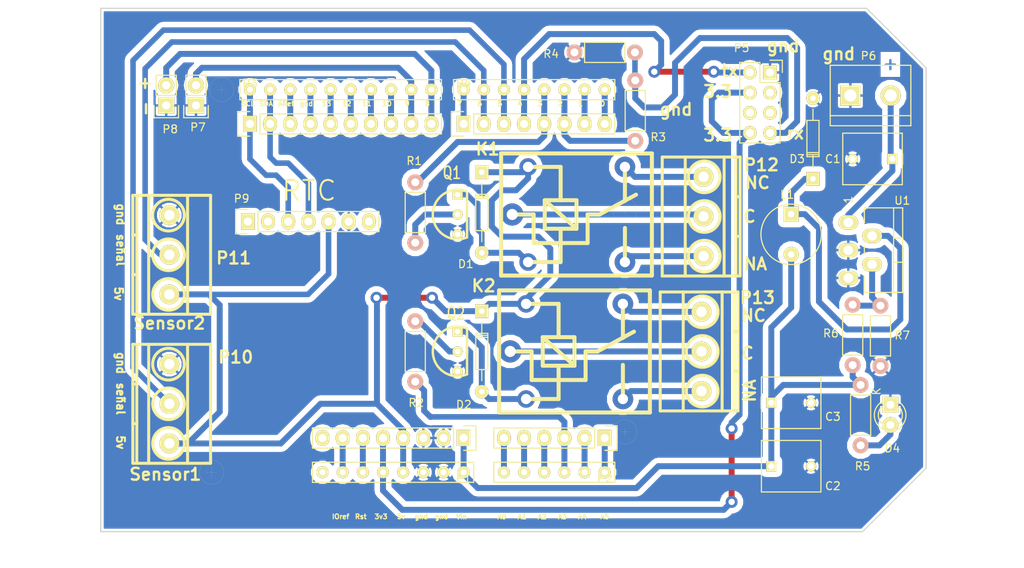
<source format=kicad_pcb>
(kicad_pcb (version 4) (host pcbnew 4.0.3+e1-6302~38~ubuntu14.04.1-stable)

  (general
    (links 95)
    (no_connects 0)
    (area 111.424999 61.424999 215.575001 127.575001)
    (thickness 1.6)
    (drawings 60)
    (tracks 245)
    (zones 0)
    (modules 34)
    (nets 46)
  )

  (page A4)
  (title_block
    (title "Shield Arduino para acceso a laboratorio")
    (date "lun. 30 mars 2015")
    (company "Costa Leonel")
  )

  (layers
    (0 F.Cu signal)
    (31 B.Cu signal)
    (32 B.Adhes user hide)
    (33 F.Adhes user hide)
    (34 B.Paste user)
    (35 F.Paste user hide)
    (36 B.SilkS user hide)
    (37 F.SilkS user hide)
    (38 B.Mask user hide)
    (39 F.Mask user hide)
    (40 Dwgs.User user hide)
    (41 Cmts.User user hide)
    (42 Eco1.User user hide)
    (43 Eco2.User user)
    (44 Edge.Cuts user)
    (45 Margin user hide)
    (46 B.CrtYd user)
    (47 F.CrtYd user hide)
    (48 B.Fab user hide)
    (49 F.Fab user hide)
  )

  (setup
    (last_trace_width 0.7)
    (user_trace_width 0.7)
    (user_trace_width 0.75)
    (user_trace_width 0.8)
    (user_trace_width 1)
    (user_trace_width 1.25)
    (trace_clearance 0.7)
    (zone_clearance 0.3)
    (zone_45_only yes)
    (trace_min 0.7)
    (segment_width 0.15)
    (edge_width 0.15)
    (via_size 1.3)
    (via_drill 0.75)
    (via_min_size 1.3)
    (via_min_drill 0.75)
    (user_via 1.4 0.75)
    (user_via 1.5 0.8)
    (uvia_size 0.3)
    (uvia_drill 0.1)
    (uvias_allowed no)
    (uvia_min_size 0.2)
    (uvia_min_drill 0.1)
    (pcb_text_width 0.3)
    (pcb_text_size 1.5 1.5)
    (mod_edge_width 0.15)
    (mod_text_size 1 1)
    (mod_text_width 0.15)
    (pad_size 4.064 4.064)
    (pad_drill 3.048)
    (pad_to_mask_clearance 0)
    (aux_axis_origin 110.998 126.365)
    (visible_elements 7FFFFAE9)
    (pcbplotparams
      (layerselection 0x00000_80000000)
      (usegerberextensions false)
      (excludeedgelayer false)
      (linewidth 0.100000)
      (plotframeref false)
      (viasonmask false)
      (mode 1)
      (useauxorigin false)
      (hpglpennumber 1)
      (hpglpenspeed 20)
      (hpglpendiameter 15)
      (hpglpenoverlay 2)
      (psnegative false)
      (psa4output false)
      (plotreference true)
      (plotvalue true)
      (plotinvisibletext false)
      (padsonsilk false)
      (subtractmaskfromsilk false)
      (outputformat 4)
      (mirror false)
      (drillshape 1)
      (scaleselection 1)
      (outputdirectory /home/pasante/Escritorio/MG-Lab/))
  )

  (net 0 "")
  (net 1 "Net-(K1-Pad3)")
  (net 2 "Net-(K1-Pad4)")
  (net 3 "Net-(K1-Pad1)")
  (net 4 "Net-(K2-Pad3)")
  (net 5 "Net-(K2-Pad4)")
  (net 6 "Net-(K2-Pad1)")
  (net 7 "Net-(D1-Pad2)")
  (net 8 "Net-(D2-Pad2)")
  (net 9 "Net-(P1-Pad6)")
  (net 10 "Net-(P2-Pad1)")
  (net 11 "Net-(P2-Pad2)")
  (net 12 "Net-(P2-Pad5)")
  (net 13 "Net-(P2-Pad6)")
  (net 14 "Net-(P3-Pad3)")
  (net 15 "Net-(P3-Pad5)")
  (net 16 "Net-(P3-Pad6)")
  (net 17 "Net-(P3-Pad7)")
  (net 18 "Net-(P3-Pad8)")
  (net 19 "Net-(P4-Pad1)")
  (net 20 "Net-(P4-Pad7)")
  (net 21 "Net-(P4-Pad8)")
  (net 22 "Net-(Q1-Pad2)")
  (net 23 "Net-(Q2-Pad2)")
  (net 24 "Net-(P1-Pad7)")
  (net 25 "Net-(P2-Pad4)")
  (net 26 "Net-(P3-Pad9)")
  (net 27 "Net-(P3-Pad10)")
  (net 28 "Net-(P3-Pad4)")
  (net 29 "Net-(D3-Pad1)")
  (net 30 "Net-(C1-Pad1)")
  (net 31 "Net-(D4-Pad2)")
  (net 32 "Net-(P3-Pad1)")
  (net 33 "Net-(P3-Pad2)")
  (net 34 "Net-(P11-Pad2)")
  (net 35 "Net-(P10-Pad2)")
  (net 36 /rx-wifi)
  (net 37 /tx-wifi)
  (net 38 "Net-(P5-Pad7)")
  (net 39 +5P)
  (net 40 "Net-(R6-Pad2)")
  (net 41 +3.3VP)
  (net 42 GNDD)
  (net 43 /REL2)
  (net 44 /REL1)
  (net 45 VDD)

  (net_class Default "This is the default net class."
    (clearance 0.7)
    (trace_width 0.7)
    (via_dia 1.3)
    (via_drill 0.75)
    (uvia_dia 0.3)
    (uvia_drill 0.1)
    (add_net +3.3VP)
    (add_net +5P)
    (add_net /REL1)
    (add_net /REL2)
    (add_net /rx-wifi)
    (add_net /tx-wifi)
    (add_net GNDD)
    (add_net "Net-(C1-Pad1)")
    (add_net "Net-(D1-Pad2)")
    (add_net "Net-(D2-Pad2)")
    (add_net "Net-(D3-Pad1)")
    (add_net "Net-(D4-Pad2)")
    (add_net "Net-(K1-Pad1)")
    (add_net "Net-(K1-Pad3)")
    (add_net "Net-(K1-Pad4)")
    (add_net "Net-(K2-Pad1)")
    (add_net "Net-(K2-Pad3)")
    (add_net "Net-(K2-Pad4)")
    (add_net "Net-(P1-Pad6)")
    (add_net "Net-(P1-Pad7)")
    (add_net "Net-(P10-Pad2)")
    (add_net "Net-(P11-Pad2)")
    (add_net "Net-(P2-Pad1)")
    (add_net "Net-(P2-Pad2)")
    (add_net "Net-(P2-Pad4)")
    (add_net "Net-(P2-Pad5)")
    (add_net "Net-(P2-Pad6)")
    (add_net "Net-(P3-Pad1)")
    (add_net "Net-(P3-Pad10)")
    (add_net "Net-(P3-Pad2)")
    (add_net "Net-(P3-Pad3)")
    (add_net "Net-(P3-Pad4)")
    (add_net "Net-(P3-Pad5)")
    (add_net "Net-(P3-Pad6)")
    (add_net "Net-(P3-Pad7)")
    (add_net "Net-(P3-Pad8)")
    (add_net "Net-(P3-Pad9)")
    (add_net "Net-(P4-Pad1)")
    (add_net "Net-(P4-Pad7)")
    (add_net "Net-(P4-Pad8)")
    (add_net "Net-(P5-Pad7)")
    (add_net "Net-(Q1-Pad2)")
    (add_net "Net-(Q2-Pad2)")
    (add_net "Net-(R6-Pad2)")
    (add_net VDD)
  )

  (module Resistors_ThroughHole:Resistor_Horizontal_RM7mm (layer F.Cu) (tedit 582A1E45) (tstamp 57975C37)
    (at 151.13 91.059 90)
    (descr "Resistor, Axial,  RM 7.62mm, 1/3W,")
    (tags "Resistor Axial RM 7.62mm 1/3W R3")
    (path /579752C0)
    (fp_text reference R1 (at 10.309 -0.13 180) (layer F.SilkS)
      (effects (font (size 1 1) (thickness 0.15)))
    )
    (fp_text value 1K (at 3.81 0 90) (layer F.Fab)
      (effects (font (size 1 1) (thickness 0.15)))
    )
    (fp_line (start -1.25 -1.5) (end 8.85 -1.5) (layer F.CrtYd) (width 0.05))
    (fp_line (start -1.25 1.5) (end -1.25 -1.5) (layer F.CrtYd) (width 0.05))
    (fp_line (start 8.85 -1.5) (end 8.85 1.5) (layer F.CrtYd) (width 0.05))
    (fp_line (start -1.25 1.5) (end 8.85 1.5) (layer F.CrtYd) (width 0.05))
    (fp_line (start 1.27 -1.27) (end 6.35 -1.27) (layer F.SilkS) (width 0.15))
    (fp_line (start 6.35 -1.27) (end 6.35 1.27) (layer F.SilkS) (width 0.15))
    (fp_line (start 6.35 1.27) (end 1.27 1.27) (layer F.SilkS) (width 0.15))
    (fp_line (start 1.27 1.27) (end 1.27 -1.27) (layer F.SilkS) (width 0.15))
    (pad 1 thru_hole circle (at 0 0 90) (size 1.99898 1.99898) (drill 1.00076) (layers *.Cu *.SilkS *.Mask)
      (net 22 "Net-(Q1-Pad2)"))
    (pad 2 thru_hole circle (at 7.62 0 90) (size 1.99898 1.99898) (drill 1.00076) (layers *.Cu *.SilkS *.Mask)
      (net 44 /REL1))
  )

  (module SHIELD_ARDUINO:ARDUINO_as_UNO_R3 (layer F.Cu) (tedit 582A223C) (tstamp 57A04B8E)
    (at 145.796 95.885)
    (path /57976838)
    (fp_text reference SH1 (at -3.796 -0.635) (layer F.SilkS) hide
      (effects (font (size 1.5 1.5) (thickness 0.15)))
    )
    (fp_text value ARDUINO_as_UNO (at -9.144 9.398) (layer F.SilkS) hide
      (effects (font (size 1 1) (thickness 0.15)))
    )
    (fp_circle (center -20.32 24.13) (end -18.796 24.13) (layer F.SilkS) (width 0.01))
    (fp_circle (center 31.75 19.05) (end 33.274 19.05) (layer F.SilkS) (width 0.01))
    (fp_line (start 31.242 19.05) (end 32.258 19.05) (layer F.SilkS) (width 0.01))
    (fp_line (start 31.75 18.542) (end 31.75 19.558) (layer F.SilkS) (width 0.01))
    (fp_circle (center 31.75 -8.89) (end 33.274 -8.89) (layer F.SilkS) (width 0.01))
    (fp_line (start 32.258 -8.89) (end 31.242 -8.89) (layer F.SilkS) (width 0.01))
    (fp_line (start 31.75 -9.398) (end 31.75 -8.382) (layer F.SilkS) (width 0.01))
    (fp_line (start 8.636 -25.4) (end 8.636 -22.86) (layer F.SilkS) (width 0.15))
    (fp_line (start 8.636 -22.86) (end -16.764 -22.86) (layer F.SilkS) (width 0.15))
    (fp_line (start -16.764 -22.86) (end -16.764 -25.4) (layer F.SilkS) (width 0.15))
    (fp_line (start -16.764 -25.4) (end 8.636 -25.4) (layer F.SilkS) (width 0.15))
    (fp_circle (center -19.05 -24.13) (end -17.526 -24.13) (layer F.SilkS) (width 0.01))
    (fp_line (start -19.558 -24.13) (end -18.542 -24.13) (layer F.SilkS) (width 0.01))
    (fp_line (start -19.05 -24.638) (end -19.05 -23.622) (layer F.SilkS) (width 0.01))
    (fp_line (start 10.16 -25.4) (end 30.48 -25.4) (layer F.SilkS) (width 0.15))
    (fp_line (start 30.48 -25.4) (end 30.48 -22.86) (layer F.SilkS) (width 0.15))
    (fp_line (start 30.48 -22.86) (end 10.16 -22.86) (layer F.SilkS) (width 0.15))
    (fp_line (start 10.16 -22.86) (end 10.16 -25.4) (layer F.SilkS) (width 0.15))
    (fp_line (start 15.24 22.86) (end 30.48 22.86) (layer F.SilkS) (width 0.15))
    (fp_line (start 30.48 22.86) (end 30.48 25.4) (layer F.SilkS) (width 0.15))
    (fp_line (start 30.48 25.4) (end 15.24 25.4) (layer F.SilkS) (width 0.15))
    (fp_line (start 15.24 25.4) (end 15.24 22.86) (layer F.SilkS) (width 0.15))
    (fp_line (start -7.62 25.4) (end -7.62 22.86) (layer F.SilkS) (width 0.15))
    (fp_line (start -7.62 22.86) (end 12.7 22.86) (layer F.SilkS) (width 0.15))
    (fp_line (start 12.7 22.86) (end 12.7 25.4) (layer F.SilkS) (width 0.15))
    (fp_line (start 12.7 25.4) (end -7.62 25.4) (layer F.SilkS) (width 0.15))
    (fp_line (start -21.082 24.13) (end -19.558 24.13) (layer F.SilkS) (width 0.01))
    (fp_line (start -20.32 23.368) (end -20.32 24.892) (layer F.SilkS) (width 0.01))
    (pad NC thru_hole circle (at -6.35 24.13) (size 1.524 1.524) (drill 0.762) (layers *.Cu *.Mask F.SilkS))
    (pad RST thru_hole circle (at -1.27 24.13) (size 1.524 1.524) (drill 0.762) (layers *.Cu *.Mask F.SilkS)
      (net 9 "Net-(P1-Pad6)"))
    (pad 3V3 thru_hole circle (at 1.27 24.13) (size 1.524 1.524) (drill 0.762) (layers *.Cu *.Mask F.SilkS)
      (net 41 +3.3VP))
    (pad 5V thru_hole circle (at 3.81 24.13) (size 1.524 1.524) (drill 0.762) (layers *.Cu *.Mask F.SilkS)
      (net 39 +5P))
    (pad GND1 thru_hole circle (at 6.35 24.13) (size 1.524 1.524) (drill 0.762) (layers *.Cu *.Mask F.SilkS)
      (net 42 GNDD))
    (pad GND2 thru_hole circle (at 8.89 24.13) (size 1.524 1.524) (drill 0.762) (layers *.Cu *.Mask F.SilkS)
      (net 42 GNDD))
    (pad VIN thru_hole circle (at 11.43 24.13) (size 1.524 1.524) (drill 0.762) (layers *.Cu *.Mask F.SilkS)
      (net 45 VDD))
    (pad A0 thru_hole circle (at 16.51 24.13) (size 1.524 1.524) (drill 0.762) (layers *.Cu *.Mask F.SilkS)
      (net 13 "Net-(P2-Pad6)"))
    (pad A1 thru_hole circle (at 19.05 24.13) (size 1.524 1.524) (drill 0.762) (layers *.Cu *.Mask F.SilkS)
      (net 12 "Net-(P2-Pad5)"))
    (pad A2 thru_hole circle (at 21.59 24.13) (size 1.524 1.524) (drill 0.762) (layers *.Cu *.Mask F.SilkS)
      (net 25 "Net-(P2-Pad4)"))
    (pad A3 thru_hole circle (at 24.13 24.13) (size 1.524 1.524) (drill 0.762) (layers *.Cu *.Mask F.SilkS)
      (net 43 /REL2))
    (pad A4/1 thru_hole circle (at 26.67 24.13) (size 1.524 1.524) (drill 0.762) (layers *.Cu *.Mask F.SilkS)
      (net 11 "Net-(P2-Pad2)"))
    (pad A5/1 thru_hole circle (at 29.21 24.13) (size 1.524 1.524) (drill 0.762) (layers *.Cu *.Mask F.SilkS)
      (net 10 "Net-(P2-Pad1)"))
    (pad 0 thru_hole circle (at 29.21 -24.13) (size 1.524 1.524) (drill 0.762) (layers *.Cu *.Mask F.SilkS)
      (net 21 "Net-(P4-Pad8)"))
    (pad 1 thru_hole circle (at 26.67 -24.13) (size 1.524 1.524) (drill 0.762) (layers *.Cu *.Mask F.SilkS)
      (net 20 "Net-(P4-Pad7)"))
    (pad 2 thru_hole circle (at 24.13 -24.13) (size 1.524 1.524) (drill 0.762) (layers *.Cu *.Mask F.SilkS)
      (net 36 /rx-wifi))
    (pad 3 thru_hole circle (at 21.59 -24.13) (size 1.524 1.524) (drill 0.762) (layers *.Cu *.Mask F.SilkS)
      (net 44 /REL1))
    (pad 4 thru_hole circle (at 19.05 -24.13) (size 1.524 1.524) (drill 0.762) (layers *.Cu *.Mask F.SilkS)
      (net 37 /tx-wifi))
    (pad 5 thru_hole circle (at 16.51 -24.13) (size 1.524 1.524) (drill 0.762) (layers *.Cu *.Mask F.SilkS)
      (net 35 "Net-(P10-Pad2)"))
    (pad 6 thru_hole circle (at 13.97 -24.13) (size 1.524 1.524) (drill 0.762) (layers *.Cu *.Mask F.SilkS)
      (net 34 "Net-(P11-Pad2)"))
    (pad 7 thru_hole circle (at 11.43 -24.13) (size 1.524 1.524) (drill 0.762) (layers *.Cu *.Mask F.SilkS)
      (net 19 "Net-(P4-Pad1)"))
    (pad 8 thru_hole circle (at 7.366 -24.13) (size 1.524 1.524) (drill 0.762) (layers *.Cu *.Mask F.SilkS)
      (net 27 "Net-(P3-Pad10)"))
    (pad 9 thru_hole circle (at 4.826 -24.13) (size 1.524 1.524) (drill 0.762) (layers *.Cu *.Mask F.SilkS)
      (net 26 "Net-(P3-Pad9)"))
    (pad 10 thru_hole circle (at 2.286 -24.13) (size 1.524 1.524) (drill 0.762) (layers *.Cu *.Mask F.SilkS)
      (net 18 "Net-(P3-Pad8)"))
    (pad 11 thru_hole circle (at -0.254 -24.13) (size 1.524 1.524) (drill 0.762) (layers *.Cu *.Mask F.SilkS)
      (net 17 "Net-(P3-Pad7)"))
    (pad 12 thru_hole circle (at -2.794 -24.13) (size 1.524 1.524) (drill 0.762) (layers *.Cu *.Mask F.SilkS)
      (net 16 "Net-(P3-Pad6)"))
    (pad 13 thru_hole circle (at -5.334 -24.13) (size 1.524 1.524) (drill 0.762) (layers *.Cu *.Mask F.SilkS)
      (net 15 "Net-(P3-Pad5)"))
    (pad GND3 thru_hole circle (at -7.874 -24.13) (size 1.524 1.524) (drill 0.762) (layers *.Cu *.Mask F.SilkS)
      (net 28 "Net-(P3-Pad4)"))
    (pad AREF thru_hole circle (at -10.414 -24.13) (size 1.524 1.524) (drill 0.762) (layers *.Cu *.Mask F.SilkS)
      (net 14 "Net-(P3-Pad3)"))
    (pad A4/2 thru_hole circle (at -12.954 -24.13) (size 1.524 1.524) (drill 0.762) (layers *.Cu *.Mask F.SilkS)
      (net 33 "Net-(P3-Pad2)"))
    (pad A5/2 thru_hole circle (at -15.494 -24.13) (size 1.524 1.524) (drill 0.762) (layers *.Cu *.Mask F.SilkS)
      (net 32 "Net-(P3-Pad1)"))
    (pad IREF thru_hole circle (at -3.81 24.13) (size 1.524 1.524) (drill 0.762) (layers *.Cu *.Mask F.SilkS)
      (net 24 "Net-(P1-Pad7)"))
    (model "../../../../../home/jo/Documents/hobbies/kicad/librairies/vue 3D/connecteurs/arduino JO/Library_3D_Shield_arduino/Arduino_Uno/arduino_UNO_header.wrl"
      (at (xyz 0 0 0))
      (scale (xyz 1 1 1))
      (rotate (xyz 0 0 0))
    )
  )

  (module Diodes_ThroughHole:Diode_DO-35_SOD27_Horizontal_RM10 (layer F.Cu) (tedit 582A1E81) (tstamp 57975BB4)
    (at 159.512 82.169 270)
    (descr "Diode, DO-35,  SOD27, Horizontal, RM 10mm")
    (tags "Diode, DO-35, SOD27, Horizontal, RM 10mm, 1N4148,")
    (path /579755CA)
    (fp_text reference D1 (at 11.581 2.012 360) (layer F.SilkS)
      (effects (font (size 1 1) (thickness 0.15)))
    )
    (fp_text value 1N4001 (at 5.334 0 270) (layer F.Fab)
      (effects (font (size 0.5 0.5) (thickness 0.125)))
    )
    (fp_line (start 7.36652 -0.00254) (end 8.76352 -0.00254) (layer F.SilkS) (width 0.15))
    (fp_line (start 2.92152 -0.00254) (end 1.39752 -0.00254) (layer F.SilkS) (width 0.15))
    (fp_line (start 3.30252 -0.76454) (end 3.30252 0.75946) (layer F.SilkS) (width 0.15))
    (fp_line (start 3.04852 -0.76454) (end 3.04852 0.75946) (layer F.SilkS) (width 0.15))
    (fp_line (start 2.79452 -0.00254) (end 2.79452 0.75946) (layer F.SilkS) (width 0.15))
    (fp_line (start 2.79452 0.75946) (end 7.36652 0.75946) (layer F.SilkS) (width 0.15))
    (fp_line (start 7.36652 0.75946) (end 7.36652 -0.76454) (layer F.SilkS) (width 0.15))
    (fp_line (start 7.36652 -0.76454) (end 2.79452 -0.76454) (layer F.SilkS) (width 0.15))
    (fp_line (start 2.79452 -0.76454) (end 2.79452 -0.00254) (layer F.SilkS) (width 0.15))
    (pad 2 thru_hole circle (at 10.16052 -0.00254 90) (size 1.69926 1.69926) (drill 0.70104) (layers *.Cu *.Mask F.SilkS)
      (net 7 "Net-(D1-Pad2)"))
    (pad 1 thru_hole rect (at 0.00052 -0.00254 90) (size 1.69926 1.69926) (drill 0.70104) (layers *.Cu *.Mask F.SilkS)
      (net 39 +5P))
    (model Diodes_ThroughHole.3dshapes/Diode_DO-35_SOD27_Horizontal_RM10.wrl
      (at (xyz 0.2 0 0))
      (scale (xyz 0.4 0.4 0.4))
      (rotate (xyz 0 0 180))
    )
  )

  (module Diodes_ThroughHole:Diode_DO-35_SOD27_Horizontal_RM10 (layer F.Cu) (tedit 582A1E77) (tstamp 57975BBA)
    (at 159.512 99.695 270)
    (descr "Diode, DO-35,  SOD27, Horizontal, RM 10mm")
    (tags "Diode, DO-35, SOD27, Horizontal, RM 10mm, 1N4148,")
    (path /57975501)
    (fp_text reference D2 (at 11.805 2.262 360) (layer F.SilkS)
      (effects (font (size 1 1) (thickness 0.15)))
    )
    (fp_text value 1N4001 (at 5.08 0 270) (layer F.Fab)
      (effects (font (size 0.5 0.5) (thickness 0.125)))
    )
    (fp_line (start 7.36652 -0.00254) (end 8.76352 -0.00254) (layer F.SilkS) (width 0.15))
    (fp_line (start 2.92152 -0.00254) (end 1.39752 -0.00254) (layer F.SilkS) (width 0.15))
    (fp_line (start 3.30252 -0.76454) (end 3.30252 0.75946) (layer F.SilkS) (width 0.15))
    (fp_line (start 3.04852 -0.76454) (end 3.04852 0.75946) (layer F.SilkS) (width 0.15))
    (fp_line (start 2.79452 -0.00254) (end 2.79452 0.75946) (layer F.SilkS) (width 0.15))
    (fp_line (start 2.79452 0.75946) (end 7.36652 0.75946) (layer F.SilkS) (width 0.15))
    (fp_line (start 7.36652 0.75946) (end 7.36652 -0.76454) (layer F.SilkS) (width 0.15))
    (fp_line (start 7.36652 -0.76454) (end 2.79452 -0.76454) (layer F.SilkS) (width 0.15))
    (fp_line (start 2.79452 -0.76454) (end 2.79452 -0.00254) (layer F.SilkS) (width 0.15))
    (pad 2 thru_hole circle (at 10.16052 -0.00254 90) (size 1.69926 1.69926) (drill 0.70104) (layers *.Cu *.Mask F.SilkS)
      (net 8 "Net-(D2-Pad2)"))
    (pad 1 thru_hole rect (at 0.00052 -0.00254 90) (size 1.69926 1.69926) (drill 0.70104) (layers *.Cu *.Mask F.SilkS)
      (net 39 +5P))
    (model Diodes_ThroughHole.3dshapes/Diode_DO-35_SOD27_Horizontal_RM10.wrl
      (at (xyz 0.2 0 0))
      (scale (xyz 0.4 0.4 0.4))
      (rotate (xyz 0 0 180))
    )
  )

  (module Poncho_PLC:Relay_C (layer F.Cu) (tedit 582A1E88) (tstamp 57975BC3)
    (at 171.45 87.503 90)
    (descr "relay, Tianbo HJR-3FF series")
    (path /578FD508)
    (fp_text reference K1 (at 8.253 -11.2 180) (layer F.SilkS)
      (effects (font (thickness 0.3048)))
    )
    (fp_text value RELAY_C (at 3.937 0 180) (layer F.SilkS) hide
      (effects (font (thickness 0.3048)))
    )
    (fp_line (start -7.7 9.5) (end 7.7 9.5) (layer F.SilkS) (width 0.508))
    (fp_line (start -7.7 -9.5) (end -7.7 9.5) (layer F.SilkS) (width 0.508))
    (fp_line (start 7.7 -9.5) (end 7.7 9.5) (layer F.SilkS) (width 0.508))
    (fp_line (start -7.7 -9.5) (end 7.7 -9.5) (layer F.SilkS) (width 0.508))
    (fp_line (start -1.7 6.1) (end -6 6.1) (layer F.SilkS) (width 0.508))
    (fp_line (start 6 6.1) (end 1.7 6.1) (layer F.SilkS) (width 0.508))
    (fp_line (start 0 1.4) (end 0 2.9) (layer F.SilkS) (width 0.508))
    (fp_line (start 0 2.9) (end 2.5 7.5) (layer F.SilkS) (width 0.508))
    (fp_line (start -3.6 1.4) (end -3.6 -5.4) (layer F.SilkS) (width 0.508))
    (fp_line (start 0 1.4) (end -3.6 1.4) (layer F.SilkS) (width 0.508))
    (fp_line (start 0 -8.1) (end 0 -5.4) (layer F.SilkS) (width 0.508))
    (fp_line (start 0 -5.4) (end -3.6 -5.4) (layer F.SilkS) (width 0.508))
    (fp_line (start -6 -6.1) (end -6 -2) (layer F.SilkS) (width 0.508))
    (fp_line (start 6 -6.1) (end 6 -2) (layer F.SilkS) (width 0.508))
    (fp_line (start 6 -2) (end 1.8 -2) (layer F.SilkS) (width 0.508))
    (fp_line (start -1.8 -2) (end -6 -2) (layer F.SilkS) (width 0.508))
    (fp_line (start -1.8 0) (end 1.8 -4) (layer F.SilkS) (width 0.508))
    (fp_line (start -1.8 -4) (end 1.8 -4) (layer F.SilkS) (width 0.508))
    (fp_line (start 1.8 -4) (end 1.8 0) (layer F.SilkS) (width 0.508))
    (fp_line (start 1.8 0) (end -1.8 0) (layer F.SilkS) (width 0.508))
    (fp_line (start -1.8 0) (end -1.8 -4) (layer F.SilkS) (width 0.508))
    (pad 2 thru_hole circle (at -6 -6.1 90) (size 2.2 2.2) (drill 1.3) (layers *.Cu *.Mask)
      (net 7 "Net-(D1-Pad2)"))
    (pad 3 thru_hole circle (at -6 6.1 90) (size 2.6 2.6) (drill 1.3) (layers *.Cu *.Mask)
      (net 1 "Net-(K1-Pad3)"))
    (pad 4 thru_hole circle (at 6 6.1 90) (size 2.6 2.6) (drill 1.3) (layers *.Cu *.Mask)
      (net 2 "Net-(K1-Pad4)"))
    (pad 5 thru_hole circle (at 6 -6.1 90) (size 2.2 2.2) (drill 1.3) (layers *.Cu *.Mask)
      (net 39 +5P))
    (pad 1 thru_hole circle (at 0 -8.1 90) (size 2.8 2.8) (drill 1.4) (layers *.Cu *.Mask)
      (net 3 "Net-(K1-Pad1)"))
    (model Relay_C.wrl
      (at (xyz 0 0 0))
      (scale (xyz 1 1 1))
      (rotate (xyz 0 0 0))
    )
  )

  (module Poncho_PLC:Relay_C (layer F.Cu) (tedit 582A1E7B) (tstamp 57975BCC)
    (at 171.196 104.775 90)
    (descr "relay, Tianbo HJR-3FF series")
    (path /578FD787)
    (fp_text reference K2 (at 8.275 -11.446 180) (layer F.SilkS)
      (effects (font (thickness 0.3048)))
    )
    (fp_text value RELAY_C (at -1.397 -0.762 180) (layer F.SilkS) hide
      (effects (font (thickness 0.3048)))
    )
    (fp_line (start -7.7 9.5) (end 7.7 9.5) (layer F.SilkS) (width 0.508))
    (fp_line (start -7.7 -9.5) (end -7.7 9.5) (layer F.SilkS) (width 0.508))
    (fp_line (start 7.7 -9.5) (end 7.7 9.5) (layer F.SilkS) (width 0.508))
    (fp_line (start -7.7 -9.5) (end 7.7 -9.5) (layer F.SilkS) (width 0.508))
    (fp_line (start -1.7 6.1) (end -6 6.1) (layer F.SilkS) (width 0.508))
    (fp_line (start 6 6.1) (end 1.7 6.1) (layer F.SilkS) (width 0.508))
    (fp_line (start 0 1.4) (end 0 2.9) (layer F.SilkS) (width 0.508))
    (fp_line (start 0 2.9) (end 2.5 7.5) (layer F.SilkS) (width 0.508))
    (fp_line (start -3.6 1.4) (end -3.6 -5.4) (layer F.SilkS) (width 0.508))
    (fp_line (start 0 1.4) (end -3.6 1.4) (layer F.SilkS) (width 0.508))
    (fp_line (start 0 -8.1) (end 0 -5.4) (layer F.SilkS) (width 0.508))
    (fp_line (start 0 -5.4) (end -3.6 -5.4) (layer F.SilkS) (width 0.508))
    (fp_line (start -6 -6.1) (end -6 -2) (layer F.SilkS) (width 0.508))
    (fp_line (start 6 -6.1) (end 6 -2) (layer F.SilkS) (width 0.508))
    (fp_line (start 6 -2) (end 1.8 -2) (layer F.SilkS) (width 0.508))
    (fp_line (start -1.8 -2) (end -6 -2) (layer F.SilkS) (width 0.508))
    (fp_line (start -1.8 0) (end 1.8 -4) (layer F.SilkS) (width 0.508))
    (fp_line (start -1.8 -4) (end 1.8 -4) (layer F.SilkS) (width 0.508))
    (fp_line (start 1.8 -4) (end 1.8 0) (layer F.SilkS) (width 0.508))
    (fp_line (start 1.8 0) (end -1.8 0) (layer F.SilkS) (width 0.508))
    (fp_line (start -1.8 0) (end -1.8 -4) (layer F.SilkS) (width 0.508))
    (pad 2 thru_hole circle (at -6 -6.1 90) (size 2.2 2.2) (drill 1.3) (layers *.Cu *.Mask)
      (net 8 "Net-(D2-Pad2)"))
    (pad 3 thru_hole circle (at -6 6.1 90) (size 2.6 2.6) (drill 1.3) (layers *.Cu *.Mask)
      (net 4 "Net-(K2-Pad3)"))
    (pad 4 thru_hole circle (at 6 6.1 90) (size 2.6 2.6) (drill 1.3) (layers *.Cu *.Mask)
      (net 5 "Net-(K2-Pad4)"))
    (pad 5 thru_hole circle (at 6 -6.1 90) (size 2.2 2.2) (drill 1.3) (layers *.Cu *.Mask)
      (net 39 +5P))
    (pad 1 thru_hole circle (at 0 -8.1 90) (size 2.8 2.8) (drill 1.4) (layers *.Cu *.Mask)
      (net 6 "Net-(K2-Pad1)"))
    (model Relay_C.wrl
      (at (xyz 0 0 0))
      (scale (xyz 1 1 1))
      (rotate (xyz 0 0 0))
    )
  )

  (module huellas:Socket_Strip_Straight_1x07 (layer F.Cu) (tedit 582A1FA5) (tstamp 57975C07)
    (at 130.048 88.392)
    (descr "Through hole socket strip")
    (tags "socket strip")
    (path /578D0DA3)
    (fp_text reference P9 (at -0.798 -2.892) (layer F.SilkS)
      (effects (font (size 1 1) (thickness 0.15)))
    )
    (fp_text value "Timer RTC" (at 8.128 2.286) (layer F.Fab)
      (effects (font (size 1 1) (thickness 0.15)))
    )
    (fp_line (start -1.75 -1.75) (end -1.75 1.75) (layer F.CrtYd) (width 0.05))
    (fp_line (start 17 -1.75) (end 17 1.75) (layer F.CrtYd) (width 0.05))
    (fp_line (start -1.75 -1.75) (end 17 -1.75) (layer F.CrtYd) (width 0.05))
    (fp_line (start -1.75 1.75) (end 17 1.75) (layer F.CrtYd) (width 0.05))
    (fp_line (start 1.27 1.27) (end 16.51 1.27) (layer F.SilkS) (width 0.15))
    (fp_line (start 16.51 1.27) (end 16.51 -1.27) (layer F.SilkS) (width 0.15))
    (fp_line (start 16.51 -1.27) (end 1.27 -1.27) (layer F.SilkS) (width 0.15))
    (fp_line (start -1.55 1.55) (end 0 1.55) (layer F.SilkS) (width 0.15))
    (fp_line (start 1.27 1.27) (end 1.27 -1.27) (layer F.SilkS) (width 0.15))
    (fp_line (start 0 -1.55) (end -1.55 -1.55) (layer F.SilkS) (width 0.15))
    (fp_line (start -1.55 -1.55) (end -1.55 1.55) (layer F.SilkS) (width 0.15))
    (pad 1 thru_hole rect (at 0 0) (size 1.7272 2.032) (drill 1.016) (layers *.Cu *.Mask F.SilkS))
    (pad 2 thru_hole oval (at 2.54 0) (size 1.7272 2.032) (drill 1.016) (layers *.Cu *.Mask F.SilkS))
    (pad 3 thru_hole oval (at 5.08 0) (size 1.7272 2.032) (drill 1.016) (layers *.Cu *.Mask F.SilkS)
      (net 32 "Net-(P3-Pad1)"))
    (pad 4 thru_hole oval (at 7.62 0) (size 1.7272 2.032) (drill 1.016) (layers *.Cu *.Mask F.SilkS)
      (net 33 "Net-(P3-Pad2)"))
    (pad 5 thru_hole oval (at 10.16 0) (size 1.7272 2.032) (drill 1.016) (layers *.Cu *.Mask F.SilkS)
      (net 39 +5P))
    (pad 6 thru_hole oval (at 12.7 0) (size 1.7272 2.032) (drill 1.016) (layers *.Cu *.Mask F.SilkS)
      (net 42 GNDD))
    (pad 7 thru_hole oval (at 15.24 0) (size 1.7272 2.032) (drill 1.016) (layers *.Cu *.Mask F.SilkS))
    (model Socket_Strips.3dshapes/Socket_Strip_Straight_1x07.wrl
      (at (xyz 0.3 0 0))
      (scale (xyz 1 1 1))
      (rotate (xyz 0 0 180))
    )
  )

  (module huellas:BORNERA3 (layer F.Cu) (tedit 582A1F9C) (tstamp 57975C0E)
    (at 120.142 111.379 270)
    (descr "3-way 5,08mm pitch terminal block, Phoenix MKDS series")
    (path /578CF6DA)
    (fp_text reference P10 (at -5.879 -8.358 360) (layer F.SilkS)
      (effects (font (size 1.5 1.5) (thickness 0.3)))
    )
    (fp_text value Sensor1 (at 8.89 0.508 360) (layer F.SilkS)
      (effects (font (size 1.5 1.5) (thickness 0.3)))
    )
    (fp_circle (center 5 0.1) (end 3 0.1) (layer F.SilkS) (width 0.381))
    (fp_line (start 2.5 4.1) (end 2.5 4.6) (layer F.SilkS) (width 0.381))
    (fp_line (start -2.5 4.1) (end -2.5 4.6) (layer F.SilkS) (width 0.381))
    (fp_circle (center 0 0.1) (end -2 0.1) (layer F.SilkS) (width 0.381))
    (fp_circle (center -5 0.1) (end -3 0.1) (layer F.SilkS) (width 0.381))
    (fp_line (start -7.5 2.6) (end 7.5 2.6) (layer F.SilkS) (width 0.381))
    (fp_line (start -7.5 -2.3) (end 7.5 -2.3) (layer F.SilkS) (width 0.381))
    (fp_line (start -7.5 4.1) (end 7.5 4.1) (layer F.SilkS) (width 0.381))
    (fp_line (start -7.5 4.6) (end 7.5 4.6) (layer F.SilkS) (width 0.381))
    (fp_line (start 7.5 4.6) (end 7.5 -5.2) (layer F.SilkS) (width 0.381))
    (fp_line (start 7.5 -5.2) (end -7.5 -5.2) (layer F.SilkS) (width 0.381))
    (fp_line (start -7.5 -5.2) (end -7.5 4.6) (layer F.SilkS) (width 0.381))
    (pad 3 thru_hole circle (at 5 0 270) (size 2.5 2.5) (drill 1.3) (layers *.Cu *.Mask F.SilkS)
      (net 39 +5P))
    (pad 1 thru_hole circle (at -5 0 270) (size 2.5 2.5) (drill 1.3) (layers *.Cu *.Mask F.SilkS)
      (net 42 GNDD))
    (pad 2 thru_hole circle (at 0 0 270) (size 2.5 2.5) (drill 1.3) (layers *.Cu *.Mask F.SilkS)
      (net 35 "Net-(P10-Pad2)"))
    (model Bornera3.wrl
      (at (xyz 0 0 0))
      (scale (xyz 1 1 1))
      (rotate (xyz 0 0 0))
    )
  )

  (module huellas:BORNERA3 (layer F.Cu) (tedit 582A1FA1) (tstamp 57975C15)
    (at 120.142 92.583 270)
    (descr "3-way 5,08mm pitch terminal block, Phoenix MKDS series")
    (path /578CF9C7)
    (fp_text reference P11 (at 0.417 -8.108 360) (layer F.SilkS)
      (effects (font (size 1.5 1.5) (thickness 0.3)))
    )
    (fp_text value Sensor2 (at 8.636 0 540) (layer F.SilkS)
      (effects (font (size 1.5 1.5) (thickness 0.3)))
    )
    (fp_circle (center 5 0.1) (end 3 0.1) (layer F.SilkS) (width 0.381))
    (fp_line (start 2.5 4.1) (end 2.5 4.6) (layer F.SilkS) (width 0.381))
    (fp_line (start -2.5 4.1) (end -2.5 4.6) (layer F.SilkS) (width 0.381))
    (fp_circle (center 0 0.1) (end -2 0.1) (layer F.SilkS) (width 0.381))
    (fp_circle (center -5 0.1) (end -3 0.1) (layer F.SilkS) (width 0.381))
    (fp_line (start -7.5 2.6) (end 7.5 2.6) (layer F.SilkS) (width 0.381))
    (fp_line (start -7.5 -2.3) (end 7.5 -2.3) (layer F.SilkS) (width 0.381))
    (fp_line (start -7.5 4.1) (end 7.5 4.1) (layer F.SilkS) (width 0.381))
    (fp_line (start -7.5 4.6) (end 7.5 4.6) (layer F.SilkS) (width 0.381))
    (fp_line (start 7.5 4.6) (end 7.5 -5.2) (layer F.SilkS) (width 0.381))
    (fp_line (start 7.5 -5.2) (end -7.5 -5.2) (layer F.SilkS) (width 0.381))
    (fp_line (start -7.5 -5.2) (end -7.5 4.6) (layer F.SilkS) (width 0.381))
    (pad 3 thru_hole circle (at 5 0 270) (size 2.5 2.5) (drill 1.3) (layers *.Cu *.Mask F.SilkS)
      (net 39 +5P))
    (pad 1 thru_hole circle (at -5 0 270) (size 2.5 2.5) (drill 1.3) (layers *.Cu *.Mask F.SilkS)
      (net 42 GNDD))
    (pad 2 thru_hole circle (at 0 0 270) (size 2.5 2.5) (drill 1.3) (layers *.Cu *.Mask F.SilkS)
      (net 34 "Net-(P11-Pad2)"))
    (model Bornera3.wrl
      (at (xyz 0 0 0))
      (scale (xyz 1 1 1))
      (rotate (xyz 0 0 0))
    )
  )

  (module huellas:BORNERA3 (layer F.Cu) (tedit 582A2229) (tstamp 57975C1C)
    (at 187.452 87.757 90)
    (descr "3-way 5,08mm pitch terminal block, Phoenix MKDS series")
    (path /578FA426)
    (fp_text reference P12 (at 6.507 7.298 180) (layer F.SilkS)
      (effects (font (size 1.5 1.5) (thickness 0.3)))
    )
    (fp_text value Luz1 (at -0.243 3.548 90) (layer F.SilkS) hide
      (effects (font (size 1.5 1.5) (thickness 0.3)))
    )
    (fp_circle (center 5 0.1) (end 3 0.1) (layer F.SilkS) (width 0.381))
    (fp_line (start 2.5 4.1) (end 2.5 4.6) (layer F.SilkS) (width 0.381))
    (fp_line (start -2.5 4.1) (end -2.5 4.6) (layer F.SilkS) (width 0.381))
    (fp_circle (center 0 0.1) (end -2 0.1) (layer F.SilkS) (width 0.381))
    (fp_circle (center -5 0.1) (end -3 0.1) (layer F.SilkS) (width 0.381))
    (fp_line (start -7.5 2.6) (end 7.5 2.6) (layer F.SilkS) (width 0.381))
    (fp_line (start -7.5 -2.3) (end 7.5 -2.3) (layer F.SilkS) (width 0.381))
    (fp_line (start -7.5 4.1) (end 7.5 4.1) (layer F.SilkS) (width 0.381))
    (fp_line (start -7.5 4.6) (end 7.5 4.6) (layer F.SilkS) (width 0.381))
    (fp_line (start 7.5 4.6) (end 7.5 -5.2) (layer F.SilkS) (width 0.381))
    (fp_line (start 7.5 -5.2) (end -7.5 -5.2) (layer F.SilkS) (width 0.381))
    (fp_line (start -7.5 -5.2) (end -7.5 4.6) (layer F.SilkS) (width 0.381))
    (pad 3 thru_hole circle (at 5 0 90) (size 2.5 2.5) (drill 1.3) (layers *.Cu *.Mask F.SilkS)
      (net 2 "Net-(K1-Pad4)"))
    (pad 1 thru_hole circle (at -5 0 90) (size 2.5 2.5) (drill 1.3) (layers *.Cu *.Mask F.SilkS)
      (net 1 "Net-(K1-Pad3)"))
    (pad 2 thru_hole circle (at 0 0 90) (size 2.5 2.5) (drill 1.3) (layers *.Cu *.Mask F.SilkS)
      (net 3 "Net-(K1-Pad1)"))
    (model Bornera3.wrl
      (at (xyz 0 0 0))
      (scale (xyz 1 1 1))
      (rotate (xyz 0 0 0))
    )
  )

  (module huellas:BORNERA3 (layer F.Cu) (tedit 582A2235) (tstamp 57975C23)
    (at 187.198 104.775 90)
    (descr "3-way 5,08mm pitch terminal block, Phoenix MKDS series")
    (path /578FA5F0)
    (fp_text reference P13 (at 6.775 7.052 180) (layer F.SilkS)
      (effects (font (size 1.5 1.5) (thickness 0.3)))
    )
    (fp_text value Luz2 (at 0.275 3.802 90) (layer F.SilkS) hide
      (effects (font (size 1.5 1.5) (thickness 0.3)))
    )
    (fp_circle (center 5 0.1) (end 3 0.1) (layer F.SilkS) (width 0.381))
    (fp_line (start 2.5 4.1) (end 2.5 4.6) (layer F.SilkS) (width 0.381))
    (fp_line (start -2.5 4.1) (end -2.5 4.6) (layer F.SilkS) (width 0.381))
    (fp_circle (center 0 0.1) (end -2 0.1) (layer F.SilkS) (width 0.381))
    (fp_circle (center -5 0.1) (end -3 0.1) (layer F.SilkS) (width 0.381))
    (fp_line (start -7.5 2.6) (end 7.5 2.6) (layer F.SilkS) (width 0.381))
    (fp_line (start -7.5 -2.3) (end 7.5 -2.3) (layer F.SilkS) (width 0.381))
    (fp_line (start -7.5 4.1) (end 7.5 4.1) (layer F.SilkS) (width 0.381))
    (fp_line (start -7.5 4.6) (end 7.5 4.6) (layer F.SilkS) (width 0.381))
    (fp_line (start 7.5 4.6) (end 7.5 -5.2) (layer F.SilkS) (width 0.381))
    (fp_line (start 7.5 -5.2) (end -7.5 -5.2) (layer F.SilkS) (width 0.381))
    (fp_line (start -7.5 -5.2) (end -7.5 4.6) (layer F.SilkS) (width 0.381))
    (pad 3 thru_hole circle (at 5 0 90) (size 2.5 2.5) (drill 1.3) (layers *.Cu *.Mask F.SilkS)
      (net 5 "Net-(K2-Pad4)"))
    (pad 1 thru_hole circle (at -5 0 90) (size 2.5 2.5) (drill 1.3) (layers *.Cu *.Mask F.SilkS)
      (net 4 "Net-(K2-Pad3)"))
    (pad 2 thru_hole circle (at 0 0 90) (size 2.5 2.5) (drill 1.3) (layers *.Cu *.Mask F.SilkS)
      (net 6 "Net-(K2-Pad1)"))
    (model Bornera3.wrl
      (at (xyz 0 0 0))
      (scale (xyz 1 1 1))
      (rotate (xyz 0 0 0))
    )
  )

  (module Resistors_ThroughHole:Resistor_Horizontal_RM7mm (layer F.Cu) (tedit 582A1E63) (tstamp 57975C3D)
    (at 151.13 100.965 270)
    (descr "Resistor, Axial,  RM 7.62mm, 1/3W,")
    (tags "Resistor Axial RM 7.62mm 1/3W R3")
    (path /5797543D)
    (fp_text reference R2 (at 10.285 -0.12 360) (layer F.SilkS)
      (effects (font (size 1 1) (thickness 0.15)))
    )
    (fp_text value 1K (at 3.81 0 270) (layer F.Fab)
      (effects (font (size 1 1) (thickness 0.15)))
    )
    (fp_line (start -1.25 -1.5) (end 8.85 -1.5) (layer F.CrtYd) (width 0.05))
    (fp_line (start -1.25 1.5) (end -1.25 -1.5) (layer F.CrtYd) (width 0.05))
    (fp_line (start 8.85 -1.5) (end 8.85 1.5) (layer F.CrtYd) (width 0.05))
    (fp_line (start -1.25 1.5) (end 8.85 1.5) (layer F.CrtYd) (width 0.05))
    (fp_line (start 1.27 -1.27) (end 6.35 -1.27) (layer F.SilkS) (width 0.15))
    (fp_line (start 6.35 -1.27) (end 6.35 1.27) (layer F.SilkS) (width 0.15))
    (fp_line (start 6.35 1.27) (end 1.27 1.27) (layer F.SilkS) (width 0.15))
    (fp_line (start 1.27 1.27) (end 1.27 -1.27) (layer F.SilkS) (width 0.15))
    (pad 1 thru_hole circle (at 0 0 270) (size 1.99898 1.99898) (drill 1.00076) (layers *.Cu *.SilkS *.Mask)
      (net 23 "Net-(Q2-Pad2)"))
    (pad 2 thru_hole circle (at 7.62 0 270) (size 1.99898 1.99898) (drill 1.00076) (layers *.Cu *.SilkS *.Mask)
      (net 43 /REL2))
  )

  (module Socket_Strips:Socket_Strip_Straight_1x08 (layer F.Cu) (tedit 5798C65F) (tstamp 57975E77)
    (at 157.226 115.697 180)
    (descr "Through hole socket strip")
    (tags "socket strip")
    (path /5797E106)
    (fp_text reference P1 (at 0 -5.1 180) (layer F.SilkS)
      (effects (font (size 1 1) (thickness 0.15)))
    )
    (fp_text value Power (at 8.89 -2.286 180) (layer F.Fab)
      (effects (font (size 0.6 0.6) (thickness 0.15)))
    )
    (fp_line (start -1.75 -1.75) (end -1.75 1.75) (layer F.CrtYd) (width 0.05))
    (fp_line (start 19.55 -1.75) (end 19.55 1.75) (layer F.CrtYd) (width 0.05))
    (fp_line (start -1.75 -1.75) (end 19.55 -1.75) (layer F.CrtYd) (width 0.05))
    (fp_line (start -1.75 1.75) (end 19.55 1.75) (layer F.CrtYd) (width 0.05))
    (fp_line (start 1.27 1.27) (end 19.05 1.27) (layer F.SilkS) (width 0.15))
    (fp_line (start 19.05 1.27) (end 19.05 -1.27) (layer F.SilkS) (width 0.15))
    (fp_line (start 19.05 -1.27) (end 1.27 -1.27) (layer F.SilkS) (width 0.15))
    (fp_line (start -1.55 1.55) (end 0 1.55) (layer F.SilkS) (width 0.15))
    (fp_line (start 1.27 1.27) (end 1.27 -1.27) (layer F.SilkS) (width 0.15))
    (fp_line (start 0 -1.55) (end -1.55 -1.55) (layer F.SilkS) (width 0.15))
    (fp_line (start -1.55 -1.55) (end -1.55 1.55) (layer F.SilkS) (width 0.15))
    (pad 1 thru_hole rect (at 0 0 180) (size 1.7272 2.032) (drill 1.016) (layers *.Cu *.Mask F.SilkS)
      (net 45 VDD))
    (pad 2 thru_hole oval (at 2.54 0 180) (size 1.7272 2.032) (drill 1.016) (layers *.Cu *.Mask F.SilkS)
      (net 42 GNDD))
    (pad 3 thru_hole oval (at 5.08 0 180) (size 1.7272 2.032) (drill 1.016) (layers *.Cu *.Mask F.SilkS)
      (net 42 GNDD))
    (pad 4 thru_hole oval (at 7.62 0 180) (size 1.7272 2.032) (drill 1.016) (layers *.Cu *.Mask F.SilkS)
      (net 39 +5P))
    (pad 5 thru_hole oval (at 10.16 0 180) (size 1.7272 2.032) (drill 1.016) (layers *.Cu *.Mask F.SilkS)
      (net 41 +3.3VP))
    (pad 6 thru_hole oval (at 12.7 0 180) (size 1.7272 2.032) (drill 1.016) (layers *.Cu *.Mask F.SilkS)
      (net 9 "Net-(P1-Pad6)"))
    (pad 7 thru_hole oval (at 15.24 0 180) (size 1.7272 2.032) (drill 1.016) (layers *.Cu *.Mask F.SilkS)
      (net 24 "Net-(P1-Pad7)"))
    (pad 8 thru_hole oval (at 17.78 0 180) (size 1.7272 2.032) (drill 1.016) (layers *.Cu *.Mask F.SilkS))
    (model Socket_Strips.3dshapes/Socket_Strip_Straight_1x08.wrl
      (at (xyz 0.35 0 0))
      (scale (xyz 1 1 1))
      (rotate (xyz 0 0 180))
    )
  )

  (module Socket_Strips:Socket_Strip_Straight_1x06 (layer F.Cu) (tedit 5798C656) (tstamp 57975E81)
    (at 175.006 115.697 180)
    (descr "Through hole socket strip")
    (tags "socket strip")
    (path /5797DCB4)
    (fp_text reference P2 (at 0 -5.1 180) (layer F.SilkS)
      (effects (font (size 1 1) (thickness 0.15)))
    )
    (fp_text value Analog (at 6.35 -2.286 180) (layer F.Fab)
      (effects (font (size 0.6 0.6) (thickness 0.15)))
    )
    (fp_line (start -1.75 -1.75) (end -1.75 1.75) (layer F.CrtYd) (width 0.05))
    (fp_line (start 14.45 -1.75) (end 14.45 1.75) (layer F.CrtYd) (width 0.05))
    (fp_line (start -1.75 -1.75) (end 14.45 -1.75) (layer F.CrtYd) (width 0.05))
    (fp_line (start -1.75 1.75) (end 14.45 1.75) (layer F.CrtYd) (width 0.05))
    (fp_line (start 1.27 1.27) (end 13.97 1.27) (layer F.SilkS) (width 0.15))
    (fp_line (start 13.97 1.27) (end 13.97 -1.27) (layer F.SilkS) (width 0.15))
    (fp_line (start 13.97 -1.27) (end 1.27 -1.27) (layer F.SilkS) (width 0.15))
    (fp_line (start -1.55 1.55) (end 0 1.55) (layer F.SilkS) (width 0.15))
    (fp_line (start 1.27 1.27) (end 1.27 -1.27) (layer F.SilkS) (width 0.15))
    (fp_line (start 0 -1.55) (end -1.55 -1.55) (layer F.SilkS) (width 0.15))
    (fp_line (start -1.55 -1.55) (end -1.55 1.55) (layer F.SilkS) (width 0.15))
    (pad 1 thru_hole rect (at 0 0 180) (size 1.7272 2.032) (drill 1.016) (layers *.Cu *.Mask F.SilkS)
      (net 10 "Net-(P2-Pad1)"))
    (pad 2 thru_hole oval (at 2.54 0 180) (size 1.7272 2.032) (drill 1.016) (layers *.Cu *.Mask F.SilkS)
      (net 11 "Net-(P2-Pad2)"))
    (pad 3 thru_hole oval (at 5.08 0 180) (size 1.7272 2.032) (drill 1.016) (layers *.Cu *.Mask F.SilkS)
      (net 43 /REL2))
    (pad 4 thru_hole oval (at 7.62 0 180) (size 1.7272 2.032) (drill 1.016) (layers *.Cu *.Mask F.SilkS)
      (net 25 "Net-(P2-Pad4)"))
    (pad 5 thru_hole oval (at 10.16 0 180) (size 1.7272 2.032) (drill 1.016) (layers *.Cu *.Mask F.SilkS)
      (net 12 "Net-(P2-Pad5)"))
    (pad 6 thru_hole oval (at 12.7 0 180) (size 1.7272 2.032) (drill 1.016) (layers *.Cu *.Mask F.SilkS)
      (net 13 "Net-(P2-Pad6)"))
    (model Socket_Strips.3dshapes/Socket_Strip_Straight_1x06.wrl
      (at (xyz 0.25 0 0))
      (scale (xyz 1 1 1))
      (rotate (xyz 0 0 180))
    )
  )

  (module Socket_Strips:Socket_Strip_Straight_1x10 (layer F.Cu) (tedit 57C422A5) (tstamp 57975E8F)
    (at 130.302 76.073)
    (descr "Through hole socket strip")
    (tags "socket strip")
    (path /5797D3DB)
    (fp_text reference P3 (at 0 -5.1) (layer F.SilkS)
      (effects (font (size 1 1) (thickness 0.15)))
    )
    (fp_text value Digital (at 11.684 -2.286) (layer F.Fab)
      (effects (font (size 0.6 0.6) (thickness 0.15)))
    )
    (fp_line (start -1.75 -1.75) (end -1.75 1.75) (layer F.CrtYd) (width 0.05))
    (fp_line (start 24.65 -1.75) (end 24.65 1.75) (layer F.CrtYd) (width 0.05))
    (fp_line (start -1.75 -1.75) (end 24.65 -1.75) (layer F.CrtYd) (width 0.05))
    (fp_line (start -1.75 1.75) (end 24.65 1.75) (layer F.CrtYd) (width 0.05))
    (fp_line (start 1.27 1.27) (end 24.13 1.27) (layer F.SilkS) (width 0.15))
    (fp_line (start 24.13 1.27) (end 24.13 -1.27) (layer F.SilkS) (width 0.15))
    (fp_line (start 24.13 -1.27) (end 1.27 -1.27) (layer F.SilkS) (width 0.15))
    (fp_line (start -1.55 1.55) (end 0 1.55) (layer F.SilkS) (width 0.15))
    (fp_line (start 1.27 1.27) (end 1.27 -1.27) (layer F.SilkS) (width 0.15))
    (fp_line (start 0 -1.55) (end -1.55 -1.55) (layer F.SilkS) (width 0.15))
    (fp_line (start -1.55 -1.55) (end -1.55 1.55) (layer F.SilkS) (width 0.15))
    (pad 1 thru_hole rect (at 0 0) (size 1.7272 2.032) (drill 1.016) (layers *.Cu *.Mask F.SilkS)
      (net 32 "Net-(P3-Pad1)"))
    (pad 2 thru_hole oval (at 2.54 0) (size 1.7272 2.032) (drill 1.016) (layers *.Cu *.Mask F.SilkS)
      (net 33 "Net-(P3-Pad2)"))
    (pad 3 thru_hole oval (at 5.08 0) (size 1.7272 2.032) (drill 1.016) (layers *.Cu *.Mask F.SilkS)
      (net 14 "Net-(P3-Pad3)"))
    (pad 4 thru_hole oval (at 7.62 0) (size 1.7272 2.032) (drill 1.016) (layers *.Cu *.Mask F.SilkS)
      (net 28 "Net-(P3-Pad4)"))
    (pad 5 thru_hole oval (at 10.16 0) (size 1.7272 2.032) (drill 1.016) (layers *.Cu *.Mask F.SilkS)
      (net 15 "Net-(P3-Pad5)"))
    (pad 6 thru_hole oval (at 12.7 0) (size 1.7272 2.032) (drill 1.016) (layers *.Cu *.Mask F.SilkS)
      (net 16 "Net-(P3-Pad6)"))
    (pad 7 thru_hole oval (at 15.24 0) (size 1.7272 2.032) (drill 1.016) (layers *.Cu *.Mask F.SilkS)
      (net 17 "Net-(P3-Pad7)"))
    (pad 8 thru_hole oval (at 17.78 0) (size 1.7272 2.032) (drill 1.016) (layers *.Cu *.Mask F.SilkS)
      (net 18 "Net-(P3-Pad8)"))
    (pad 9 thru_hole oval (at 20.32 0) (size 1.7272 2.032) (drill 1.016) (layers *.Cu *.Mask F.SilkS)
      (net 26 "Net-(P3-Pad9)"))
    (pad 10 thru_hole oval (at 22.86 0) (size 1.7272 2.032) (drill 1.016) (layers *.Cu *.Mask F.SilkS)
      (net 27 "Net-(P3-Pad10)"))
    (model Socket_Strips.3dshapes/Socket_Strip_Straight_1x10.wrl
      (at (xyz 0.45 0 0))
      (scale (xyz 1 1 1))
      (rotate (xyz 0 0 180))
    )
  )

  (module Socket_Strips:Socket_Strip_Straight_1x08 (layer F.Cu) (tedit 57C422A0) (tstamp 57975E9B)
    (at 157.226 76.073)
    (descr "Through hole socket strip")
    (tags "socket strip")
    (path /5797E46E)
    (fp_text reference P4 (at 0 -5.1) (layer F.SilkS)
      (effects (font (size 1 1) (thickness 0.15)))
    )
    (fp_text value Digital (at 9.144 -2.286) (layer F.Fab)
      (effects (font (size 0.6 0.6) (thickness 0.15)))
    )
    (fp_line (start -1.75 -1.75) (end -1.75 1.75) (layer F.CrtYd) (width 0.05))
    (fp_line (start 19.55 -1.75) (end 19.55 1.75) (layer F.CrtYd) (width 0.05))
    (fp_line (start -1.75 -1.75) (end 19.55 -1.75) (layer F.CrtYd) (width 0.05))
    (fp_line (start -1.75 1.75) (end 19.55 1.75) (layer F.CrtYd) (width 0.05))
    (fp_line (start 1.27 1.27) (end 19.05 1.27) (layer F.SilkS) (width 0.15))
    (fp_line (start 19.05 1.27) (end 19.05 -1.27) (layer F.SilkS) (width 0.15))
    (fp_line (start 19.05 -1.27) (end 1.27 -1.27) (layer F.SilkS) (width 0.15))
    (fp_line (start -1.55 1.55) (end 0 1.55) (layer F.SilkS) (width 0.15))
    (fp_line (start 1.27 1.27) (end 1.27 -1.27) (layer F.SilkS) (width 0.15))
    (fp_line (start 0 -1.55) (end -1.55 -1.55) (layer F.SilkS) (width 0.15))
    (fp_line (start -1.55 -1.55) (end -1.55 1.55) (layer F.SilkS) (width 0.15))
    (pad 1 thru_hole rect (at 0 0) (size 1.7272 2.032) (drill 1.016) (layers *.Cu *.Mask F.SilkS)
      (net 19 "Net-(P4-Pad1)"))
    (pad 2 thru_hole oval (at 2.54 0) (size 1.7272 2.032) (drill 1.016) (layers *.Cu *.Mask F.SilkS)
      (net 34 "Net-(P11-Pad2)"))
    (pad 3 thru_hole oval (at 5.08 0) (size 1.7272 2.032) (drill 1.016) (layers *.Cu *.Mask F.SilkS)
      (net 35 "Net-(P10-Pad2)"))
    (pad 4 thru_hole oval (at 7.62 0) (size 1.7272 2.032) (drill 1.016) (layers *.Cu *.Mask F.SilkS)
      (net 37 /tx-wifi))
    (pad 5 thru_hole oval (at 10.16 0) (size 1.7272 2.032) (drill 1.016) (layers *.Cu *.Mask F.SilkS)
      (net 44 /REL1))
    (pad 6 thru_hole oval (at 12.7 0) (size 1.7272 2.032) (drill 1.016) (layers *.Cu *.Mask F.SilkS)
      (net 36 /rx-wifi))
    (pad 7 thru_hole oval (at 15.24 0) (size 1.7272 2.032) (drill 1.016) (layers *.Cu *.Mask F.SilkS)
      (net 20 "Net-(P4-Pad7)"))
    (pad 8 thru_hole oval (at 17.78 0) (size 1.7272 2.032) (drill 1.016) (layers *.Cu *.Mask F.SilkS)
      (net 21 "Net-(P4-Pad8)"))
    (model Socket_Strips.3dshapes/Socket_Strip_Straight_1x08.wrl
      (at (xyz 0.35 0 0))
      (scale (xyz 1 1 1))
      (rotate (xyz 0 0 180))
    )
  )

  (module kicad:TO92-L21 (layer F.Cu) (tedit 582A1E3F) (tstamp 57976426)
    (at 156.464 87.503 90)
    (descr "TO92-L21, 3 pins, 2.5mm pitch, Inline")
    (tags "Transistor DEV")
    (path /57962ACE)
    (autoplace_cost90 10)
    (autoplace_cost180 10)
    (fp_text reference Q1 (at 5.253 -0.714 180) (layer F.SilkS)
      (effects (font (size 1.524 1.143) (thickness 0.2032)))
    )
    (fp_text value 2N2222 (at -1.397 -0.254 180) (layer F.SilkS) hide
      (effects (font (size 1.524 1.143) (thickness 0.2032)))
    )
    (fp_arc (start 0 0) (end -2.8829 1.19634) (angle 225) (layer F.SilkS) (width 0.3048))
    (fp_line (start 2.8829 1.19126) (end -2.87782 1.19126) (layer F.SilkS) (width 0.3048))
    (pad 3 thru_hole rect (at 2.5019 0 90) (size 1.30048 1.30048) (drill 0.70104) (layers *.Cu *.Mask F.SilkS)
      (net 7 "Net-(D1-Pad2)"))
    (pad 2 thru_hole circle (at 0 0 90) (size 1.30048 1.30048) (drill 0.70104) (layers *.Cu *.Mask F.SilkS)
      (net 22 "Net-(Q1-Pad2)"))
    (pad 1 thru_hole circle (at -2.49682 0 90) (size 1.30048 1.30048) (drill 0.70104) (layers *.Cu *.Mask F.SilkS)
      (net 42 GNDD))
    (model oaa/TO92-MN.wrl
      (at (xyz 0 0 0))
      (scale (xyz 1 1 1))
      (rotate (xyz 0 0 0))
    )
  )

  (module kicad:TO92-L21 (layer F.Cu) (tedit 582A1E5A) (tstamp 5797642D)
    (at 156.464 104.775 90)
    (descr "TO92-L21, 3 pins, 2.5mm pitch, Inline")
    (tags "Transistor DEV")
    (path /57962B6F)
    (autoplace_cost90 10)
    (autoplace_cost180 10)
    (fp_text reference Q2 (at 4.775 -0.214 180) (layer F.SilkS)
      (effects (font (size 1.524 1.143) (thickness 0.2032)))
    )
    (fp_text value 2N2222 (at -1.397 1.524 180) (layer F.SilkS) hide
      (effects (font (size 1.524 1.143) (thickness 0.2032)))
    )
    (fp_arc (start 0 0) (end -2.8829 1.19634) (angle 225) (layer F.SilkS) (width 0.3048))
    (fp_line (start 2.8829 1.19126) (end -2.87782 1.19126) (layer F.SilkS) (width 0.3048))
    (pad 3 thru_hole rect (at 2.5019 0 90) (size 1.30048 1.30048) (drill 0.70104) (layers *.Cu *.Mask F.SilkS)
      (net 8 "Net-(D2-Pad2)"))
    (pad 2 thru_hole circle (at 0 0 90) (size 1.30048 1.30048) (drill 0.70104) (layers *.Cu *.Mask F.SilkS)
      (net 23 "Net-(Q2-Pad2)"))
    (pad 1 thru_hole circle (at -2.49682 0 90) (size 1.30048 1.30048) (drill 0.70104) (layers *.Cu *.Mask F.SilkS)
      (net 42 GNDD))
    (model oaa/TO92-MN.wrl
      (at (xyz 0 0 0))
      (scale (xyz 1 1 1))
      (rotate (xyz 0 0 0))
    )
  )

  (module Socket_Strips:Socket_Strip_Straight_2x04 (layer F.Cu) (tedit 582A1F3C) (tstamp 57F25439)
    (at 195.834 69.596 270)
    (descr "Through hole socket strip")
    (tags "socket strip")
    (path /57F2809D)
    (fp_text reference P5 (at -3.096 3.584 360) (layer F.SilkS)
      (effects (font (size 1 1) (thickness 0.15)))
    )
    (fp_text value "modulo esp8266" (at 1.016 -16.256 270) (layer F.Fab)
      (effects (font (size 1 1) (thickness 0.15)))
    )
    (fp_line (start -1.75 -1.75) (end -1.75 4.3) (layer F.CrtYd) (width 0.05))
    (fp_line (start 9.4 -1.75) (end 9.4 4.3) (layer F.CrtYd) (width 0.05))
    (fp_line (start -1.75 -1.75) (end 9.4 -1.75) (layer F.CrtYd) (width 0.05))
    (fp_line (start -1.75 4.3) (end 9.4 4.3) (layer F.CrtYd) (width 0.05))
    (fp_line (start 1.27 -1.27) (end 8.89 -1.27) (layer F.SilkS) (width 0.15))
    (fp_line (start 8.89 -1.27) (end 8.89 3.81) (layer F.SilkS) (width 0.15))
    (fp_line (start 8.89 3.81) (end -1.27 3.81) (layer F.SilkS) (width 0.15))
    (fp_line (start -1.27 3.81) (end -1.27 1.27) (layer F.SilkS) (width 0.15))
    (fp_line (start 0 -1.55) (end -1.55 -1.55) (layer F.SilkS) (width 0.15))
    (fp_line (start -1.27 1.27) (end 1.27 1.27) (layer F.SilkS) (width 0.15))
    (fp_line (start 1.27 1.27) (end 1.27 -1.27) (layer F.SilkS) (width 0.15))
    (fp_line (start -1.55 -1.55) (end -1.55 0) (layer F.SilkS) (width 0.15))
    (pad 1 thru_hole rect (at 0 0 270) (size 1.7272 1.7272) (drill 1.016) (layers *.Cu *.Mask F.SilkS)
      (net 42 GNDD))
    (pad 2 thru_hole oval (at 0 2.54 270) (size 1.7272 1.7272) (drill 1.016) (layers *.Cu *.Mask F.SilkS)
      (net 37 /tx-wifi))
    (pad 3 thru_hole oval (at 2.54 0 270) (size 1.7272 1.7272) (drill 1.016) (layers *.Cu *.Mask F.SilkS))
    (pad 4 thru_hole oval (at 2.54 2.54 270) (size 1.7272 1.7272) (drill 1.016) (layers *.Cu *.Mask F.SilkS)
      (net 41 +3.3VP))
    (pad 5 thru_hole oval (at 5.08 0 270) (size 1.7272 1.7272) (drill 1.016) (layers *.Cu *.Mask F.SilkS))
    (pad 6 thru_hole oval (at 5.08 2.54 270) (size 1.7272 1.7272) (drill 1.016) (layers *.Cu *.Mask F.SilkS))
    (pad 7 thru_hole oval (at 7.62 0 270) (size 1.7272 1.7272) (drill 1.016) (layers *.Cu *.Mask F.SilkS)
      (net 38 "Net-(P5-Pad7)"))
    (pad 8 thru_hole oval (at 7.62 2.54 270) (size 1.7272 1.7272) (drill 1.016) (layers *.Cu *.Mask F.SilkS)
      (net 41 +3.3VP))
    (model Socket_Strips.3dshapes/Socket_Strip_Straight_2x04.wrl
      (at (xyz 0.15 -0.05 0))
      (scale (xyz 1 1 1))
      (rotate (xyz 0 0 180))
    )
  )

  (module Resistors_ThroughHole:Resistor_Horizontal_RM7mm (layer F.Cu) (tedit 582A1FD1) (tstamp 57F2543F)
    (at 178.852 78.209 90)
    (descr "Resistor, Axial,  RM 7.62mm, 1/3W,")
    (tags "Resistor Axial RM 7.62mm 1/3W R3")
    (path /57F25AD7)
    (fp_text reference R3 (at 0.459 2.898 180) (layer F.SilkS)
      (effects (font (size 1 1) (thickness 0.15)))
    )
    (fp_text value R (at 3.81 3.81 90) (layer F.Fab)
      (effects (font (size 1 1) (thickness 0.15)))
    )
    (fp_line (start -1.25 -1.5) (end 8.85 -1.5) (layer F.CrtYd) (width 0.05))
    (fp_line (start -1.25 1.5) (end -1.25 -1.5) (layer F.CrtYd) (width 0.05))
    (fp_line (start 8.85 -1.5) (end 8.85 1.5) (layer F.CrtYd) (width 0.05))
    (fp_line (start -1.25 1.5) (end 8.85 1.5) (layer F.CrtYd) (width 0.05))
    (fp_line (start 1.27 -1.27) (end 6.35 -1.27) (layer F.SilkS) (width 0.15))
    (fp_line (start 6.35 -1.27) (end 6.35 1.27) (layer F.SilkS) (width 0.15))
    (fp_line (start 6.35 1.27) (end 1.27 1.27) (layer F.SilkS) (width 0.15))
    (fp_line (start 1.27 1.27) (end 1.27 -1.27) (layer F.SilkS) (width 0.15))
    (pad 1 thru_hole circle (at 0 0 90) (size 1.99898 1.99898) (drill 1.00076) (layers *.Cu *.SilkS *.Mask)
      (net 36 /rx-wifi))
    (pad 2 thru_hole circle (at 7.62 0 90) (size 1.99898 1.99898) (drill 1.00076) (layers *.Cu *.SilkS *.Mask)
      (net 38 "Net-(P5-Pad7)"))
  )

  (module Resistors_ThroughHole:Resistor_Horizontal_RM7mm (layer F.Cu) (tedit 582A1FD8) (tstamp 57F25445)
    (at 178.816 67.056 180)
    (descr "Resistor, Axial,  RM 7.62mm, 1/3W,")
    (tags "Resistor Axial RM 7.62mm 1/3W R3")
    (path /57F25A22)
    (fp_text reference R4 (at 10.566 -0.194 180) (layer F.SilkS)
      (effects (font (size 1 1) (thickness 0.15)))
    )
    (fp_text value R (at 3.81 3.81 180) (layer F.Fab)
      (effects (font (size 1 1) (thickness 0.15)))
    )
    (fp_line (start -1.25 -1.5) (end 8.85 -1.5) (layer F.CrtYd) (width 0.05))
    (fp_line (start -1.25 1.5) (end -1.25 -1.5) (layer F.CrtYd) (width 0.05))
    (fp_line (start 8.85 -1.5) (end 8.85 1.5) (layer F.CrtYd) (width 0.05))
    (fp_line (start -1.25 1.5) (end 8.85 1.5) (layer F.CrtYd) (width 0.05))
    (fp_line (start 1.27 -1.27) (end 6.35 -1.27) (layer F.SilkS) (width 0.15))
    (fp_line (start 6.35 -1.27) (end 6.35 1.27) (layer F.SilkS) (width 0.15))
    (fp_line (start 6.35 1.27) (end 1.27 1.27) (layer F.SilkS) (width 0.15))
    (fp_line (start 1.27 1.27) (end 1.27 -1.27) (layer F.SilkS) (width 0.15))
    (pad 1 thru_hole circle (at 0 0 180) (size 1.99898 1.99898) (drill 1.00076) (layers *.Cu *.SilkS *.Mask)
      (net 38 "Net-(P5-Pad7)"))
    (pad 2 thru_hole circle (at 7.62 0 180) (size 1.99898 1.99898) (drill 1.00076) (layers *.Cu *.SilkS *.Mask)
      (net 42 GNDD))
  )

  (module Capacitors_ThroughHole:C_Rect_L7.5_W6.5_P5 (layer F.Cu) (tedit 582A1F0A) (tstamp 5819E51F)
    (at 196 111.25)
    (descr "Film Capacitor Length 7.5mm x Width 6.5mm, Pitch 5mm")
    (tags Capacitor)
    (path /5819DE76)
    (fp_text reference C3 (at 7.75 1.75) (layer F.SilkS)
      (effects (font (size 1 1) (thickness 0.15)))
    )
    (fp_text value C (at 2.5 4.5) (layer F.Fab)
      (effects (font (size 1 1) (thickness 0.15)))
    )
    (fp_line (start -1.5 -3.5) (end 6.5 -3.5) (layer F.CrtYd) (width 0.05))
    (fp_line (start 6.5 -3.5) (end 6.5 3.5) (layer F.CrtYd) (width 0.05))
    (fp_line (start 6.5 3.5) (end -1.5 3.5) (layer F.CrtYd) (width 0.05))
    (fp_line (start -1.5 3.5) (end -1.5 -3.5) (layer F.CrtYd) (width 0.05))
    (fp_line (start -1.25 -3.25) (end 6.25 -3.25) (layer F.SilkS) (width 0.15))
    (fp_line (start 6.25 -3.25) (end 6.25 3.25) (layer F.SilkS) (width 0.15))
    (fp_line (start 6.25 3.25) (end -1.25 3.25) (layer F.SilkS) (width 0.15))
    (fp_line (start -1.25 3.25) (end -1.25 -3.25) (layer F.SilkS) (width 0.15))
    (pad 1 thru_hole rect (at 0 0) (size 1.3 1.3) (drill 0.8) (layers *.Cu *.Mask F.SilkS)
      (net 45 VDD))
    (pad 2 thru_hole circle (at 5 0) (size 1.3 1.3) (drill 0.8) (layers *.Cu *.Mask F.SilkS)
      (net 42 GNDD))
  )

  (module Resistors_ThroughHole:Resistor_Horizontal_RM7mm (layer F.Cu) (tedit 582A1F15) (tstamp 5819E52B)
    (at 207.25 109 270)
    (descr "Resistor, Axial,  RM 7.62mm, 1/3W,")
    (tags "Resistor Axial RM 7.62mm 1/3W R3")
    (path /5819FF32)
    (fp_text reference R5 (at 10.25 -0.25 360) (layer F.SilkS)
      (effects (font (size 1 1) (thickness 0.15)))
    )
    (fp_text value R (at 3.81 3.81 270) (layer F.Fab)
      (effects (font (size 1 1) (thickness 0.15)))
    )
    (fp_line (start -1.25 -1.5) (end 8.85 -1.5) (layer F.CrtYd) (width 0.05))
    (fp_line (start -1.25 1.5) (end -1.25 -1.5) (layer F.CrtYd) (width 0.05))
    (fp_line (start 8.85 -1.5) (end 8.85 1.5) (layer F.CrtYd) (width 0.05))
    (fp_line (start -1.25 1.5) (end 8.85 1.5) (layer F.CrtYd) (width 0.05))
    (fp_line (start 1.27 -1.27) (end 6.35 -1.27) (layer F.SilkS) (width 0.15))
    (fp_line (start 6.35 -1.27) (end 6.35 1.27) (layer F.SilkS) (width 0.15))
    (fp_line (start 6.35 1.27) (end 1.27 1.27) (layer F.SilkS) (width 0.15))
    (fp_line (start 1.27 1.27) (end 1.27 -1.27) (layer F.SilkS) (width 0.15))
    (pad 1 thru_hole circle (at 0 0 270) (size 1.99898 1.99898) (drill 1.00076) (layers *.Cu *.SilkS *.Mask)
      (net 45 VDD))
    (pad 2 thru_hole circle (at 7.62 0 270) (size 1.99898 1.99898) (drill 1.00076) (layers *.Cu *.SilkS *.Mask)
      (net 31 "Net-(D4-Pad2)"))
  )

  (module TO_SOT_Packages_THT:Pentawatt_Neutral_Staggered_Verical_TO220-5-T05D (layer F.Cu) (tedit 582A1F27) (tstamp 5819E534)
    (at 209.5 92 270)
    (descr "Pentawatt, Neutral, Staggered, Verical, TO220-5, T05D,")
    (tags "Pentawatt, Neutral, Staggered, Verical, TO220-5, T05D,")
    (path /5819D8D3)
    (fp_text reference U1 (at -6.25 -3 360) (layer F.SilkS)
      (effects (font (size 1 1) (thickness 0.15)))
    )
    (fp_text value LM2576 (at 1.27 7.62 270) (layer F.Fab)
      (effects (font (size 1 1) (thickness 0.15)))
    )
    (fp_text user 1 (at -6.35 3.81 270) (layer F.SilkS)
      (effects (font (size 1 1) (thickness 0.15)))
    )
    (fp_line (start 3.302 1.778) (end 5.334 1.778) (layer F.SilkS) (width 0.15))
    (fp_line (start -0.508 1.778) (end 0.508 1.778) (layer F.SilkS) (width 0.15))
    (fp_line (start -5.334 1.778) (end -3.429 1.778) (layer F.SilkS) (width 0.15))
    (fp_line (start -1.524 -3.048) (end -1.524 -1.905) (layer F.SilkS) (width 0.15))
    (fp_line (start 1.524 -3.048) (end 1.524 -1.905) (layer F.SilkS) (width 0.15))
    (fp_line (start 5.334 -1.905) (end 5.334 1.778) (layer F.SilkS) (width 0.15))
    (fp_line (start -5.334 1.778) (end -5.334 -1.905) (layer F.SilkS) (width 0.15))
    (fp_line (start 5.334 -3.048) (end 5.334 -1.905) (layer F.SilkS) (width 0.15))
    (fp_line (start 5.334 -1.905) (end -5.334 -1.905) (layer F.SilkS) (width 0.15))
    (fp_line (start -5.334 -1.905) (end -5.334 -3.048) (layer F.SilkS) (width 0.15))
    (fp_line (start 0 -3.048) (end -5.334 -3.048) (layer F.SilkS) (width 0.15))
    (fp_line (start 0 -3.048) (end 5.334 -3.048) (layer F.SilkS) (width 0.15))
    (pad 3 thru_hole oval (at 0 3.79984) (size 2.49936 1.80086) (drill 1.19888) (layers *.Cu *.Mask F.SilkS)
      (net 42 GNDD))
    (pad 1 thru_hole oval (at -3.50012 3.79984) (size 2.49936 1.80086) (drill 1.19888) (layers *.Cu *.Mask F.SilkS)
      (net 30 "Net-(C1-Pad1)"))
    (pad 5 thru_hole oval (at 3.50012 3.79984) (size 2.49936 1.80086) (drill 1.19888) (layers *.Cu *.Mask F.SilkS)
      (net 42 GNDD))
    (pad 4 thru_hole oval (at 1.80086 0.8001) (size 2.49936 1.80086) (drill 1.19888) (layers *.Cu *.Mask F.SilkS)
      (net 40 "Net-(R6-Pad2)"))
    (pad 2 thru_hole oval (at -1.80086 0.8001) (size 2.49936 1.80086) (drill 1.19888) (layers *.Cu *.Mask F.SilkS)
      (net 29 "Net-(D3-Pad1)"))
    (model TO_SOT_Packages_THT.3dshapes/Pentawatt_Neutral_Staggered_Verical_TO220-5-T05D.wrl
      (at (xyz 0 0 0))
      (scale (xyz 0.3937 0.3937 0.3937))
      (rotate (xyz 0 0 0))
    )
  )

  (module Capacitors_ThroughHole:C_Rect_L7.5_W6.5_P5 (layer F.Cu) (tedit 582A1F2F) (tstamp 5819E5B7)
    (at 211.25 80.5 180)
    (descr "Film Capacitor Length 7.5mm x Width 6.5mm, Pitch 5mm")
    (tags Capacitor)
    (path /5819E1D7)
    (fp_text reference C1 (at 7.5 0 180) (layer F.SilkS)
      (effects (font (size 1 1) (thickness 0.15)))
    )
    (fp_text value CP1 (at 2.5 4.5 180) (layer F.Fab)
      (effects (font (size 1 1) (thickness 0.15)))
    )
    (fp_line (start -1.5 -3.5) (end 6.5 -3.5) (layer F.CrtYd) (width 0.05))
    (fp_line (start 6.5 -3.5) (end 6.5 3.5) (layer F.CrtYd) (width 0.05))
    (fp_line (start 6.5 3.5) (end -1.5 3.5) (layer F.CrtYd) (width 0.05))
    (fp_line (start -1.5 3.5) (end -1.5 -3.5) (layer F.CrtYd) (width 0.05))
    (fp_line (start -1.25 -3.25) (end 6.25 -3.25) (layer F.SilkS) (width 0.15))
    (fp_line (start 6.25 -3.25) (end 6.25 3.25) (layer F.SilkS) (width 0.15))
    (fp_line (start 6.25 3.25) (end -1.25 3.25) (layer F.SilkS) (width 0.15))
    (fp_line (start -1.25 3.25) (end -1.25 -3.25) (layer F.SilkS) (width 0.15))
    (pad 1 thru_hole rect (at 0 0 180) (size 1.3 1.3) (drill 0.8) (layers *.Cu *.Mask F.SilkS)
      (net 30 "Net-(C1-Pad1)"))
    (pad 2 thru_hole circle (at 5 0 180) (size 1.3 1.3) (drill 0.8) (layers *.Cu *.Mask F.SilkS)
      (net 42 GNDD))
  )

  (module Capacitors_ThroughHole:C_Rect_L7.5_W6.5_P5 (layer F.Cu) (tedit 582A1F06) (tstamp 5819E5BD)
    (at 196 119.25)
    (descr "Film Capacitor Length 7.5mm x Width 6.5mm, Pitch 5mm")
    (tags Capacitor)
    (path /5819FD81)
    (fp_text reference C2 (at 7.75 2.5) (layer F.SilkS)
      (effects (font (size 1 1) (thickness 0.15)))
    )
    (fp_text value CP1 (at 2.5 4.5) (layer F.Fab)
      (effects (font (size 1 1) (thickness 0.15)))
    )
    (fp_line (start -1.5 -3.5) (end 6.5 -3.5) (layer F.CrtYd) (width 0.05))
    (fp_line (start 6.5 -3.5) (end 6.5 3.5) (layer F.CrtYd) (width 0.05))
    (fp_line (start 6.5 3.5) (end -1.5 3.5) (layer F.CrtYd) (width 0.05))
    (fp_line (start -1.5 3.5) (end -1.5 -3.5) (layer F.CrtYd) (width 0.05))
    (fp_line (start -1.25 -3.25) (end 6.25 -3.25) (layer F.SilkS) (width 0.15))
    (fp_line (start 6.25 -3.25) (end 6.25 3.25) (layer F.SilkS) (width 0.15))
    (fp_line (start 6.25 3.25) (end -1.25 3.25) (layer F.SilkS) (width 0.15))
    (fp_line (start -1.25 3.25) (end -1.25 -3.25) (layer F.SilkS) (width 0.15))
    (pad 1 thru_hole rect (at 0 0) (size 1.3 1.3) (drill 0.8) (layers *.Cu *.Mask F.SilkS)
      (net 45 VDD))
    (pad 2 thru_hole circle (at 5 0) (size 1.3 1.3) (drill 0.8) (layers *.Cu *.Mask F.SilkS)
      (net 42 GNDD))
  )

  (module Inductors:INDUCTOR_V (layer F.Cu) (tedit 582A1EE1) (tstamp 5819E5C3)
    (at 198.5 90 270)
    (descr "Inductor (vertical)")
    (tags INDUCTOR)
    (path /5819E506)
    (fp_text reference L1 (at -5 0.5 360) (layer F.SilkS)
      (effects (font (size 1 1) (thickness 0.15)))
    )
    (fp_text value INDUCTOR (at 0.09906 -1.99898 540) (layer F.Fab)
      (effects (font (size 1 1) (thickness 0.15)))
    )
    (fp_circle (center 0 0) (end 3.81 0) (layer F.SilkS) (width 0.15))
    (pad 1 thru_hole rect (at -2.54 0 270) (size 1.905 1.905) (drill 0.8128) (layers *.Cu *.Mask F.SilkS)
      (net 29 "Net-(D3-Pad1)"))
    (pad 2 thru_hole circle (at 2.54 0 270) (size 1.905 1.905) (drill 0.8128) (layers *.Cu *.Mask F.SilkS)
      (net 45 VDD))
    (model Inductors.3dshapes/INDUCTOR_V.wrl
      (at (xyz 0 0 0))
      (scale (xyz 2 2 2))
      (rotate (xyz 0 0 0))
    )
  )

  (module LEDs:LED-3MM (layer F.Cu) (tedit 582A1F0F) (tstamp 581B8F2C)
    (at 211 111.5 270)
    (descr "LED 3mm round vertical")
    (tags "LED  3mm round vertical")
    (path /581C2781)
    (clearance 0.5)
    (fp_text reference D4 (at 5.5 -0.25 360) (layer F.SilkS)
      (effects (font (size 1 1) (thickness 0.15)))
    )
    (fp_text value LED (at 1.3 -2.9 270) (layer F.Fab)
      (effects (font (size 1 1) (thickness 0.15)))
    )
    (fp_line (start -1.2 2.3) (end 3.8 2.3) (layer F.CrtYd) (width 0.05))
    (fp_line (start 3.8 2.3) (end 3.8 -2.2) (layer F.CrtYd) (width 0.05))
    (fp_line (start 3.8 -2.2) (end -1.2 -2.2) (layer F.CrtYd) (width 0.05))
    (fp_line (start -1.2 -2.2) (end -1.2 2.3) (layer F.CrtYd) (width 0.05))
    (fp_line (start -0.199 1.314) (end -0.199 1.114) (layer F.SilkS) (width 0.15))
    (fp_line (start -0.199 -1.28) (end -0.199 -1.1) (layer F.SilkS) (width 0.15))
    (fp_arc (start 1.301 0.034) (end -0.199 -1.286) (angle 108.5) (layer F.SilkS) (width 0.15))
    (fp_arc (start 1.301 0.034) (end 0.25 -1.1) (angle 85.7) (layer F.SilkS) (width 0.15))
    (fp_arc (start 1.311 0.034) (end 3.051 0.994) (angle 110) (layer F.SilkS) (width 0.15))
    (fp_arc (start 1.301 0.034) (end 2.335 1.094) (angle 87.5) (layer F.SilkS) (width 0.15))
    (fp_text user K (at -1.69 1.74 270) (layer F.SilkS)
      (effects (font (size 1 1) (thickness 0.15)))
    )
    (pad 1 thru_hole rect (at 0 0) (size 2 2) (drill 1.00076) (layers *.Cu *.Mask F.SilkS)
      (net 42 GNDD))
    (pad 2 thru_hole circle (at 2.54 0 270) (size 2 2) (drill 1.00076) (layers *.Cu *.Mask F.SilkS)
      (net 31 "Net-(D4-Pad2)"))
    (model LEDs.3dshapes/LED-3MM.wrl
      (at (xyz 0.05 0 0))
      (scale (xyz 1 1 1))
      (rotate (xyz 0 0 90))
    )
  )

  (module Resistors_ThroughHole:Resistor_Horizontal_RM7mm (layer F.Cu) (tedit 582A1F1E) (tstamp 581B8F3A)
    (at 206.25 106.5 90)
    (descr "Resistor, Axial,  RM 7.62mm, 1/3W,")
    (tags "Resistor Axial RM 7.62mm 1/3W R3")
    (path /581BF098)
    (fp_text reference R6 (at 4 -2.75 180) (layer F.SilkS)
      (effects (font (size 1 1) (thickness 0.15)))
    )
    (fp_text value R (at 3.81 3.81 90) (layer F.Fab)
      (effects (font (size 1 1) (thickness 0.15)))
    )
    (fp_line (start -1.25 -1.5) (end 8.85 -1.5) (layer F.CrtYd) (width 0.05))
    (fp_line (start -1.25 1.5) (end -1.25 -1.5) (layer F.CrtYd) (width 0.05))
    (fp_line (start 8.85 -1.5) (end 8.85 1.5) (layer F.CrtYd) (width 0.05))
    (fp_line (start -1.25 1.5) (end 8.85 1.5) (layer F.CrtYd) (width 0.05))
    (fp_line (start 1.27 -1.27) (end 6.35 -1.27) (layer F.SilkS) (width 0.15))
    (fp_line (start 6.35 -1.27) (end 6.35 1.27) (layer F.SilkS) (width 0.15))
    (fp_line (start 6.35 1.27) (end 1.27 1.27) (layer F.SilkS) (width 0.15))
    (fp_line (start 1.27 1.27) (end 1.27 -1.27) (layer F.SilkS) (width 0.15))
    (pad 1 thru_hole circle (at 0 0 90) (size 1.99898 1.99898) (drill 1.00076) (layers *.Cu *.SilkS *.Mask)
      (net 45 VDD))
    (pad 2 thru_hole circle (at 7.62 0 90) (size 1.99898 1.99898) (drill 1.00076) (layers *.Cu *.SilkS *.Mask)
      (net 40 "Net-(R6-Pad2)"))
  )

  (module Resistors_ThroughHole:Resistor_Horizontal_RM7mm (layer F.Cu) (tedit 582A1F1A) (tstamp 581B8F48)
    (at 209.75 99 270)
    (descr "Resistor, Axial,  RM 7.62mm, 1/3W,")
    (tags "Resistor Axial RM 7.62mm 1/3W R3")
    (path /581BF19C)
    (fp_text reference R7 (at 3.75 -2.75 360) (layer F.SilkS)
      (effects (font (size 1 1) (thickness 0.15)))
    )
    (fp_text value R (at 3.81 3.81 270) (layer F.Fab)
      (effects (font (size 1 1) (thickness 0.15)))
    )
    (fp_line (start -1.25 -1.5) (end 8.85 -1.5) (layer F.CrtYd) (width 0.05))
    (fp_line (start -1.25 1.5) (end -1.25 -1.5) (layer F.CrtYd) (width 0.05))
    (fp_line (start 8.85 -1.5) (end 8.85 1.5) (layer F.CrtYd) (width 0.05))
    (fp_line (start -1.25 1.5) (end 8.85 1.5) (layer F.CrtYd) (width 0.05))
    (fp_line (start 1.27 -1.27) (end 6.35 -1.27) (layer F.SilkS) (width 0.15))
    (fp_line (start 6.35 -1.27) (end 6.35 1.27) (layer F.SilkS) (width 0.15))
    (fp_line (start 6.35 1.27) (end 1.27 1.27) (layer F.SilkS) (width 0.15))
    (fp_line (start 1.27 1.27) (end 1.27 -1.27) (layer F.SilkS) (width 0.15))
    (pad 1 thru_hole circle (at 0 0 270) (size 1.99898 1.99898) (drill 1.00076) (layers *.Cu *.SilkS *.Mask)
      (net 40 "Net-(R6-Pad2)"))
    (pad 2 thru_hole circle (at 7.62 0 270) (size 1.99898 1.99898) (drill 1.00076) (layers *.Cu *.SilkS *.Mask)
      (net 42 GNDD))
  )

  (module Diodes_ThroughHole:Diode_DO-35_SOD27_Horizontal_RM10 (layer F.Cu) (tedit 582A1F34) (tstamp 582A125A)
    (at 201.25 83 90)
    (descr "Diode, DO-35,  SOD27, Horizontal, RM 10mm")
    (tags "Diode, DO-35, SOD27, Horizontal, RM 10mm, 1N4148,")
    (path /5819DFFF)
    (fp_text reference D3 (at 2.5 -2 180) (layer F.SilkS)
      (effects (font (size 1 1) (thickness 0.15)))
    )
    (fp_text value D (at 4.41452 -3.55854 90) (layer F.Fab)
      (effects (font (size 1 1) (thickness 0.15)))
    )
    (fp_line (start 7.36652 -0.00254) (end 8.76352 -0.00254) (layer F.SilkS) (width 0.15))
    (fp_line (start 2.92152 -0.00254) (end 1.39752 -0.00254) (layer F.SilkS) (width 0.15))
    (fp_line (start 3.30252 -0.76454) (end 3.30252 0.75946) (layer F.SilkS) (width 0.15))
    (fp_line (start 3.04852 -0.76454) (end 3.04852 0.75946) (layer F.SilkS) (width 0.15))
    (fp_line (start 2.79452 -0.00254) (end 2.79452 0.75946) (layer F.SilkS) (width 0.15))
    (fp_line (start 2.79452 0.75946) (end 7.36652 0.75946) (layer F.SilkS) (width 0.15))
    (fp_line (start 7.36652 0.75946) (end 7.36652 -0.76454) (layer F.SilkS) (width 0.15))
    (fp_line (start 7.36652 -0.76454) (end 2.79452 -0.76454) (layer F.SilkS) (width 0.15))
    (fp_line (start 2.79452 -0.76454) (end 2.79452 -0.00254) (layer F.SilkS) (width 0.15))
    (pad 2 thru_hole circle (at 10.16052 -0.00254 270) (size 1.69926 1.69926) (drill 0.70104) (layers *.Cu *.Mask F.SilkS)
      (net 42 GNDD))
    (pad 1 thru_hole rect (at 0.00052 -0.00254 270) (size 1.69926 1.69926) (drill 0.70104) (layers *.Cu *.Mask F.SilkS)
      (net 29 "Net-(D3-Pad1)"))
    (model Diodes_ThroughHole.3dshapes/Diode_DO-35_SOD27_Horizontal_RM10.wrl
      (at (xyz 0.2 0 0))
      (scale (xyz 0.4 0.4 0.4))
      (rotate (xyz 0 0 180))
    )
  )

  (module Pin_Headers:Pin_Header_Straight_1x02 (layer F.Cu) (tedit 582A1F68) (tstamp 582A1272)
    (at 123.5 73.75 180)
    (descr "Through hole pin header")
    (tags "pin header")
    (path /581B9A14)
    (clearance 0.5)
    (fp_text reference P7 (at -0.25 -2.75 180) (layer F.SilkS)
      (effects (font (size 1 1) (thickness 0.15)))
    )
    (fp_text value "buzzer 1" (at 0 -3.1 180) (layer F.Fab)
      (effects (font (size 1 1) (thickness 0.15)))
    )
    (fp_line (start 1.27 1.27) (end 1.27 3.81) (layer F.SilkS) (width 0.15))
    (fp_line (start 1.55 -1.55) (end 1.55 0) (layer F.SilkS) (width 0.15))
    (fp_line (start -1.75 -1.75) (end -1.75 4.3) (layer F.CrtYd) (width 0.05))
    (fp_line (start 1.75 -1.75) (end 1.75 4.3) (layer F.CrtYd) (width 0.05))
    (fp_line (start -1.75 -1.75) (end 1.75 -1.75) (layer F.CrtYd) (width 0.05))
    (fp_line (start -1.75 4.3) (end 1.75 4.3) (layer F.CrtYd) (width 0.05))
    (fp_line (start 1.27 1.27) (end -1.27 1.27) (layer F.SilkS) (width 0.15))
    (fp_line (start -1.55 0) (end -1.55 -1.55) (layer F.SilkS) (width 0.15))
    (fp_line (start -1.55 -1.55) (end 1.55 -1.55) (layer F.SilkS) (width 0.15))
    (fp_line (start -1.27 1.27) (end -1.27 3.81) (layer F.SilkS) (width 0.15))
    (fp_line (start -1.27 3.81) (end 1.27 3.81) (layer F.SilkS) (width 0.15))
    (pad 1 thru_hole rect (at 0 0 180) (size 2.032 2.032) (drill 1.016) (layers *.Cu *.Mask F.SilkS)
      (net 42 GNDD))
    (pad 2 thru_hole oval (at 0 2.54 180) (size 2.032 2.032) (drill 1.016) (layers *.Cu *.Mask F.SilkS)
      (net 26 "Net-(P3-Pad9)"))
    (model Pin_Headers.3dshapes/Pin_Header_Straight_1x02.wrl
      (at (xyz 0 -0.05 0))
      (scale (xyz 1 1 1))
      (rotate (xyz 0 0 90))
    )
  )

  (module Pin_Headers:Pin_Header_Straight_1x02 (layer F.Cu) (tedit 582A1F6A) (tstamp 582A1282)
    (at 119.75 73.75 180)
    (descr "Through hole pin header")
    (tags "pin header")
    (path /581B9AB7)
    (clearance 0.5)
    (fp_text reference P8 (at -0.5 -3 180) (layer F.SilkS)
      (effects (font (size 1 1) (thickness 0.15)))
    )
    (fp_text value "buzzer 2" (at 0 -3.1 180) (layer F.Fab)
      (effects (font (size 1 1) (thickness 0.15)))
    )
    (fp_line (start 1.27 1.27) (end 1.27 3.81) (layer F.SilkS) (width 0.15))
    (fp_line (start 1.55 -1.55) (end 1.55 0) (layer F.SilkS) (width 0.15))
    (fp_line (start -1.75 -1.75) (end -1.75 4.3) (layer F.CrtYd) (width 0.05))
    (fp_line (start 1.75 -1.75) (end 1.75 4.3) (layer F.CrtYd) (width 0.05))
    (fp_line (start -1.75 -1.75) (end 1.75 -1.75) (layer F.CrtYd) (width 0.05))
    (fp_line (start -1.75 4.3) (end 1.75 4.3) (layer F.CrtYd) (width 0.05))
    (fp_line (start 1.27 1.27) (end -1.27 1.27) (layer F.SilkS) (width 0.15))
    (fp_line (start -1.55 0) (end -1.55 -1.55) (layer F.SilkS) (width 0.15))
    (fp_line (start -1.55 -1.55) (end 1.55 -1.55) (layer F.SilkS) (width 0.15))
    (fp_line (start -1.27 1.27) (end -1.27 3.81) (layer F.SilkS) (width 0.15))
    (fp_line (start -1.27 3.81) (end 1.27 3.81) (layer F.SilkS) (width 0.15))
    (pad 1 thru_hole rect (at 0 0 180) (size 2.032 2.032) (drill 1.016) (layers *.Cu *.Mask F.SilkS)
      (net 42 GNDD))
    (pad 2 thru_hole oval (at 0 2.54 180) (size 2.032 2.032) (drill 1.016) (layers *.Cu *.Mask F.SilkS)
      (net 27 "Net-(P3-Pad10)"))
    (model Pin_Headers.3dshapes/Pin_Header_Straight_1x02.wrl
      (at (xyz 0 -0.05 0))
      (scale (xyz 1 1 1))
      (rotate (xyz 0 0 90))
    )
  )

  (module Connect:bornier2 (layer F.Cu) (tedit 582A1F4A) (tstamp 582A97F4)
    (at 208.5 72.5)
    (descr "Bornier d'alimentation 2 pins")
    (tags DEV)
    (path /581A5E80)
    (fp_text reference P6 (at -0.25 -5) (layer F.SilkS)
      (effects (font (size 1 1) (thickness 0.15)))
    )
    (fp_text value fuente (at 0 5.08) (layer F.Fab)
      (effects (font (size 1 1) (thickness 0.15)))
    )
    (fp_line (start 5.08 2.54) (end -5.08 2.54) (layer F.SilkS) (width 0.15))
    (fp_line (start 5.08 3.81) (end 5.08 -3.81) (layer F.SilkS) (width 0.15))
    (fp_line (start 5.08 -3.81) (end -5.08 -3.81) (layer F.SilkS) (width 0.15))
    (fp_line (start -5.08 -3.81) (end -5.08 3.81) (layer F.SilkS) (width 0.15))
    (fp_line (start -5.08 3.81) (end 5.08 3.81) (layer F.SilkS) (width 0.15))
    (pad 1 thru_hole rect (at -2.54 0) (size 2.54 2.54) (drill 1.524) (layers *.Cu *.Mask F.SilkS)
      (net 42 GNDD))
    (pad 2 thru_hole circle (at 2.54 0) (size 2.54 2.54) (drill 1.524) (layers *.Cu *.Mask F.SilkS)
      (net 30 "Net-(C1-Pad1)"))
    (model Connect.3dshapes/bornier2.wrl
      (at (xyz 0 0 0))
      (scale (xyz 1 1 1))
      (rotate (xyz 0 0 0))
    )
  )

  (gr_text + (at 211 68.5) (layer B.Cu)
    (effects (font (size 1.5 1.5) (thickness 0.3)) (justify mirror))
  )
  (gr_line (start 111.5 127.5) (end 111.5 61.5) (angle 90) (layer Edge.Cuts) (width 0.15))
  (gr_line (start 207.5 127.5) (end 111.5 127.5) (angle 90) (layer Edge.Cuts) (width 0.15))
  (gr_line (start 215.5 119.5) (end 207.5 127.5) (angle 90) (layer Edge.Cuts) (width 0.15))
  (gr_line (start 215.5 69) (end 215.5 119.5) (angle 90) (layer Edge.Cuts) (width 0.15))
  (gr_line (start 208 61.5) (end 215.5 69) (angle 90) (layer Edge.Cuts) (width 0.15))
  (gr_line (start 111.5 61.5) (end 208 61.5) (angle 90) (layer Edge.Cuts) (width 0.15))
  (gr_text gnd (at 204.5 67.25) (layer F.SilkS)
    (effects (font (size 1.5 1.5) (thickness 0.3)))
  )
  (gr_text gnd (at 197.5 66.25) (layer F.SilkS)
    (effects (font (size 1.5 1.5) (thickness 0.3)))
  )
  (gr_text tx (at 190.754 69.342) (layer F.SilkS)
    (effects (font (size 1.5 1.5) (thickness 0.3)))
  )
  (gr_text 3.3 (at 189.25 72) (layer F.SilkS)
    (effects (font (size 1.5 1.5) (thickness 0.3)))
  )
  (gr_text 3.3 (at 189.25 77.5) (layer F.SilkS)
    (effects (font (size 1.5 1.5) (thickness 0.3)))
  )
  (gr_text rx (at 199 77.25) (layer F.SilkS)
    (effects (font (size 1.5 1.5) (thickness 0.3)))
  )
  (gr_text gnd (at 184 74.25) (layer F.SilkS)
    (effects (font (size 1.5 1.5) (thickness 0.3)))
  )
  (gr_text + (at 117.094 70.866) (layer F.SilkS)
    (effects (font (size 1.5 1.5) (thickness 0.3)))
  )
  (gr_text "-\n" (at 117.094 74.168 90) (layer F.SilkS)
    (effects (font (size 1.5 1.5) (thickness 0.3)))
  )
  (gr_text 5v (at 113.75 97.5 270) (layer F.SilkS)
    (effects (font (size 1 1) (thickness 0.25)))
  )
  (gr_text señal (at 114 92 270) (layer F.SilkS)
    (effects (font (size 1 1) (thickness 0.25)))
  )
  (gr_text "gnd\n" (at 114 87.5 270) (layer F.SilkS)
    (effects (font (size 1 1) (thickness 0.25)))
  )
  (gr_text 5v (at 114 116.25 270) (layer F.SilkS)
    (effects (font (size 1 1) (thickness 0.25)))
  )
  (gr_text señal (at 114 110.75 270) (layer F.SilkS)
    (effects (font (size 1 1) (thickness 0.25)))
  )
  (gr_text "gnd\n" (at 114 106.25 270) (layer F.SilkS)
    (effects (font (size 1 1) (thickness 0.25)))
  )
  (gr_text RTC (at 137.75 84.5) (layer F.SilkS)
    (effects (font (size 2.5 2.5) (thickness 0.25)))
  )
  (gr_text SCL (at 130.048 73.533) (layer F.SilkS)
    (effects (font (size 0.6 0.6) (thickness 0.15)))
  )
  (gr_text SDA (at 132.334 73.533) (layer F.SilkS)
    (effects (font (size 0.6 0.6) (thickness 0.15)))
  )
  (gr_text ARef (at 134.874 73.533) (layer F.SilkS)
    (effects (font (size 0.6 0.6) (thickness 0.15)))
  )
  (gr_text gnd (at 137.414 73.533) (layer F.SilkS)
    (effects (font (size 0.6 0.6) (thickness 0.15)))
  )
  (gr_text 13 (at 139.954 73.533) (layer F.SilkS)
    (effects (font (size 0.6 0.6) (thickness 0.15)))
  )
  (gr_text 12 (at 142.494 73.533) (layer F.SilkS)
    (effects (font (size 0.6 0.6) (thickness 0.15)))
  )
  (gr_text 11 (at 145.034 73.533) (layer F.SilkS)
    (effects (font (size 0.6 0.6) (thickness 0.15)))
  )
  (gr_text 10 (at 147.574 73.533) (layer F.SilkS)
    (effects (font (size 0.6 0.6) (thickness 0.15)))
  )
  (gr_text 9 (at 150.114 73.533) (layer F.SilkS)
    (effects (font (size 0.6 0.6) (thickness 0.15)))
  )
  (gr_text 8 (at 152.654 73.533) (layer F.SilkS)
    (effects (font (size 0.6 0.6) (thickness 0.15)))
  )
  (gr_text 7 (at 156.718 73.533) (layer F.SilkS)
    (effects (font (size 0.6 0.6) (thickness 0.15)))
  )
  (gr_text 6 (at 159.258 73.533) (layer F.SilkS)
    (effects (font (size 0.6 0.6) (thickness 0.15)))
  )
  (gr_text 5 (at 161.798 73.533) (layer F.SilkS)
    (effects (font (size 0.6 0.6) (thickness 0.15)))
  )
  (gr_text 4 (at 164.338 73.533) (layer F.SilkS)
    (effects (font (size 0.6 0.6) (thickness 0.15)))
  )
  (gr_text 3 (at 166.878 73.533) (layer F.SilkS)
    (effects (font (size 0.6 0.6) (thickness 0.15)))
  )
  (gr_text 2 (at 169.418 73.533) (layer F.SilkS)
    (effects (font (size 0.6 0.6) (thickness 0.15)))
  )
  (gr_text 1 (at 171.958 73.533) (layer F.SilkS)
    (effects (font (size 0.6 0.6) (thickness 0.15)))
  )
  (gr_text 0 (at 174.752 73.533) (layer F.SilkS)
    (effects (font (size 0.6 0.6) (thickness 0.15)))
  )
  (gr_text IOref (at 141.732 125.603) (layer F.SilkS)
    (effects (font (size 0.6 0.6) (thickness 0.15)))
  )
  (gr_text Rst (at 144.272 125.603) (layer F.SilkS)
    (effects (font (size 0.6 0.6) (thickness 0.15)))
  )
  (gr_text 3v3 (at 146.812 125.603) (layer F.SilkS)
    (effects (font (size 0.6 0.6) (thickness 0.15)))
  )
  (gr_text 5v (at 149.352 125.603) (layer F.SilkS)
    (effects (font (size 0.6 0.6) (thickness 0.15)))
  )
  (gr_text gnd (at 151.892 125.603) (layer F.SilkS)
    (effects (font (size 0.6 0.6) (thickness 0.15)))
  )
  (gr_text gnd (at 154.432 125.603) (layer F.SilkS)
    (effects (font (size 0.6 0.6) (thickness 0.15)))
  )
  (gr_text "Vin\n\n" (at 156.972 126.111) (layer F.SilkS)
    (effects (font (size 0.6 0.6) (thickness 0.15)))
  )
  (gr_text "A0\n\n" (at 162.052 126.111) (layer F.SilkS)
    (effects (font (size 0.6 0.6) (thickness 0.15)))
  )
  (gr_text "A1\n\n" (at 164.592 126.111) (layer F.SilkS)
    (effects (font (size 0.6 0.6) (thickness 0.15)))
  )
  (gr_text "A2\n\n" (at 167.132 126.111) (layer F.SilkS)
    (effects (font (size 0.6 0.6) (thickness 0.15)))
  )
  (gr_text "A3\n\n" (at 169.672 126.111) (layer F.SilkS)
    (effects (font (size 0.6 0.6) (thickness 0.15)))
  )
  (gr_text "A4\n\n" (at 172.212 126.111) (layer F.SilkS)
    (effects (font (size 0.6 0.6) (thickness 0.15)))
  )
  (gr_text "A5\n" (at 175.006 125.603) (layer F.SilkS)
    (effects (font (size 0.6 0.6) (thickness 0.15)))
  )
  (gr_text NA (at 194 93.75) (layer F.SilkS)
    (effects (font (size 1.5 1.5) (thickness 0.3)))
  )
  (gr_text C (at 193.25 87.75) (layer F.SilkS)
    (effects (font (size 1.5 1.5) (thickness 0.3)))
  )
  (gr_text "NC\n" (at 194.25 83.5) (layer F.SilkS)
    (effects (font (size 1.5 1.5) (thickness 0.3)))
  )
  (gr_text NA (at 193.25 109.75 90) (layer F.SilkS)
    (effects (font (size 1.5 1.5) (thickness 0.3)))
  )
  (gr_text C (at 193 105) (layer F.SilkS)
    (effects (font (size 1.5 1.5) (thickness 0.3)))
  )
  (gr_text "NC\n" (at 193.75 100.25) (layer F.SilkS)
    (effects (font (size 1.5 1.5) (thickness 0.3)))
  )

  (segment (start 187.452 92.757) (end 178.296 92.757) (width 0.75) (layer B.Cu) (net 1) (status 20))
  (segment (start 178.296 92.757) (end 177.55 93.503) (width 0.75) (layer B.Cu) (net 1) (tstamp 57C41E0A) (status 30))
  (segment (start 187.452 82.757) (end 178.804 82.757) (width 0.75) (layer B.Cu) (net 2))
  (segment (start 178.804 82.757) (end 177.55 81.503) (width 0.75) (layer B.Cu) (net 2) (tstamp 57C41DF0) (status 20))
  (segment (start 163.35 87.503) (end 187.198 87.503) (width 0.75) (layer B.Cu) (net 3) (status 10))
  (segment (start 187.198 87.503) (end 187.452 87.757) (width 0.75) (layer B.Cu) (net 3) (tstamp 57C41DE7))
  (segment (start 187.198 109.775) (end 178.296 109.775) (width 0.75) (layer B.Cu) (net 4))
  (segment (start 178.296 109.775) (end 177.296 110.775) (width 0.75) (layer B.Cu) (net 4) (tstamp 57C41E24))
  (segment (start 187.198 99.775) (end 178.296 99.775) (width 0.75) (layer B.Cu) (net 5))
  (segment (start 178.296 99.775) (end 177.296 98.775) (width 0.75) (layer B.Cu) (net 5) (tstamp 57C41E18))
  (segment (start 163.096 104.775) (end 187.198 104.775) (width 0.75) (layer B.Cu) (net 6))
  (segment (start 159.51454 92.32952) (end 164.17652 92.32952) (width 0.75) (layer B.Cu) (net 7))
  (segment (start 159.51454 89.91854) (end 159.004 89.408) (width 0.7) (layer B.Cu) (net 7) (tstamp 581B6A3E))
  (segment (start 159.51454 92.32952) (end 159.51454 89.91854) (width 0.7) (layer B.Cu) (net 7))
  (segment (start 159.004 86.106) (end 158.75 86.106) (width 0.7) (layer B.Cu) (net 7))
  (segment (start 159.004 89.408) (end 159.004 86.106) (width 0.7) (layer B.Cu) (net 7) (tstamp 581B6A42))
  (segment (start 157.6451 85.0011) (end 156.464 85.0011) (width 0.7) (layer B.Cu) (net 7) (tstamp 581B6A47))
  (segment (start 158.75 86.106) (end 157.6451 85.0011) (width 0.7) (layer B.Cu) (net 7) (tstamp 581B6A46))
  (segment (start 164.17652 92.32952) (end 165.35 93.503) (width 0.75) (layer B.Cu) (net 7) (tstamp 57C41E6E) (status 20))
  (segment (start 165.096 110.775) (end 160.43402 110.775) (width 0.75) (layer B.Cu) (net 8))
  (segment (start 160.43402 110.775) (end 159.51454 109.85552) (width 0.75) (layer B.Cu) (net 8) (tstamp 57C41E53))
  (segment (start 156.464 102.2731) (end 157.5181 102.2731) (width 0.75) (layer B.Cu) (net 8))
  (segment (start 159.51454 104.26954) (end 159.51454 109.85552) (width 0.75) (layer B.Cu) (net 8) (tstamp 57C419DD))
  (segment (start 157.5181 102.2731) (end 159.51454 104.26954) (width 0.75) (layer B.Cu) (net 8) (tstamp 57C419DB))
  (segment (start 144.526 120.015) (end 144.526 115.697) (width 0.75) (layer B.Cu) (net 9))
  (segment (start 175.006 120.015) (end 175.006 115.697) (width 0.75) (layer B.Cu) (net 10))
  (segment (start 172.466 120.015) (end 172.466 115.697) (width 0.75) (layer B.Cu) (net 11))
  (segment (start 164.846 120.015) (end 164.846 115.697) (width 0.75) (layer B.Cu) (net 12))
  (segment (start 162.306 120.015) (end 162.306 115.697) (width 0.75) (layer B.Cu) (net 13))
  (segment (start 135.382 71.755) (end 135.382 76.073) (width 0.75) (layer B.Cu) (net 14))
  (segment (start 140.462 71.755) (end 140.462 76.073) (width 0.75) (layer B.Cu) (net 15))
  (segment (start 143.002 71.755) (end 143.002 76.073) (width 0.75) (layer B.Cu) (net 16))
  (segment (start 145.542 71.755) (end 145.542 76.073) (width 0.75) (layer B.Cu) (net 17))
  (segment (start 148.082 71.755) (end 148.082 76.073) (width 0.75) (layer B.Cu) (net 18))
  (segment (start 157.226 76.073) (end 157.226 71.755) (width 0.75) (layer B.Cu) (net 19))
  (segment (start 172.466 71.755) (end 172.466 76.073) (width 0.75) (layer B.Cu) (net 20))
  (segment (start 175.006 71.755) (end 175.006 76.073) (width 0.75) (layer B.Cu) (net 21))
  (segment (start 151.13 91.059) (end 151.13 88.773) (width 0.75) (layer B.Cu) (net 22))
  (segment (start 152.4 87.503) (end 156.464 87.503) (width 0.75) (layer B.Cu) (net 22) (tstamp 57C41B9E))
  (segment (start 151.13 88.773) (end 152.4 87.503) (width 0.75) (layer B.Cu) (net 22) (tstamp 57C41B9B))
  (segment (start 151.13 100.965) (end 151.638 100.965) (width 0.75) (layer B.Cu) (net 23))
  (segment (start 151.638 100.965) (end 155.448 104.775) (width 0.75) (layer B.Cu) (net 23) (tstamp 57C419BB))
  (segment (start 155.448 104.775) (end 156.464 104.775) (width 0.75) (layer B.Cu) (net 23) (tstamp 57C419C6))
  (segment (start 141.986 120.015) (end 141.986 115.697) (width 0.75) (layer B.Cu) (net 24))
  (segment (start 167.386 120.015) (end 167.386 115.697) (width 0.75) (layer B.Cu) (net 25))
  (segment (start 150.622 71.755) (end 150.622 70.622) (width 0.75) (layer B.Cu) (net 26))
  (segment (start 123.5 69.75) (end 123.5 71.21) (width 0.75) (layer B.Cu) (net 26) (tstamp 582A1544))
  (segment (start 124.25 69) (end 123.5 69.75) (width 0.75) (layer B.Cu) (net 26) (tstamp 582A1543))
  (segment (start 149 69) (end 124.25 69) (width 0.75) (layer B.Cu) (net 26) (tstamp 582A1542))
  (segment (start 150.622 70.622) (end 149 69) (width 0.75) (layer B.Cu) (net 26) (tstamp 582A1541))
  (segment (start 150.622 71.755) (end 150.622 76.073) (width 0.75) (layer B.Cu) (net 26))
  (segment (start 150.368 72.009) (end 150.622 71.755) (width 0.75) (layer B.Cu) (net 26) (tstamp 5798B263))
  (segment (start 153.162 71.755) (end 153.162 69.337002) (width 0.75) (layer B.Cu) (net 27))
  (segment (start 119.75 69) (end 119.75 71.21) (width 0.75) (layer B.Cu) (net 27) (tstamp 582A153E))
  (segment (start 121.5 67.25) (end 119.75 69) (width 0.75) (layer B.Cu) (net 27) (tstamp 582A153D))
  (segment (start 151.074998 67.25) (end 121.5 67.25) (width 0.75) (layer B.Cu) (net 27) (tstamp 582A153C))
  (segment (start 153.162 69.337002) (end 151.074998 67.25) (width 0.75) (layer B.Cu) (net 27) (tstamp 582A153B))
  (segment (start 153.162 71.755) (end 153.162 76.073) (width 0.75) (layer B.Cu) (net 27))
  (segment (start 153.416 72.009) (end 153.162 71.755) (width 0.75) (layer B.Cu) (net 27) (tstamp 5798B2CA))
  (segment (start 137.922 71.755) (end 137.922 76.073) (width 0.75) (layer B.Cu) (net 28))
  (segment (start 208.6999 90.19914) (end 210.69914 90.19914) (width 0.75) (layer B.Cu) (net 29))
  (segment (start 200.21 87.46) (end 198.5 87.46) (width 0.75) (layer B.Cu) (net 29) (tstamp 582A9AD2))
  (segment (start 202 89.25) (end 200.21 87.46) (width 0.75) (layer B.Cu) (net 29) (tstamp 582A9AD1))
  (segment (start 202 98.5) (end 202 89.25) (width 0.75) (layer B.Cu) (net 29) (tstamp 582A9ACF))
  (segment (start 205.5 102) (end 202 98.5) (width 0.75) (layer B.Cu) (net 29) (tstamp 582A9ACE))
  (segment (start 211 102) (end 205.5 102) (width 0.75) (layer B.Cu) (net 29) (tstamp 582A9ACD))
  (segment (start 212.25 100.75) (end 211 102) (width 0.75) (layer B.Cu) (net 29) (tstamp 582A9ACC))
  (segment (start 212.25 91.75) (end 212.25 100.75) (width 0.75) (layer B.Cu) (net 29) (tstamp 582A9ACB))
  (segment (start 210.69914 90.19914) (end 212.25 91.75) (width 0.75) (layer B.Cu) (net 29) (tstamp 582A9ACA))
  (segment (start 201.24746 82.99948) (end 200.25052 82.99948) (width 0.75) (layer B.Cu) (net 29))
  (segment (start 198.5 84.75) (end 198.5 87.46) (width 0.75) (layer B.Cu) (net 29) (tstamp 582A99EF))
  (segment (start 200.25052 82.99948) (end 198.5 84.75) (width 0.75) (layer B.Cu) (net 29) (tstamp 582A99EE))
  (segment (start 205.70016 88.49988) (end 205.70016 87.54984) (width 0.75) (layer B.Cu) (net 30))
  (segment (start 211.25 82) (end 211.25 80.5) (width 0.75) (layer B.Cu) (net 30) (tstamp 582A9AC7))
  (segment (start 205.70016 87.54984) (end 211.25 82) (width 0.75) (layer B.Cu) (net 30) (tstamp 582A9AC6))
  (segment (start 211.04 72.5) (end 211.04 80.29) (width 0.75) (layer B.Cu) (net 30))
  (segment (start 211.04 80.29) (end 211.25 80.5) (width 0.75) (layer B.Cu) (net 30) (tstamp 582A99E0))
  (segment (start 207.25 116.62) (end 209.63 116.62) (width 0.75) (layer B.Cu) (net 31))
  (segment (start 211 115.25) (end 211 114.04) (width 0.75) (layer B.Cu) (net 31) (tstamp 582A9EB2))
  (segment (start 209.63 116.62) (end 211 115.25) (width 0.75) (layer B.Cu) (net 31) (tstamp 582A9EB1))
  (segment (start 135.128 88.392) (end 135.128 84.074) (width 0.7) (layer B.Cu) (net 32))
  (segment (start 130.302 80.518) (end 130.302 76.073) (width 0.7) (layer B.Cu) (net 32) (tstamp 581B9191))
  (segment (start 132.334 82.55) (end 130.302 80.518) (width 0.7) (layer B.Cu) (net 32) (tstamp 581B918F))
  (segment (start 133.604 82.55) (end 132.334 82.55) (width 0.7) (layer B.Cu) (net 32) (tstamp 581B918E))
  (segment (start 135.128 84.074) (end 133.604 82.55) (width 0.7) (layer B.Cu) (net 32) (tstamp 581B918A))
  (segment (start 130.302 71.755) (end 130.302 76.073) (width 0.75) (layer B.Cu) (net 32))
  (segment (start 137.668 88.392) (end 137.668 83.566) (width 0.7) (layer B.Cu) (net 33))
  (segment (start 132.842 80.264) (end 133.604 81.026) (width 0.7) (layer B.Cu) (net 33) (tstamp 581B9194))
  (segment (start 133.604 81.026) (end 135.128 81.026) (width 0.7) (layer B.Cu) (net 33) (tstamp 581B9195))
  (segment (start 135.128 81.026) (end 137.668 83.566) (width 0.7) (layer B.Cu) (net 33) (tstamp 581B919A))
  (segment (start 132.842 80.264) (end 132.842 76.073) (width 0.7) (layer B.Cu) (net 33))
  (segment (start 132.842 71.755) (end 132.842 76.073) (width 0.75) (layer B.Cu) (net 33))
  (segment (start 120.142 92.583) (end 120.015 92.456) (width 0.7) (layer B.Cu) (net 34))
  (segment (start 120.015 92.456) (end 118.872 92.456) (width 0.7) (layer B.Cu) (net 34) (tstamp 5820F1B5))
  (segment (start 159.766 69.342) (end 159.766 71.755) (width 0.7) (layer B.Cu) (net 34) (tstamp 5820F1BC))
  (segment (start 156.174 65.75) (end 159.766 69.342) (width 0.7) (layer B.Cu) (net 34) (tstamp 5820F1BB))
  (segment (start 120.448 65.75) (end 156.174 65.75) (width 0.7) (layer B.Cu) (net 34) (tstamp 5820F1BA))
  (segment (start 117.094 69.104) (end 120.448 65.75) (width 0.7) (layer B.Cu) (net 34) (tstamp 5820F1B9))
  (segment (start 117.094 90.678) (end 117.094 69.104) (width 0.7) (layer B.Cu) (net 34) (tstamp 5820F1B7))
  (segment (start 118.872 92.456) (end 117.094 90.678) (width 0.7) (layer B.Cu) (net 34) (tstamp 5820F1B6))
  (segment (start 159.766 71.755) (end 159.766 76.073) (width 0.75) (layer B.Cu) (net 34))
  (segment (start 120.142 92.583) (end 120.142 93.091) (width 0.75) (layer B.Cu) (net 34))
  (segment (start 120.142 111.379) (end 115.57 106.807) (width 0.7) (layer B.Cu) (net 35))
  (segment (start 162.306 68.58) (end 162.306 71.755) (width 0.7) (layer B.Cu) (net 35) (tstamp 5820F1C5))
  (segment (start 157.976 64.25) (end 162.306 68.58) (width 0.7) (layer B.Cu) (net 35) (tstamp 5820F1C3))
  (segment (start 119.392 64.25) (end 157.976 64.25) (width 0.7) (layer B.Cu) (net 35) (tstamp 5820F1C2))
  (segment (start 115.57 68.072) (end 119.392 64.25) (width 0.7) (layer B.Cu) (net 35) (tstamp 5820F1C1))
  (segment (start 115.57 106.807) (end 115.57 68.072) (width 0.7) (layer B.Cu) (net 35) (tstamp 5820F1BF))
  (segment (start 120.142 111.379) (end 120.015 111.252) (width 0.7) (layer B.Cu) (net 35))
  (segment (start 162.052 71.501) (end 162.306 71.755) (width 0.7) (layer B.Cu) (net 35) (tstamp 5820F1AD))
  (segment (start 120.142 111.379) (end 120.015 111.506) (width 0.7) (layer B.Cu) (net 35))
  (segment (start 162.306 71.755) (end 162.306 76.073) (width 0.75) (layer B.Cu) (net 35))
  (segment (start 169.926 76.073) (end 169.926 77.483) (width 0.75) (layer B.Cu) (net 36))
  (segment (start 170.652 78.209) (end 178.852 78.209) (width 0.75) (layer B.Cu) (net 36) (tstamp 57F25A63))
  (segment (start 169.926 77.483) (end 170.652 78.209) (width 0.75) (layer B.Cu) (net 36) (tstamp 57F25A5E))
  (segment (start 169.926 71.755) (end 169.926 76.073) (width 0.75) (layer B.Cu) (net 36))
  (segment (start 193.294 69.596) (end 188.846 69.596) (width 0.75) (layer B.Cu) (net 37))
  (segment (start 164.846 67.904) (end 164.846 71.755) (width 0.75) (layer B.Cu) (net 37) (tstamp 582A9B01))
  (segment (start 168 64.75) (end 164.846 67.904) (width 0.75) (layer B.Cu) (net 37) (tstamp 582A9B00))
  (segment (start 181.25 64.75) (end 168 64.75) (width 0.75) (layer B.Cu) (net 37) (tstamp 582A9AFF))
  (segment (start 182.115 65.615) (end 181.25 64.75) (width 0.75) (layer B.Cu) (net 37) (tstamp 582A9AFE))
  (segment (start 182.115 68.635) (end 182.115 65.615) (width 0.75) (layer B.Cu) (net 37) (tstamp 582A9AFD))
  (segment (start 181.25 69.5) (end 182.115 68.635) (width 0.75) (layer B.Cu) (net 37) (tstamp 582A9AFC))
  (via (at 181.25 69.5) (size 1.5) (drill 0.8) (layers F.Cu B.Cu) (net 37))
  (segment (start 188.75 69.5) (end 181.25 69.5) (width 0.75) (layer F.Cu) (net 37) (tstamp 582A9AF9))
  (via (at 188.75 69.5) (size 1.5) (drill 0.8) (layers F.Cu B.Cu) (net 37))
  (segment (start 188.846 69.596) (end 188.75 69.5) (width 0.75) (layer B.Cu) (net 37) (tstamp 582A9AF7))
  (segment (start 164.846 71.755) (end 164.846 76.073) (width 0.75) (layer B.Cu) (net 37))
  (segment (start 195.834 77.216) (end 197.784 77.216) (width 0.75) (layer B.Cu) (net 38))
  (segment (start 178.852 72.852) (end 178.852 70.589) (width 0.75) (layer B.Cu) (net 38) (tstamp 582A9B0F))
  (segment (start 180 74) (end 178.852 72.852) (width 0.75) (layer B.Cu) (net 38) (tstamp 582A9B0E))
  (segment (start 182.25 74) (end 180 74) (width 0.75) (layer B.Cu) (net 38) (tstamp 582A9B0D))
  (segment (start 183.865 72.385) (end 182.25 74) (width 0.75) (layer B.Cu) (net 38) (tstamp 582A9B0B))
  (segment (start 183.865 68.385) (end 183.865 72.385) (width 0.75) (layer B.Cu) (net 38) (tstamp 582A9B0A))
  (segment (start 187 65.25) (end 183.865 68.385) (width 0.75) (layer B.Cu) (net 38) (tstamp 582A9B09))
  (segment (start 198 65.25) (end 187 65.25) (width 0.75) (layer B.Cu) (net 38) (tstamp 582A9B08))
  (segment (start 199.25 66.5) (end 198 65.25) (width 0.75) (layer B.Cu) (net 38) (tstamp 582A9B07))
  (segment (start 199.25 75.75) (end 199.25 66.5) (width 0.75) (layer B.Cu) (net 38) (tstamp 582A9B06))
  (segment (start 197.784 77.216) (end 199.25 75.75) (width 0.75) (layer B.Cu) (net 38) (tstamp 582A9B05))
  (segment (start 178.941 70.5) (end 178.852 70.589) (width 0.75) (layer B.Cu) (net 38) (tstamp 582A9AF1))
  (segment (start 178.852 70.589) (end 178.816 70.553) (width 0.7) (layer B.Cu) (net 38))
  (segment (start 178.816 70.553) (end 178.816 67.056) (width 0.7) (layer B.Cu) (net 38) (tstamp 581B9871))
  (segment (start 195.834 77.216) (end 195.75 77.3) (width 0.7) (layer B.Cu) (net 38))
  (segment (start 179.191 70.25) (end 178.852 70.589) (width 0.7) (layer B.Cu) (net 38) (tstamp 581B9622))
  (segment (start 154.94052 99.69552) (end 154.94052 99.69052) (width 0.75) (layer B.Cu) (net 39))
  (segment (start 146.304 111.379) (end 146.304 99.695) (width 0.75) (layer B.Cu) (net 39))
  (segment (start 155 99.69552) (end 159.51454 99.69552) (width 0.75) (layer B.Cu) (net 39))
  (segment (start 155 99.69552) (end 154.94052 99.69552) (width 0.75) (layer B.Cu) (net 39) (tstamp 581B9448))
  (segment (start 146.304 98.054) (end 146.304 99.695) (width 0.75) (layer B.Cu) (net 39) (tstamp 582A137B))
  (segment (start 146.25 98) (end 146.304 98.054) (width 0.75) (layer B.Cu) (net 39) (tstamp 582A137A))
  (via (at 146.25 98) (size 1.5) (drill 0.8) (layers F.Cu B.Cu) (net 39))
  (segment (start 153.25 98) (end 146.25 98) (width 0.75) (layer F.Cu) (net 39) (tstamp 582A1375))
  (via (at 153.25 98) (size 1.5) (drill 0.8) (layers F.Cu B.Cu) (net 39))
  (segment (start 154.94052 99.69052) (end 153.25 98) (width 0.75) (layer B.Cu) (net 39) (tstamp 582A136D))
  (segment (start 165.096 98.775) (end 160.43506 98.775) (width 0.75) (layer B.Cu) (net 39))
  (segment (start 160.43506 98.775) (end 159.51454 99.69552) (width 0.75) (layer B.Cu) (net 39) (tstamp 57C41E3E))
  (segment (start 149.606 120.015) (end 149.5 120.121) (width 0.7) (layer B.Cu) (net 39))
  (segment (start 149.606 115.697) (end 149.606 114.681) (width 0.75) (layer B.Cu) (net 39))
  (segment (start 149.606 120.015) (end 149.606 115.697) (width 0.75) (layer B.Cu) (net 39))
  (segment (start 149.606 114.681) (end 146.304 111.379) (width 0.75) (layer B.Cu) (net 39) (tstamp 5798A4E7))
  (segment (start 139.192 111.379) (end 146.304 111.379) (width 0.75) (layer B.Cu) (net 39) (tstamp 5798AEDD))
  (segment (start 134.192 116.379) (end 139.192 111.379) (width 0.75) (layer B.Cu) (net 39) (tstamp 5798AEDB))
  (segment (start 120.142 116.379) (end 134.192 116.379) (width 0.75) (layer B.Cu) (net 39))
  (segment (start 120.142 97.583) (end 137.621 97.583) (width 0.7) (layer B.Cu) (net 39))
  (segment (start 137.621 97.583) (end 140.208 94.996) (width 0.7) (layer B.Cu) (net 39) (tstamp 581B8FC1))
  (segment (start 140.208 94.996) (end 140.208 88.392) (width 0.7) (layer B.Cu) (net 39) (tstamp 581B8FC2))
  (segment (start 159.51454 82.16952) (end 164.68348 82.16952) (width 0.75) (layer B.Cu) (net 39) (status 20))
  (segment (start 159.51402 82.169) (end 159.51454 82.16952) (width 0.75) (layer B.Cu) (net 39) (tstamp 57C41B2F))
  (segment (start 165.35 81.503) (end 165.35 82.935) (width 0.75) (layer B.Cu) (net 39) (status 10))
  (segment (start 164.68348 82.16952) (end 165.35 81.503) (width 0.75) (layer B.Cu) (net 39) (tstamp 57C41E6A) (status 30))
  (segment (start 165.35 82.935) (end 163.83 84.455) (width 0.75) (layer B.Cu) (net 39) (tstamp 57C41E79))
  (segment (start 163.83 84.455) (end 162.052 84.455) (width 0.75) (layer B.Cu) (net 39) (tstamp 57C41E7C))
  (segment (start 162.052 84.455) (end 160.782 85.725) (width 0.75) (layer B.Cu) (net 39) (tstamp 57C41E7E))
  (segment (start 160.782 85.725) (end 160.782 89.027) (width 0.75) (layer B.Cu) (net 39) (tstamp 57C41E80))
  (segment (start 160.782 89.027) (end 162.052 90.297) (width 0.75) (layer B.Cu) (net 39) (tstamp 57C41E82))
  (segment (start 162.052 90.297) (end 166.624 90.297) (width 0.75) (layer B.Cu) (net 39) (tstamp 57C41E84))
  (segment (start 166.624 90.297) (end 168.148 91.821) (width 0.75) (layer B.Cu) (net 39) (tstamp 57C41E88))
  (segment (start 168.148 91.821) (end 168.148 95.123) (width 0.75) (layer B.Cu) (net 39) (tstamp 57C41E8A))
  (segment (start 165.096 98.175) (end 165.096 98.775) (width 0.75) (layer B.Cu) (net 39) (tstamp 57C41E8E))
  (segment (start 168.148 95.123) (end 165.096 98.175) (width 0.75) (layer B.Cu) (net 39) (tstamp 57C41E8B))
  (segment (start 120.142 116.379) (end 122.508 116.379) (width 0.75) (layer B.Cu) (net 39))
  (segment (start 122.508 116.379) (end 126.492 112.395) (width 0.75) (layer B.Cu) (net 39) (tstamp 5798AF61))
  (segment (start 120.142 116.379) (end 120.73 116.379) (width 0.75) (layer B.Cu) (net 39))
  (segment (start 126.492 112.395) (end 126.492 98.933) (width 0.75) (layer B.Cu) (net 39) (tstamp 5798AF65))
  (segment (start 126.492 98.933) (end 125.142 97.583) (width 0.75) (layer B.Cu) (net 39) (tstamp 5798AF6A))
  (segment (start 125.142 97.583) (end 120.142 97.583) (width 0.75) (layer B.Cu) (net 39) (tstamp 5798AF6B))
  (segment (start 209.75 99) (end 206.37 99) (width 0.75) (layer B.Cu) (net 40))
  (segment (start 206.37 99) (end 206.25 98.88) (width 0.75) (layer B.Cu) (net 40) (tstamp 582A9AC2))
  (segment (start 208.6999 93.80086) (end 208.6999 97.9499) (width 0.75) (layer B.Cu) (net 40))
  (segment (start 208.6999 97.9499) (end 209.75 99) (width 0.75) (layer B.Cu) (net 40) (tstamp 582A9ABF))
  (segment (start 191 114.5) (end 191 113.75) (width 0.75) (layer B.Cu) (net 41))
  (segment (start 147.066 122.316) (end 149.5 124.75) (width 0.75) (layer B.Cu) (net 41) (tstamp 582A9B9F))
  (segment (start 149.5 124.75) (end 190 124.75) (width 0.75) (layer B.Cu) (net 41) (tstamp 582A9BA0))
  (segment (start 190 124.75) (end 191 123.75) (width 0.75) (layer B.Cu) (net 41) (tstamp 582A9BA1))
  (via (at 191 123.75) (size 1.5) (drill 0.8) (layers F.Cu B.Cu) (net 41))
  (segment (start 191 123.75) (end 191 114.5) (width 0.75) (layer F.Cu) (net 41) (tstamp 582A9BA3))
  (via (at 191 114.5) (size 1.5) (drill 0.8) (layers F.Cu B.Cu) (net 41))
  (segment (start 147.066 120.015) (end 147.066 122.316) (width 0.75) (layer B.Cu) (net 41))
  (segment (start 192 78.51) (end 193.294 77.216) (width 0.75) (layer B.Cu) (net 41) (tstamp 582A9BAE))
  (segment (start 192 112.75) (end 192 78.51) (width 0.75) (layer B.Cu) (net 41) (tstamp 582A9BAD))
  (segment (start 191 113.75) (end 192 112.75) (width 0.75) (layer B.Cu) (net 41) (tstamp 582A9BAC))
  (segment (start 193.284 77.216) (end 193.294 77.216) (width 0.75) (layer B.Cu) (net 41) (tstamp 582A9BA8))
  (segment (start 193.294 77.216) (end 189.966 77.216) (width 0.75) (layer B.Cu) (net 41))
  (segment (start 189.966 77.216) (end 188.5 75.75) (width 0.75) (layer B.Cu) (net 41) (tstamp 582A9B8F))
  (segment (start 188.5 75.75) (end 188.5 73) (width 0.75) (layer B.Cu) (net 41) (tstamp 582A9B90))
  (segment (start 188.5 73) (end 189.364 72.136) (width 0.75) (layer B.Cu) (net 41) (tstamp 582A9B91))
  (segment (start 189.364 72.136) (end 193.294 72.136) (width 0.75) (layer B.Cu) (net 41) (tstamp 582A9B92))
  (segment (start 147.066 120.015) (end 147 120.081) (width 0.7) (layer B.Cu) (net 41))
  (segment (start 147.066 120.015) (end 147.066 115.697) (width 0.75) (layer B.Cu) (net 41))
  (via (at 154.686 120.015) (size 1.3) (drill 0.75) (layers F.Cu B.Cu) (net 42))
  (segment (start 142.748 88.392) (end 142.748 89.154) (width 0.75) (layer B.Cu) (net 42) (status 30))
  (segment (start 120.142 106.379) (end 120.142 106.299) (width 0.75) (layer B.Cu) (net 42))
  (segment (start 120.142 87.583) (end 120.142 86.741) (width 0.75) (layer B.Cu) (net 42))
  (segment (start 153.162 113.03) (end 153.03 113.03) (width 0.75) (layer B.Cu) (net 43))
  (segment (start 169.926 115.697) (end 169.926 113.665) (width 0.75) (layer B.Cu) (net 43) (tstamp 5798A4BD))
  (segment (start 169.164 112.903) (end 169.926 113.665) (width 0.75) (layer B.Cu) (net 43) (tstamp 5798A4B9))
  (segment (start 169.037 113.03) (end 153.162 113.03) (width 0.7) (layer B.Cu) (net 43) (tstamp 581B9832))
  (segment (start 169.164 112.903) (end 169.037 113.03) (width 0.7) (layer B.Cu) (net 43))
  (segment (start 152.25 109.705) (end 151.13 108.585) (width 0.75) (layer B.Cu) (net 43) (tstamp 582A13B0))
  (segment (start 152.25 112.25) (end 152.25 109.705) (width 0.75) (layer B.Cu) (net 43) (tstamp 582A13AF))
  (segment (start 153.03 113.03) (end 152.25 112.25) (width 0.75) (layer B.Cu) (net 43) (tstamp 582A13AC))
  (segment (start 169.926 120.015) (end 169.926 115.697) (width 0.75) (layer B.Cu) (net 43))
  (segment (start 151.384 83.185) (end 151.13 83.693) (width 0.75) (layer B.Cu) (net 44))
  (segment (start 151.13 83.693) (end 156.464 78.359) (width 0.75) (layer B.Cu) (net 44) (tstamp 57BEF213))
  (segment (start 156.464 78.359) (end 166.624 78.359) (width 0.75) (layer B.Cu) (net 44) (tstamp 57BEF218))
  (segment (start 166.624 78.359) (end 167.386 77.597) (width 0.75) (layer B.Cu) (net 44) (tstamp 57BEF21C))
  (segment (start 151.384 83.185) (end 151.13 83.439) (width 0.75) (layer B.Cu) (net 44) (tstamp 57C41B12))
  (segment (start 167.386 77.597) (end 167.386 76.073) (width 0.75) (layer B.Cu) (net 44) (tstamp 57BEF220))
  (segment (start 167.386 71.755) (end 167.386 76.073) (width 0.75) (layer B.Cu) (net 44))
  (segment (start 157.226 120.015) (end 157.226 120.226) (width 0.75) (layer B.Cu) (net 45))
  (segment (start 157.226 120.226) (end 159 122) (width 0.75) (layer B.Cu) (net 45) (tstamp 582A9B7B))
  (segment (start 196 119.25) (end 196 119.25) (width 0.75) (layer B.Cu) (net 45) (tstamp 582A9B80))
  (segment (start 181.75 119.25) (end 196 119.25) (width 0.75) (layer B.Cu) (net 45) (tstamp 582A9B7E))
  (segment (start 179 122) (end 181.75 119.25) (width 0.75) (layer B.Cu) (net 45) (tstamp 582A9B7D))
  (segment (start 159 122) (end 179 122) (width 0.75) (layer B.Cu) (net 45) (tstamp 582A9B7C))
  (segment (start 207.25 109) (end 206.25 108) (width 0.75) (layer B.Cu) (net 45))
  (segment (start 206.25 108) (end 206.25 106.5) (width 0.75) (layer B.Cu) (net 45) (tstamp 582A9AD5))
  (segment (start 196 111.25) (end 196 101.75) (width 0.75) (layer B.Cu) (net 45))
  (segment (start 198.5 99.25) (end 198.5 92.54) (width 0.75) (layer B.Cu) (net 45) (tstamp 582A9A13))
  (segment (start 196 101.75) (end 198.5 99.25) (width 0.75) (layer B.Cu) (net 45) (tstamp 582A9A12))
  (segment (start 196 111.25) (end 196 110.5) (width 0.75) (layer B.Cu) (net 45))
  (segment (start 197.5 109) (end 207.25 109) (width 0.75) (layer B.Cu) (net 45) (tstamp 582A9A0F))
  (segment (start 196 110.5) (end 197.5 109) (width 0.75) (layer B.Cu) (net 45) (tstamp 582A9A0E))
  (segment (start 196 119.25) (end 196 111.25) (width 0.75) (layer B.Cu) (net 45))
  (segment (start 157.226 120.015) (end 157.226 115.697) (width 0.75) (layer B.Cu) (net 45))

  (zone (net 42) (net_name GNDD) (layer B.Cu) (tstamp 57F3AEF8) (hatch edge 0.508)
    (connect_pads (clearance 0.3))
    (min_thickness 0.2)
    (fill yes (arc_segments 16) (thermal_gap 0.3) (thermal_bridge_width 0.3))
    (polygon
      (pts
        (xy 227.838 132.08) (xy 98.806 132.08) (xy 98.806 60.452) (xy 227.838 60.452)
      )
    )
    (filled_polygon
      (pts
        (xy 215.025 69.196752) (xy 215.025 119.303249) (xy 207.303248 127.025) (xy 111.975 127.025) (xy 111.975 68.072)
        (xy 114.42 68.072) (xy 114.42 106.807) (xy 114.507539 107.247086) (xy 114.756827 107.620173) (xy 118.096388 110.959734)
        (xy 118.092357 110.969441) (xy 118.091645 111.784981) (xy 118.403081 112.538715) (xy 118.979252 113.115892) (xy 119.732441 113.428643)
        (xy 120.547981 113.429355) (xy 121.301715 113.117919) (xy 121.878892 112.541748) (xy 122.191643 111.788559) (xy 122.192355 110.973019)
        (xy 121.880919 110.219285) (xy 121.304748 109.642108) (xy 120.551559 109.329357) (xy 119.736019 109.328645) (xy 119.723262 109.333916)
        (xy 117.922015 107.532669) (xy 119.059041 107.532669) (xy 119.194042 107.768818) (xy 119.798061 108.025792) (xy 120.454441 108.032057)
        (xy 121.063255 107.786659) (xy 121.089958 107.768818) (xy 121.224959 107.532669) (xy 120.142 106.449711) (xy 119.059041 107.532669)
        (xy 117.922015 107.532669) (xy 117.080787 106.691441) (xy 118.488943 106.691441) (xy 118.734341 107.300255) (xy 118.752182 107.326958)
        (xy 118.988331 107.461959) (xy 120.071289 106.379) (xy 120.212711 106.379) (xy 121.295669 107.461959) (xy 121.531818 107.326958)
        (xy 121.788792 106.722939) (xy 121.795057 106.066559) (xy 121.549659 105.457745) (xy 121.531818 105.431042) (xy 121.295669 105.296041)
        (xy 120.212711 106.379) (xy 120.071289 106.379) (xy 118.988331 105.296041) (xy 118.752182 105.431042) (xy 118.495208 106.035061)
        (xy 118.488943 106.691441) (xy 117.080787 106.691441) (xy 116.72 106.330654) (xy 116.72 105.225331) (xy 119.059041 105.225331)
        (xy 120.142 106.308289) (xy 121.224959 105.225331) (xy 121.089958 104.989182) (xy 120.485939 104.732208) (xy 119.829559 104.725943)
        (xy 119.220745 104.971341) (xy 119.194042 104.989182) (xy 119.059041 105.225331) (xy 116.72 105.225331) (xy 116.72 91.930346)
        (xy 118.058827 93.269173) (xy 118.264087 93.406323) (xy 118.403081 93.742715) (xy 118.979252 94.319892) (xy 119.732441 94.632643)
        (xy 120.547981 94.633355) (xy 121.301715 94.321919) (xy 121.878892 93.745748) (xy 122.191643 92.992559) (xy 122.192355 92.177019)
        (xy 121.880919 91.423285) (xy 121.304748 90.846108) (xy 120.551559 90.533357) (xy 119.736019 90.532645) (xy 118.982285 90.844081)
        (xy 118.934314 90.891968) (xy 118.244 90.201654) (xy 118.244 88.736669) (xy 119.059041 88.736669) (xy 119.194042 88.972818)
        (xy 119.798061 89.229792) (xy 120.454441 89.236057) (xy 121.063255 88.990659) (xy 121.089958 88.972818) (xy 121.224959 88.736669)
        (xy 120.142 87.653711) (xy 119.059041 88.736669) (xy 118.244 88.736669) (xy 118.244 87.895441) (xy 118.488943 87.895441)
        (xy 118.734341 88.504255) (xy 118.752182 88.530958) (xy 118.988331 88.665959) (xy 120.071289 87.583) (xy 120.212711 87.583)
        (xy 121.295669 88.665959) (xy 121.531818 88.530958) (xy 121.788792 87.926939) (xy 121.795057 87.270559) (xy 121.549659 86.661745)
        (xy 121.531818 86.635042) (xy 121.295669 86.500041) (xy 120.212711 87.583) (xy 120.071289 87.583) (xy 118.988331 86.500041)
        (xy 118.752182 86.635042) (xy 118.495208 87.239061) (xy 118.488943 87.895441) (xy 118.244 87.895441) (xy 118.244 86.429331)
        (xy 119.059041 86.429331) (xy 120.142 87.512289) (xy 121.224959 86.429331) (xy 121.089958 86.193182) (xy 120.485939 85.936208)
        (xy 119.829559 85.929943) (xy 119.220745 86.175341) (xy 119.194042 86.193182) (xy 119.059041 86.429331) (xy 118.244 86.429331)
        (xy 118.244 73.9) (xy 118.334 73.9) (xy 118.334 74.845565) (xy 118.394896 74.992582) (xy 118.507418 75.105104)
        (xy 118.654435 75.166) (xy 119.6 75.166) (xy 119.7 75.066) (xy 119.7 73.8) (xy 119.8 73.8)
        (xy 119.8 75.066) (xy 119.9 75.166) (xy 120.845565 75.166) (xy 120.992582 75.105104) (xy 121.105104 74.992582)
        (xy 121.166 74.845565) (xy 121.166 73.9) (xy 122.084 73.9) (xy 122.084 74.845565) (xy 122.144896 74.992582)
        (xy 122.257418 75.105104) (xy 122.404435 75.166) (xy 123.35 75.166) (xy 123.45 75.066) (xy 123.45 73.8)
        (xy 123.55 73.8) (xy 123.55 75.066) (xy 123.65 75.166) (xy 124.595565 75.166) (xy 124.742582 75.105104)
        (xy 124.855104 74.992582) (xy 124.916 74.845565) (xy 124.916 73.9) (xy 124.816 73.8) (xy 123.55 73.8)
        (xy 123.45 73.8) (xy 122.184 73.8) (xy 122.084 73.9) (xy 121.166 73.9) (xy 121.066 73.8)
        (xy 119.8 73.8) (xy 119.7 73.8) (xy 118.434 73.8) (xy 118.334 73.9) (xy 118.244 73.9)
        (xy 118.244 71.856325) (xy 118.575656 72.352685) (xy 118.588541 72.361294) (xy 118.507418 72.394896) (xy 118.394896 72.507418)
        (xy 118.334 72.654435) (xy 118.334 73.6) (xy 118.434 73.7) (xy 119.7 73.7) (xy 119.7 73.68)
        (xy 119.8 73.68) (xy 119.8 73.7) (xy 121.066 73.7) (xy 121.166 73.6) (xy 121.166 72.654435)
        (xy 121.105104 72.507418) (xy 120.992582 72.394896) (xy 120.911459 72.361294) (xy 120.924344 72.352685) (xy 121.274648 71.828416)
        (xy 121.397659 71.21) (xy 121.274648 70.591584) (xy 120.925 70.068297) (xy 120.925 69.4867) (xy 121.986701 68.425)
        (xy 123.163299 68.425) (xy 122.66915 68.91915) (xy 122.414442 69.300347) (xy 122.325 69.75) (xy 122.325 70.068297)
        (xy 121.975352 70.591584) (xy 121.852341 71.21) (xy 121.975352 71.828416) (xy 122.325656 72.352685) (xy 122.338541 72.361294)
        (xy 122.257418 72.394896) (xy 122.144896 72.507418) (xy 122.084 72.654435) (xy 122.084 73.6) (xy 122.184 73.7)
        (xy 123.45 73.7) (xy 123.45 73.68) (xy 123.55 73.68) (xy 123.55 73.7) (xy 124.816 73.7)
        (xy 124.916 73.6) (xy 124.916 72.654435) (xy 124.855104 72.507418) (xy 124.742582 72.394896) (xy 124.661459 72.361294)
        (xy 124.674344 72.352685) (xy 125.024648 71.828416) (xy 125.147659 71.21) (xy 125.024648 70.591584) (xy 124.746297 70.175)
        (xy 148.5133 70.175) (xy 148.629215 70.290915) (xy 148.394064 70.193272) (xy 147.772662 70.19273) (xy 147.198354 70.430029)
        (xy 146.811711 70.815998) (xy 146.427957 70.431573) (xy 145.854064 70.193272) (xy 145.232662 70.19273) (xy 144.658354 70.430029)
        (xy 144.271711 70.815998) (xy 143.887957 70.431573) (xy 143.314064 70.193272) (xy 142.692662 70.19273) (xy 142.118354 70.430029)
        (xy 141.731711 70.815998) (xy 141.347957 70.431573) (xy 140.774064 70.193272) (xy 140.152662 70.19273) (xy 139.578354 70.430029)
        (xy 139.191711 70.815998) (xy 138.807957 70.431573) (xy 138.234064 70.193272) (xy 137.612662 70.19273) (xy 137.038354 70.430029)
        (xy 136.651711 70.815998) (xy 136.267957 70.431573) (xy 135.694064 70.193272) (xy 135.072662 70.19273) (xy 134.498354 70.430029)
        (xy 134.111711 70.815998) (xy 133.727957 70.431573) (xy 133.154064 70.193272) (xy 132.532662 70.19273) (xy 131.958354 70.430029)
        (xy 131.571711 70.815998) (xy 131.187957 70.431573) (xy 130.614064 70.193272) (xy 129.992662 70.19273) (xy 129.418354 70.430029)
        (xy 128.978573 70.869043) (xy 128.740272 71.442936) (xy 128.73973 72.064338) (xy 128.977029 72.638646) (xy 129.127 72.788879)
        (xy 129.127 74.306723) (xy 128.869656 74.47232) (xy 128.686991 74.739658) (xy 128.622728 75.057) (xy 128.622728 77.089)
        (xy 128.678511 77.385462) (xy 128.85372 77.657744) (xy 129.121058 77.840409) (xy 129.152 77.846675) (xy 129.152 80.518)
        (xy 129.239539 80.958086) (xy 129.488827 81.331173) (xy 131.520827 83.363173) (xy 131.893914 83.612461) (xy 132.334 83.7)
        (xy 133.127654 83.7) (xy 133.978 84.550345) (xy 133.978 87.010077) (xy 133.951657 87.027679) (xy 133.858 87.167847)
        (xy 133.764343 87.027679) (xy 133.224632 86.667056) (xy 132.588 86.540422) (xy 131.951368 86.667056) (xy 131.570026 86.92186)
        (xy 131.49628 86.807256) (xy 131.228942 86.624591) (xy 130.9116 86.560328) (xy 129.1844 86.560328) (xy 128.887938 86.616111)
        (xy 128.615656 86.79132) (xy 128.432991 87.058658) (xy 128.368728 87.376) (xy 128.368728 89.408) (xy 128.424511 89.704462)
        (xy 128.59972 89.976744) (xy 128.867058 90.159409) (xy 129.1844 90.223672) (xy 130.9116 90.223672) (xy 131.208062 90.167889)
        (xy 131.480344 89.99268) (xy 131.569691 89.861916) (xy 131.951368 90.116944) (xy 132.588 90.243578) (xy 133.224632 90.116944)
        (xy 133.764343 89.756321) (xy 133.858 89.616153) (xy 133.951657 89.756321) (xy 134.491368 90.116944) (xy 135.128 90.243578)
        (xy 135.764632 90.116944) (xy 136.304343 89.756321) (xy 136.398 89.616153) (xy 136.491657 89.756321) (xy 137.031368 90.116944)
        (xy 137.668 90.243578) (xy 138.304632 90.116944) (xy 138.844343 89.756321) (xy 138.938 89.616153) (xy 139.031657 89.756321)
        (xy 139.058 89.773923) (xy 139.058 94.519655) (xy 137.144654 96.433) (xy 125.267683 96.433) (xy 125.142 96.408)
        (xy 121.865661 96.408) (xy 121.304748 95.846108) (xy 120.551559 95.533357) (xy 119.736019 95.532645) (xy 118.982285 95.844081)
        (xy 118.405108 96.420252) (xy 118.092357 97.173441) (xy 118.091645 97.988981) (xy 118.403081 98.742715) (xy 118.979252 99.319892)
        (xy 119.732441 99.632643) (xy 120.547981 99.633355) (xy 121.301715 99.321919) (xy 121.866619 98.758) (xy 124.6553 98.758)
        (xy 125.317 99.419701) (xy 125.317 111.908299) (xy 122.0213 115.204) (xy 121.865661 115.204) (xy 121.304748 114.642108)
        (xy 120.551559 114.329357) (xy 119.736019 114.328645) (xy 118.982285 114.640081) (xy 118.405108 115.216252) (xy 118.092357 115.969441)
        (xy 118.091645 116.784981) (xy 118.403081 117.538715) (xy 118.979252 118.115892) (xy 119.732441 118.428643) (xy 120.547981 118.429355)
        (xy 121.301715 118.117919) (xy 121.866619 117.554) (xy 134.192 117.554) (xy 134.641653 117.464558) (xy 135.02285 117.20985)
        (xy 139.678701 112.554) (xy 145.8173 112.554) (xy 147.119329 113.85603) (xy 147.066 113.845422) (xy 146.429368 113.972056)
        (xy 145.889657 114.332679) (xy 145.796 114.472847) (xy 145.702343 114.332679) (xy 145.162632 113.972056) (xy 144.526 113.845422)
        (xy 143.889368 113.972056) (xy 143.349657 114.332679) (xy 143.256 114.472847) (xy 143.162343 114.332679) (xy 142.622632 113.972056)
        (xy 141.986 113.845422) (xy 141.349368 113.972056) (xy 140.809657 114.332679) (xy 140.716 114.472847) (xy 140.622343 114.332679)
        (xy 140.082632 113.972056) (xy 139.446 113.845422) (xy 138.809368 113.972056) (xy 138.269657 114.332679) (xy 137.909034 114.87239)
        (xy 137.7824 115.509022) (xy 137.7824 115.884978) (xy 137.909034 116.52161) (xy 138.269657 117.061321) (xy 138.809368 117.421944)
        (xy 139.446 117.548578) (xy 140.082632 117.421944) (xy 140.622343 117.061321) (xy 140.716 116.921153) (xy 140.809657 117.061321)
        (xy 140.811 117.062218) (xy 140.811 118.980875) (xy 140.715711 119.075998) (xy 140.331957 118.691573) (xy 139.758064 118.453272)
        (xy 139.136662 118.45273) (xy 138.562354 118.690029) (xy 138.122573 119.129043) (xy 137.884272 119.702936) (xy 137.88373 120.324338)
        (xy 138.121029 120.898646) (xy 138.560043 121.338427) (xy 139.133936 121.576728) (xy 139.755338 121.57727) (xy 140.329646 121.339971)
        (xy 140.716289 120.954002) (xy 141.100043 121.338427) (xy 141.673936 121.576728) (xy 142.295338 121.57727) (xy 142.869646 121.339971)
        (xy 143.256289 120.954002) (xy 143.640043 121.338427) (xy 144.213936 121.576728) (xy 144.835338 121.57727) (xy 145.409646 121.339971)
        (xy 145.796289 120.954002) (xy 145.891 121.048879) (xy 145.891 122.316) (xy 145.942519 122.575) (xy 145.980442 122.765653)
        (xy 146.23515 123.14685) (xy 148.66915 125.580851) (xy 149.050347 125.835558) (xy 149.5 125.925) (xy 190 125.925)
        (xy 190.449653 125.835558) (xy 190.83085 125.58085) (xy 191.111603 125.300098) (xy 191.306961 125.300268) (xy 191.876857 125.064792)
        (xy 192.31326 124.629151) (xy 192.54973 124.059667) (xy 192.550268 123.443039) (xy 192.314792 122.873143) (xy 191.879151 122.43674)
        (xy 191.309667 122.20027) (xy 190.693039 122.199732) (xy 190.123143 122.435208) (xy 189.68674 122.870849) (xy 189.45027 123.440333)
        (xy 189.450153 123.575) (xy 149.986701 123.575) (xy 148.241 121.8293) (xy 148.241 121.049125) (xy 148.336289 120.954002)
        (xy 148.720043 121.338427) (xy 149.293936 121.576728) (xy 149.915338 121.57727) (xy 150.489646 121.339971) (xy 150.929427 120.900957)
        (xy 150.964461 120.816585) (xy 151.415126 120.816585) (xy 151.490684 121.00203) (xy 151.918287 121.177675) (xy 152.380557 121.176314)
        (xy 152.801316 121.00203) (xy 152.876874 120.816585) (xy 153.955126 120.816585) (xy 154.030684 121.00203) (xy 154.458287 121.177675)
        (xy 154.920557 121.176314) (xy 155.341316 121.00203) (xy 155.416874 120.816585) (xy 154.686 120.085711) (xy 153.955126 120.816585)
        (xy 152.876874 120.816585) (xy 152.146 120.085711) (xy 151.415126 120.816585) (xy 150.964461 120.816585) (xy 151.092166 120.509037)
        (xy 151.15897 120.670316) (xy 151.344415 120.745874) (xy 152.075289 120.015) (xy 152.216711 120.015) (xy 152.947585 120.745874)
        (xy 153.13303 120.670316) (xy 153.308675 120.242713) (xy 153.307335 119.787287) (xy 153.523325 119.787287) (xy 153.524686 120.249557)
        (xy 153.69897 120.670316) (xy 153.884415 120.745874) (xy 154.615289 120.015) (xy 153.884415 119.284126) (xy 153.69897 119.359684)
        (xy 153.523325 119.787287) (xy 153.307335 119.787287) (xy 153.307314 119.780443) (xy 153.13303 119.359684) (xy 152.947585 119.284126)
        (xy 152.216711 120.015) (xy 152.075289 120.015) (xy 151.344415 119.284126) (xy 151.15897 119.359684) (xy 151.092339 119.521895)
        (xy 150.964878 119.213415) (xy 151.415126 119.213415) (xy 152.146 119.944289) (xy 152.876874 119.213415) (xy 153.955126 119.213415)
        (xy 154.686 119.944289) (xy 155.416874 119.213415) (xy 155.341316 119.02797) (xy 154.913713 118.852325) (xy 154.451443 118.853686)
        (xy 154.030684 119.02797) (xy 153.955126 119.213415) (xy 152.876874 119.213415) (xy 152.801316 119.02797) (xy 152.373713 118.852325)
        (xy 151.911443 118.853686) (xy 151.490684 119.02797) (xy 151.415126 119.213415) (xy 150.964878 119.213415) (xy 150.930971 119.131354)
        (xy 150.781 118.981121) (xy 150.781 117.062218) (xy 150.782343 117.061321) (xy 151.123002 116.551488) (xy 151.287855 116.778256)
        (xy 151.708635 117.035949) (xy 151.8991 117.088643) (xy 152.096 117.011925) (xy 152.096 115.747) (xy 152.196 115.747)
        (xy 152.196 117.011925) (xy 152.3929 117.088643) (xy 152.583365 117.035949) (xy 153.004145 116.778256) (xy 153.29428 116.379153)
        (xy 153.4096 115.8994) (xy 153.4096 115.747) (xy 153.4224 115.747) (xy 153.4224 115.8994) (xy 153.53772 116.379153)
        (xy 153.827855 116.778256) (xy 154.248635 117.035949) (xy 154.4391 117.088643) (xy 154.636 117.011925) (xy 154.636 115.747)
        (xy 153.4224 115.747) (xy 153.4096 115.747) (xy 152.196 115.747) (xy 152.096 115.747) (xy 152.076 115.747)
        (xy 152.076 115.647) (xy 152.096 115.647) (xy 152.096 114.382075) (xy 152.196 114.382075) (xy 152.196 115.647)
        (xy 153.4096 115.647) (xy 153.4096 115.4946) (xy 153.4224 115.4946) (xy 153.4224 115.647) (xy 154.636 115.647)
        (xy 154.636 114.382075) (xy 154.4391 114.305357) (xy 154.248635 114.358051) (xy 153.827855 114.615744) (xy 153.53772 115.014847)
        (xy 153.4224 115.4946) (xy 153.4096 115.4946) (xy 153.29428 115.014847) (xy 153.004145 114.615744) (xy 152.583365 114.358051)
        (xy 152.3929 114.305357) (xy 152.196 114.382075) (xy 152.096 114.382075) (xy 151.8991 114.305357) (xy 151.708635 114.358051)
        (xy 151.287855 114.615744) (xy 151.123002 114.842512) (xy 150.782343 114.332679) (xy 150.700888 114.278253) (xy 150.691558 114.231347)
        (xy 150.43685 113.850149) (xy 147.479 110.8923) (xy 147.479 98.963264) (xy 147.56326 98.879151) (xy 147.79973 98.309667)
        (xy 147.800268 97.693039) (xy 147.564792 97.123143) (xy 147.129151 96.68674) (xy 146.559667 96.45027) (xy 145.943039 96.449732)
        (xy 145.373143 96.685208) (xy 144.93674 97.120849) (xy 144.70027 97.690333) (xy 144.699732 98.306961) (xy 144.935208 98.876857)
        (xy 145.129 99.070988) (xy 145.129 110.204) (xy 139.192 110.204) (xy 138.796562 110.282658) (xy 138.742347 110.293442)
        (xy 138.36115 110.548149) (xy 133.7053 115.204) (xy 125.344701 115.204) (xy 127.322851 113.22585) (xy 127.577558 112.844653)
        (xy 127.609439 112.684377) (xy 127.667 112.395) (xy 127.667 98.933) (xy 127.627217 98.733) (xy 137.621 98.733)
        (xy 138.061086 98.645461) (xy 138.434173 98.396173) (xy 141.02117 95.809175) (xy 141.021173 95.809173) (xy 141.270461 95.436086)
        (xy 141.358 94.996) (xy 141.358 91.41537) (xy 149.330198 91.41537) (xy 149.603577 92.076997) (xy 150.10934 92.583644)
        (xy 150.770489 92.858177) (xy 151.48637 92.858802) (xy 152.147997 92.585423) (xy 152.654644 92.07966) (xy 152.929177 91.418511)
        (xy 152.929786 90.720734) (xy 155.813796 90.720734) (xy 155.875728 90.894572) (xy 156.262914 91.051585) (xy 156.680714 91.048476)
        (xy 157.052272 90.894572) (xy 157.114204 90.720734) (xy 156.464 90.070531) (xy 155.813796 90.720734) (xy 152.929786 90.720734)
        (xy 152.929802 90.70263) (xy 152.656423 90.041003) (xy 152.414577 89.798734) (xy 155.412235 89.798734) (xy 155.415344 90.216534)
        (xy 155.569248 90.588092) (xy 155.743086 90.650024) (xy 156.393289 89.99982) (xy 156.534711 89.99982) (xy 157.184914 90.650024)
        (xy 157.358752 90.588092) (xy 157.515765 90.200906) (xy 157.512656 89.783106) (xy 157.358752 89.411548) (xy 157.184914 89.349616)
        (xy 156.534711 89.99982) (xy 156.393289 89.99982) (xy 155.743086 89.349616) (xy 155.569248 89.411548) (xy 155.412235 89.798734)
        (xy 152.414577 89.798734) (xy 152.305 89.688966) (xy 152.305 89.2597) (xy 152.886701 88.678) (xy 155.587789 88.678)
        (xy 155.641432 88.731737) (xy 156.174264 88.952988) (xy 156.242738 88.953048) (xy 155.875728 89.105068) (xy 155.813796 89.278906)
        (xy 156.464 89.929109) (xy 157.114204 89.278906) (xy 157.052272 89.105068) (xy 156.678334 88.953427) (xy 156.751205 88.953491)
        (xy 157.284422 88.733171) (xy 157.692737 88.325568) (xy 157.854 87.937203) (xy 157.854 89.408) (xy 157.941539 89.848086)
        (xy 158.190827 90.221173) (xy 158.36454 90.394886) (xy 158.36454 91.146619) (xy 158.116867 91.39386) (xy 157.865197 91.999949)
        (xy 157.864624 92.656212) (xy 158.115236 93.262739) (xy 158.57888 93.727193) (xy 159.184969 93.978863) (xy 159.841232 93.979436)
        (xy 160.447759 93.728824) (xy 160.672455 93.50452) (xy 163.449998 93.50452) (xy 163.449671 93.879275) (xy 163.738319 94.577857)
        (xy 164.272331 95.112802) (xy 164.970409 95.402669) (xy 165.726275 95.403329) (xy 166.424857 95.114681) (xy 166.959802 94.580669)
        (xy 166.973 94.548885) (xy 166.973 94.636299) (xy 164.734616 96.874684) (xy 164.719725 96.874671) (xy 164.021143 97.163319)
        (xy 163.583699 97.6) (xy 160.43506 97.6) (xy 159.985407 97.689442) (xy 159.60421 97.944149) (xy 159.518141 98.030218)
        (xy 158.66491 98.030218) (xy 158.368448 98.086001) (xy 158.096166 98.26121) (xy 157.918986 98.52052) (xy 155.432221 98.52052)
        (xy 154.800098 97.888397) (xy 154.800268 97.693039) (xy 154.564792 97.123143) (xy 154.129151 96.68674) (xy 153.559667 96.45027)
        (xy 152.943039 96.449732) (xy 152.373143 96.685208) (xy 151.93674 97.120849) (xy 151.70027 97.690333) (xy 151.699732 98.306961)
        (xy 151.935208 98.876857) (xy 152.370849 99.31326) (xy 152.940333 99.54973) (xy 153.138202 99.549903) (xy 154.099604 100.511305)
        (xy 154.10967 100.52637) (xy 154.490867 100.781078) (xy 154.94052 100.87052) (xy 155.505567 100.87052) (xy 155.245016 101.03818)
        (xy 155.062351 101.305518) (xy 154.998088 101.62286) (xy 154.998088 102.663387) (xy 152.920276 100.585576) (xy 152.656423 99.947003)
        (xy 152.15066 99.440356) (xy 151.489511 99.165823) (xy 150.77363 99.165198) (xy 150.112003 99.438577) (xy 149.605356 99.94434)
        (xy 149.330823 100.605489) (xy 149.330198 101.32137) (xy 149.603577 101.982997) (xy 150.10934 102.489644) (xy 150.770489 102.764177)
        (xy 151.48637 102.764802) (xy 151.691389 102.68009) (xy 154.61715 105.605851) (xy 154.998347 105.860558) (xy 155.448 105.95)
        (xy 155.587789 105.95) (xy 155.641432 106.003737) (xy 156.174264 106.224988) (xy 156.242738 106.225048) (xy 155.875728 106.377068)
        (xy 155.813796 106.550906) (xy 156.464 107.201109) (xy 157.114204 106.550906) (xy 157.052272 106.377068) (xy 156.678334 106.225427)
        (xy 156.751205 106.225491) (xy 157.284422 106.005171) (xy 157.692737 105.597568) (xy 157.913988 105.064736) (xy 157.914491 104.487795)
        (xy 157.804222 104.220922) (xy 158.33954 104.756241) (xy 158.33954 108.697575) (xy 158.116867 108.91986) (xy 157.865197 109.525949)
        (xy 157.864624 110.182212) (xy 158.115236 110.788739) (xy 158.57888 111.253193) (xy 159.184969 111.504863) (xy 159.502459 111.50514)
        (xy 159.603169 111.60585) (xy 159.823395 111.753) (xy 159.984367 111.860558) (xy 160.082108 111.88) (xy 153.541701 111.88)
        (xy 153.425 111.7633) (xy 153.425 109.705) (xy 153.335558 109.255347) (xy 153.274067 109.163319) (xy 153.08085 108.874149)
        (xy 152.929371 108.72267) (xy 152.929802 108.22863) (xy 152.832332 107.992734) (xy 155.813796 107.992734) (xy 155.875728 108.166572)
        (xy 156.262914 108.323585) (xy 156.680714 108.320476) (xy 157.052272 108.166572) (xy 157.114204 107.992734) (xy 156.464 107.342531)
        (xy 155.813796 107.992734) (xy 152.832332 107.992734) (xy 152.656423 107.567003) (xy 152.16102 107.070734) (xy 155.412235 107.070734)
        (xy 155.415344 107.488534) (xy 155.569248 107.860092) (xy 155.743086 107.922024) (xy 156.393289 107.27182) (xy 156.534711 107.27182)
        (xy 157.184914 107.922024) (xy 157.358752 107.860092) (xy 157.515765 107.472906) (xy 157.512656 107.055106) (xy 157.358752 106.683548)
        (xy 157.184914 106.621616) (xy 156.534711 107.27182) (xy 156.393289 107.27182) (xy 155.743086 106.621616) (xy 155.569248 106.683548)
        (xy 155.412235 107.070734) (xy 152.16102 107.070734) (xy 152.15066 107.060356) (xy 151.489511 106.785823) (xy 150.77363 106.785198)
        (xy 150.112003 107.058577) (xy 149.605356 107.56434) (xy 149.330823 108.225489) (xy 149.330198 108.94137) (xy 149.603577 109.602997)
        (xy 150.10934 110.109644) (xy 150.770489 110.384177) (xy 151.075 110.384443) (xy 151.075 112.25) (xy 151.154846 112.651409)
        (xy 151.164442 112.699653) (xy 151.41915 113.08085) (xy 152.19915 113.860851) (xy 152.365581 113.972056) (xy 152.580347 114.115558)
        (xy 153.03 114.205) (xy 153.162 114.205) (xy 153.287683 114.18) (xy 155.73648 114.18) (xy 155.610991 114.363658)
        (xy 155.556501 114.63274) (xy 155.544145 114.615744) (xy 155.123365 114.358051) (xy 154.9329 114.305357) (xy 154.736 114.382075)
        (xy 154.736 115.647) (xy 154.756 115.647) (xy 154.756 115.747) (xy 154.736 115.747) (xy 154.736 117.011925)
        (xy 154.9329 117.088643) (xy 155.123365 117.035949) (xy 155.544145 116.778256) (xy 155.555951 116.762016) (xy 155.602511 117.009462)
        (xy 155.77772 117.281744) (xy 156.045058 117.464409) (xy 156.051 117.465612) (xy 156.051 118.980875) (xy 155.902573 119.129043)
        (xy 155.739834 119.520963) (xy 155.67303 119.359684) (xy 155.487585 119.284126) (xy 154.756711 120.015) (xy 155.487585 120.745874)
        (xy 155.67303 120.670316) (xy 155.739661 120.508105) (xy 155.901029 120.898646) (xy 156.340043 121.338427) (xy 156.913936 121.576728)
        (xy 156.915029 121.576729) (xy 158.16915 122.830851) (xy 158.550347 123.085558) (xy 159 123.175) (xy 179 123.175)
        (xy 179.449653 123.085558) (xy 179.83085 122.83085) (xy 182.236701 120.425) (xy 194.737171 120.425) (xy 194.76532 120.468744)
        (xy 195.032658 120.651409) (xy 195.35 120.715672) (xy 196.65 120.715672) (xy 196.946462 120.659889) (xy 197.218744 120.48468)
        (xy 197.401409 120.217342) (xy 197.451346 119.970741) (xy 200.349969 119.970741) (xy 200.411872 120.144554) (xy 200.798972 120.301528)
        (xy 201.216677 120.298415) (xy 201.588128 120.144554) (xy 201.650031 119.970741) (xy 201 119.320711) (xy 200.349969 119.970741)
        (xy 197.451346 119.970741) (xy 197.465672 119.9) (xy 197.465672 119.048972) (xy 199.948472 119.048972) (xy 199.951585 119.466677)
        (xy 200.105446 119.838128) (xy 200.279259 119.900031) (xy 200.929289 119.25) (xy 201.070711 119.25) (xy 201.720741 119.900031)
        (xy 201.894554 119.838128) (xy 202.051528 119.451028) (xy 202.048415 119.033323) (xy 201.894554 118.661872) (xy 201.720741 118.599969)
        (xy 201.070711 119.25) (xy 200.929289 119.25) (xy 200.279259 118.599969) (xy 200.105446 118.661872) (xy 199.948472 119.048972)
        (xy 197.465672 119.048972) (xy 197.465672 118.6) (xy 197.452362 118.529259) (xy 200.349969 118.529259) (xy 201 119.179289)
        (xy 201.650031 118.529259) (xy 201.588128 118.355446) (xy 201.201028 118.198472) (xy 200.783323 118.201585) (xy 200.411872 118.355446)
        (xy 200.349969 118.529259) (xy 197.452362 118.529259) (xy 197.409889 118.303538) (xy 197.23468 118.031256) (xy 197.175 117.990478)
        (xy 197.175 116.97637) (xy 205.450198 116.97637) (xy 205.723577 117.637997) (xy 206.22934 118.144644) (xy 206.890489 118.419177)
        (xy 207.60637 118.419802) (xy 208.267997 118.146423) (xy 208.620034 117.795) (xy 209.63 117.795) (xy 210.079653 117.705558)
        (xy 210.46085 117.45085) (xy 211.830851 116.08085) (xy 212.040853 115.766558) (xy 212.085558 115.699653) (xy 212.175 115.25)
        (xy 212.175 115.127819) (xy 212.355623 114.947511) (xy 212.599722 114.359656) (xy 212.600277 113.723137) (xy 212.357205 113.134857)
        (xy 212.110123 112.887343) (xy 212.226582 112.839104) (xy 212.339104 112.726582) (xy 212.4 112.579565) (xy 212.4 111.65)
        (xy 212.3 111.55) (xy 211.05 111.55) (xy 211.05 111.57) (xy 210.95 111.57) (xy 210.95 111.55)
        (xy 209.7 111.55) (xy 209.6 111.65) (xy 209.6 112.579565) (xy 209.660896 112.726582) (xy 209.773418 112.839104)
        (xy 209.88993 112.887364) (xy 209.644377 113.132489) (xy 209.400278 113.720344) (xy 209.399723 114.356863) (xy 209.642795 114.945143)
        (xy 209.642976 114.945324) (xy 209.1433 115.445) (xy 208.619694 115.445) (xy 208.27066 115.095356) (xy 207.609511 114.820823)
        (xy 206.89363 114.820198) (xy 206.232003 115.093577) (xy 205.725356 115.59934) (xy 205.450823 116.260489) (xy 205.450198 116.97637)
        (xy 197.175 116.97637) (xy 197.175 112.512829) (xy 197.218744 112.48468) (xy 197.401409 112.217342) (xy 197.451346 111.970741)
        (xy 200.349969 111.970741) (xy 200.411872 112.144554) (xy 200.798972 112.301528) (xy 201.216677 112.298415) (xy 201.588128 112.144554)
        (xy 201.650031 111.970741) (xy 201 111.320711) (xy 200.349969 111.970741) (xy 197.451346 111.970741) (xy 197.465672 111.9)
        (xy 197.465672 111.048972) (xy 199.948472 111.048972) (xy 199.951585 111.466677) (xy 200.105446 111.838128) (xy 200.279259 111.900031)
        (xy 200.929289 111.25) (xy 201.070711 111.25) (xy 201.720741 111.900031) (xy 201.894554 111.838128) (xy 202.051528 111.451028)
        (xy 202.048415 111.033323) (xy 201.894554 110.661872) (xy 201.720741 110.599969) (xy 201.070711 111.25) (xy 200.929289 111.25)
        (xy 200.279259 110.599969) (xy 200.105446 110.661872) (xy 199.948472 111.048972) (xy 197.465672 111.048972) (xy 197.465672 110.696028)
        (xy 197.632441 110.529259) (xy 200.349969 110.529259) (xy 201 111.179289) (xy 201.650031 110.529259) (xy 201.588128 110.355446)
        (xy 201.201028 110.198472) (xy 200.783323 110.201585) (xy 200.411872 110.355446) (xy 200.349969 110.529259) (xy 197.632441 110.529259)
        (xy 197.986701 110.175) (xy 205.880306 110.175) (xy 206.22934 110.524644) (xy 206.890489 110.799177) (xy 207.60637 110.799802)
        (xy 208.267997 110.526423) (xy 208.37417 110.420435) (xy 209.6 110.420435) (xy 209.6 111.35) (xy 209.7 111.45)
        (xy 210.95 111.45) (xy 210.95 110.2) (xy 211.05 110.2) (xy 211.05 111.45) (xy 212.3 111.45)
        (xy 212.4 111.35) (xy 212.4 110.420435) (xy 212.339104 110.273418) (xy 212.226582 110.160896) (xy 212.079565 110.1)
        (xy 211.15 110.1) (xy 211.05 110.2) (xy 210.95 110.2) (xy 210.85 110.1) (xy 209.920435 110.1)
        (xy 209.773418 110.160896) (xy 209.660896 110.273418) (xy 209.6 110.420435) (xy 208.37417 110.420435) (xy 208.774644 110.02066)
        (xy 209.049177 109.359511) (xy 209.049802 108.64363) (xy 208.776423 107.982003) (xy 208.388054 107.592955) (xy 208.847756 107.592955)
        (xy 208.952251 107.803073) (xy 209.465718 108.018303) (xy 210.022466 108.020653) (xy 210.537733 107.809767) (xy 210.547749 107.803073)
        (xy 210.652244 107.592955) (xy 209.75 106.690711) (xy 208.847756 107.592955) (xy 208.388054 107.592955) (xy 208.27066 107.475356)
        (xy 207.863635 107.306345) (xy 208.035492 106.892466) (xy 208.349347 106.892466) (xy 208.560233 107.407733) (xy 208.566927 107.417749)
        (xy 208.777045 107.522244) (xy 209.679289 106.62) (xy 209.820711 106.62) (xy 210.722955 107.522244) (xy 210.933073 107.417749)
        (xy 211.148303 106.904282) (xy 211.150653 106.347534) (xy 210.939767 105.832267) (xy 210.933073 105.822251) (xy 210.722955 105.717756)
        (xy 209.820711 106.62) (xy 209.679289 106.62) (xy 208.777045 105.717756) (xy 208.566927 105.822251) (xy 208.351697 106.335718)
        (xy 208.349347 106.892466) (xy 208.035492 106.892466) (xy 208.049177 106.859511) (xy 208.049802 106.14363) (xy 207.844618 105.647045)
        (xy 208.847756 105.647045) (xy 209.75 106.549289) (xy 210.652244 105.647045) (xy 210.547749 105.436927) (xy 210.034282 105.221697)
        (xy 209.477534 105.219347) (xy 208.962267 105.430233) (xy 208.952251 105.436927) (xy 208.847756 105.647045) (xy 207.844618 105.647045)
        (xy 207.776423 105.482003) (xy 207.27066 104.975356) (xy 206.609511 104.700823) (xy 205.89363 104.700198) (xy 205.232003 104.973577)
        (xy 204.725356 105.47934) (xy 204.450823 106.140489) (xy 204.450198 106.85637) (xy 204.723577 107.517997) (xy 205.030044 107.825)
        (xy 197.5 107.825) (xy 197.175 107.889647) (xy 197.175 102.2367) (xy 199.330851 100.08085) (xy 199.585558 99.699653)
        (xy 199.592562 99.664442) (xy 199.675 99.25) (xy 199.675 93.843299) (xy 199.984831 93.534008) (xy 200.252196 92.890123)
        (xy 200.252804 92.192935) (xy 199.986564 91.548585) (xy 199.494008 91.055169) (xy 198.850123 90.787804) (xy 198.152935 90.787196)
        (xy 197.508585 91.053436) (xy 197.015169 91.545992) (xy 196.747804 92.189877) (xy 196.747196 92.887065) (xy 197.013436 93.531415)
        (xy 197.325 93.843523) (xy 197.325 98.763299) (xy 195.16915 100.91915) (xy 194.914442 101.300347) (xy 194.825 101.75)
        (xy 194.825 109.987171) (xy 194.781256 110.01532) (xy 194.598591 110.282658) (xy 194.534328 110.6) (xy 194.534328 111.9)
        (xy 194.590111 112.196462) (xy 194.76532 112.468744) (xy 194.825 112.509522) (xy 194.825 117.987171) (xy 194.781256 118.01532)
        (xy 194.740478 118.075) (xy 181.75 118.075) (xy 181.300347 118.164442) (xy 180.919149 118.41915) (xy 178.5133 120.825)
        (xy 176.360967 120.825) (xy 176.567728 120.327064) (xy 176.56827 119.705662) (xy 176.330971 119.131354) (xy 176.181 118.981121)
        (xy 176.181 117.463277) (xy 176.438344 117.29768) (xy 176.621009 117.030342) (xy 176.685272 116.713) (xy 176.685272 114.681)
        (xy 176.629489 114.384538) (xy 176.45428 114.112256) (xy 176.186942 113.929591) (xy 175.8696 113.865328) (xy 174.1424 113.865328)
        (xy 173.845938 113.921111) (xy 173.573656 114.09632) (xy 173.484309 114.227084) (xy 173.102632 113.972056) (xy 172.466 113.845422)
        (xy 171.829368 113.972056) (xy 171.289657 114.332679) (xy 171.196 114.472847) (xy 171.102343 114.332679) (xy 171.101 114.331782)
        (xy 171.101 113.665) (xy 171.011558 113.215347) (xy 170.837227 112.954442) (xy 170.756851 112.83415) (xy 169.99485 112.07215)
        (xy 169.613653 111.817442) (xy 169.164 111.728001) (xy 168.714347 111.817442) (xy 168.620722 111.88) (xy 166.678423 111.88)
        (xy 166.705802 111.852669) (xy 166.980599 111.190883) (xy 175.195637 111.190883) (xy 175.514669 111.963) (xy 176.104893 112.554255)
        (xy 176.876452 112.874634) (xy 177.711883 112.875363) (xy 178.484 112.556331) (xy 179.075255 111.966107) (xy 179.395634 111.194548)
        (xy 179.395847 110.95) (xy 185.474339 110.95) (xy 186.035252 111.511892) (xy 186.788441 111.824643) (xy 187.603981 111.825355)
        (xy 188.357715 111.513919) (xy 188.934892 110.937748) (xy 189.247643 110.184559) (xy 189.248355 109.369019) (xy 188.936919 108.615285)
        (xy 188.360748 108.038108) (xy 187.607559 107.725357) (xy 186.792019 107.724645) (xy 186.038285 108.036081) (xy 185.473381 108.6)
        (xy 178.296 108.6) (xy 177.846347 108.689442) (xy 177.809208 108.714257) (xy 177.715548 108.675366) (xy 176.880117 108.674637)
        (xy 176.108 108.993669) (xy 175.516745 109.583893) (xy 175.196366 110.355452) (xy 175.195637 111.190883) (xy 166.980599 111.190883)
        (xy 166.995669 111.154591) (xy 166.996329 110.398725) (xy 166.707681 109.700143) (xy 166.173669 109.165198) (xy 165.475591 108.875331)
        (xy 164.719725 108.874671) (xy 164.021143 109.163319) (xy 163.583699 109.6) (xy 161.164394 109.6) (xy 161.164456 109.528828)
        (xy 160.913844 108.922301) (xy 160.68954 108.697605) (xy 160.68954 105.210687) (xy 160.895619 105.210687) (xy 161.229843 106.019572)
        (xy 161.848173 106.638982) (xy 162.656473 106.974618) (xy 163.531687 106.975381) (xy 164.340572 106.641157) (xy 164.959982 106.022827)
        (xy 164.990222 105.95) (xy 185.474339 105.95) (xy 186.035252 106.511892) (xy 186.788441 106.824643) (xy 187.603981 106.825355)
        (xy 188.357715 106.513919) (xy 188.934892 105.937748) (xy 189.247643 105.184559) (xy 189.248355 104.369019) (xy 188.936919 103.615285)
        (xy 188.360748 103.038108) (xy 187.607559 102.725357) (xy 186.792019 102.724645) (xy 186.038285 103.036081) (xy 185.473381 103.6)
        (xy 164.990904 103.6) (xy 164.962157 103.530428) (xy 164.343827 102.911018) (xy 163.535527 102.575382) (xy 162.660313 102.574619)
        (xy 161.851428 102.908843) (xy 161.232018 103.527173) (xy 160.896382 104.335473) (xy 160.895619 105.210687) (xy 160.68954 105.210687)
        (xy 160.68954 104.26954) (xy 160.600098 103.819887) (xy 160.453174 103.6) (xy 160.345391 103.43869) (xy 158.34895 101.44225)
        (xy 157.967753 101.187542) (xy 157.757919 101.145803) (xy 157.69892 101.054116) (xy 157.431582 100.871451) (xy 157.426985 100.87052)
        (xy 157.923623 100.87052) (xy 158.08023 101.113894) (xy 158.347568 101.296559) (xy 158.66491 101.360822) (xy 160.36417 101.360822)
        (xy 160.660632 101.305039) (xy 160.932914 101.12983) (xy 161.115579 100.862492) (xy 161.179842 100.54515) (xy 161.179842 99.95)
        (xy 163.584287 99.95) (xy 164.018331 100.384802) (xy 164.716409 100.674669) (xy 165.472275 100.675329) (xy 166.170857 100.386681)
        (xy 166.705802 99.852669) (xy 166.980599 99.190883) (xy 175.195637 99.190883) (xy 175.514669 99.963) (xy 176.104893 100.554255)
        (xy 176.876452 100.874634) (xy 177.711883 100.875363) (xy 177.808659 100.835376) (xy 177.846347 100.860558) (xy 178.296 100.95)
        (xy 185.474339 100.95) (xy 186.035252 101.511892) (xy 186.788441 101.824643) (xy 187.603981 101.825355) (xy 188.357715 101.513919)
        (xy 188.934892 100.937748) (xy 189.247643 100.184559) (xy 189.248355 99.369019) (xy 188.936919 98.615285) (xy 188.360748 98.038108)
        (xy 187.607559 97.725357) (xy 186.792019 97.724645) (xy 186.038285 98.036081) (xy 185.473381 98.6) (xy 179.396153 98.6)
        (xy 179.396363 98.359117) (xy 179.077331 97.587) (xy 178.487107 96.995745) (xy 177.715548 96.675366) (xy 176.880117 96.674637)
        (xy 176.108 96.993669) (xy 175.516745 97.583893) (xy 175.196366 98.355452) (xy 175.195637 99.190883) (xy 166.980599 99.190883)
        (xy 166.995669 99.154591) (xy 166.996329 98.398725) (xy 166.861145 98.071555) (xy 168.978851 95.95385) (xy 169.233558 95.572653)
        (xy 169.23804 95.55012) (xy 169.323 95.123) (xy 169.323 93.918883) (xy 175.449637 93.918883) (xy 175.768669 94.691)
        (xy 176.358893 95.282255) (xy 177.130452 95.602634) (xy 177.965883 95.603363) (xy 178.738 95.284331) (xy 179.329255 94.694107)
        (xy 179.645709 93.932) (xy 185.728339 93.932) (xy 186.289252 94.493892) (xy 187.042441 94.806643) (xy 187.857981 94.807355)
        (xy 188.611715 94.495919) (xy 189.188892 93.919748) (xy 189.501643 93.166559) (xy 189.502355 92.351019) (xy 189.190919 91.597285)
        (xy 188.614748 91.020108) (xy 187.861559 90.707357) (xy 187.046019 90.706645) (xy 186.292285 91.018081) (xy 185.727381 91.582)
        (xy 178.399747 91.582) (xy 177.969548 91.403366) (xy 177.134117 91.402637) (xy 176.362 91.721669) (xy 175.770745 92.311893)
        (xy 175.450366 93.083452) (xy 175.449637 93.918883) (xy 169.323 93.918883) (xy 169.323 91.821) (xy 169.233558 91.371347)
        (xy 169.229317 91.365) (xy 168.97885 90.990149) (xy 167.45485 89.46615) (xy 167.073653 89.211442) (xy 166.624 89.122)
        (xy 164.842161 89.122) (xy 165.213982 88.750827) (xy 165.244222 88.678) (xy 185.614446 88.678) (xy 185.713081 88.916715)
        (xy 186.289252 89.493892) (xy 187.042441 89.806643) (xy 187.857981 89.807355) (xy 188.611715 89.495919) (xy 189.188892 88.919748)
        (xy 189.501643 88.166559) (xy 189.502355 87.351019) (xy 189.190919 86.597285) (xy 188.614748 86.020108) (xy 187.861559 85.707357)
        (xy 187.046019 85.706645) (xy 186.292285 86.018081) (xy 185.981825 86.328) (xy 165.244904 86.328) (xy 165.216157 86.258428)
        (xy 164.597827 85.639018) (xy 164.310719 85.5198) (xy 164.66085 85.28585) (xy 166.180851 83.76585) (xy 166.334974 83.535188)
        (xy 166.435558 83.384653) (xy 166.505216 83.034463) (xy 166.959802 82.580669) (xy 167.249669 81.882591) (xy 167.250329 81.126725)
        (xy 166.961681 80.428143) (xy 166.427669 79.893198) (xy 165.729591 79.603331) (xy 164.973725 79.602671) (xy 164.275143 79.891319)
        (xy 163.740198 80.425331) (xy 163.50385 80.99452) (xy 161.105457 80.99452) (xy 160.94885 80.751146) (xy 160.681512 80.568481)
        (xy 160.36417 80.504218) (xy 158.66491 80.504218) (xy 158.368448 80.560001) (xy 158.096166 80.73521) (xy 157.913501 81.002548)
        (xy 157.849238 81.31989) (xy 157.849238 83.01915) (xy 157.905021 83.315612) (xy 158.08023 83.587894) (xy 158.347568 83.770559)
        (xy 158.66491 83.834822) (xy 160.36417 83.834822) (xy 160.660632 83.779039) (xy 160.932914 83.60383) (xy 161.110094 83.34452)
        (xy 161.727638 83.34452) (xy 161.602347 83.369442) (xy 161.221149 83.62415) (xy 159.95115 84.89415) (xy 159.725632 85.231661)
        (xy 159.444086 85.043539) (xy 159.281555 85.011209) (xy 158.458273 84.187927) (xy 158.085186 83.938639) (xy 157.757726 83.873503)
        (xy 157.69892 83.782116) (xy 157.431582 83.599451) (xy 157.11424 83.535188) (xy 155.81376 83.535188) (xy 155.517298 83.590971)
        (xy 155.245016 83.76618) (xy 155.062351 84.033518) (xy 154.998088 84.35086) (xy 154.998088 85.65134) (xy 155.053871 85.947802)
        (xy 155.22908 86.220084) (xy 155.38702 86.328) (xy 152.4 86.328) (xy 151.981582 86.411229) (xy 151.950347 86.417442)
        (xy 151.569149 86.67215) (xy 150.29915 87.94215) (xy 150.044442 88.323347) (xy 149.955 88.773) (xy 149.955 89.689306)
        (xy 149.605356 90.03834) (xy 149.330823 90.699489) (xy 149.330198 91.41537) (xy 141.358 91.41537) (xy 141.358 89.773923)
        (xy 141.384343 89.756321) (xy 141.725002 89.246488) (xy 141.889855 89.473256) (xy 142.310635 89.730949) (xy 142.5011 89.783643)
        (xy 142.698 89.706925) (xy 142.698 88.442) (xy 142.678 88.442) (xy 142.678 88.342) (xy 142.698 88.342)
        (xy 142.698 87.077075) (xy 142.798 87.077075) (xy 142.798 88.342) (xy 142.818 88.342) (xy 142.818 88.442)
        (xy 142.798 88.442) (xy 142.798 89.706925) (xy 142.9949 89.783643) (xy 143.185365 89.730949) (xy 143.606145 89.473256)
        (xy 143.770998 89.246488) (xy 144.111657 89.756321) (xy 144.651368 90.116944) (xy 145.288 90.243578) (xy 145.924632 90.116944)
        (xy 146.464343 89.756321) (xy 146.824966 89.21661) (xy 146.9516 88.579978) (xy 146.9516 88.204022) (xy 146.824966 87.56739)
        (xy 146.464343 87.027679) (xy 145.924632 86.667056) (xy 145.288 86.540422) (xy 144.651368 86.667056) (xy 144.111657 87.027679)
        (xy 143.770998 87.537512) (xy 143.606145 87.310744) (xy 143.185365 87.053051) (xy 142.9949 87.000357) (xy 142.798 87.077075)
        (xy 142.698 87.077075) (xy 142.5011 87.000357) (xy 142.310635 87.053051) (xy 141.889855 87.310744) (xy 141.725002 87.537512)
        (xy 141.384343 87.027679) (xy 140.844632 86.667056) (xy 140.208 86.540422) (xy 139.571368 86.667056) (xy 139.031657 87.027679)
        (xy 138.938 87.167847) (xy 138.844343 87.027679) (xy 138.818 87.010077) (xy 138.818 83.566) (xy 138.730461 83.125914)
        (xy 138.481173 82.752827) (xy 138.48117 82.752825) (xy 135.941173 80.212827) (xy 135.568086 79.963539) (xy 135.128 79.876)
        (xy 134.080346 79.876) (xy 133.992 79.787654) (xy 133.992 77.454923) (xy 134.018343 77.437321) (xy 134.112 77.297153)
        (xy 134.205657 77.437321) (xy 134.745368 77.797944) (xy 135.382 77.924578) (xy 136.018632 77.797944) (xy 136.558343 77.437321)
        (xy 136.652 77.297153) (xy 136.745657 77.437321) (xy 137.285368 77.797944) (xy 137.922 77.924578) (xy 138.558632 77.797944)
        (xy 139.098343 77.437321) (xy 139.192 77.297153) (xy 139.285657 77.437321) (xy 139.825368 77.797944) (xy 140.462 77.924578)
        (xy 141.098632 77.797944) (xy 141.638343 77.437321) (xy 141.732 77.297153) (xy 141.825657 77.437321) (xy 142.365368 77.797944)
        (xy 143.002 77.924578) (xy 143.638632 77.797944) (xy 144.178343 77.437321) (xy 144.272 77.297153) (xy 144.365657 77.437321)
        (xy 144.905368 77.797944) (xy 145.542 77.924578) (xy 146.178632 77.797944) (xy 146.718343 77.437321) (xy 146.812 77.297153)
        (xy 146.905657 77.437321) (xy 147.445368 77.797944) (xy 148.082 77.924578) (xy 148.718632 77.797944) (xy 149.258343 77.437321)
        (xy 149.352 77.297153) (xy 149.445657 77.437321) (xy 149.985368 77.797944) (xy 150.622 77.924578) (xy 151.258632 77.797944)
        (xy 151.798343 77.437321) (xy 151.892 77.297153) (xy 151.985657 77.437321) (xy 152.525368 77.797944) (xy 153.162 77.924578)
        (xy 153.798632 77.797944) (xy 154.338343 77.437321) (xy 154.698966 76.89761) (xy 154.8256 76.260978) (xy 154.8256 75.885022)
        (xy 154.698966 75.24839) (xy 154.338343 74.708679) (xy 154.337 74.707782) (xy 154.337 72.789125) (xy 154.485427 72.640957)
        (xy 154.723728 72.067064) (xy 154.72427 71.445662) (xy 154.486971 70.871354) (xy 154.337 70.721121) (xy 154.337 69.337002)
        (xy 154.247558 68.887349) (xy 154.098404 68.664124) (xy 153.992851 68.506152) (xy 152.386698 66.9) (xy 155.697654 66.9)
        (xy 158.616 69.818346) (xy 158.616 70.695918) (xy 158.495711 70.815998) (xy 158.111957 70.431573) (xy 157.538064 70.193272)
        (xy 156.916662 70.19273) (xy 156.342354 70.430029) (xy 155.902573 70.869043) (xy 155.664272 71.442936) (xy 155.66373 72.064338)
        (xy 155.901029 72.638646) (xy 156.051 72.788879) (xy 156.051 74.306723) (xy 155.793656 74.47232) (xy 155.610991 74.739658)
        (xy 155.546728 75.057) (xy 155.546728 77.089) (xy 155.602511 77.385462) (xy 155.675933 77.499563) (xy 155.633149 77.52815)
        (xy 151.512098 81.649202) (xy 151.489511 81.639823) (xy 150.77363 81.639198) (xy 150.112003 81.912577) (xy 149.605356 82.41834)
        (xy 149.330823 83.079489) (xy 149.330198 83.79537) (xy 149.603577 84.456997) (xy 150.10934 84.963644) (xy 150.770489 85.238177)
        (xy 151.48637 85.238802) (xy 152.147997 84.965423) (xy 152.654644 84.45966) (xy 152.929177 83.798511) (xy 152.929389 83.555311)
        (xy 156.950701 79.534) (xy 166.624 79.534) (xy 167.073653 79.444558) (xy 167.45485 79.18985) (xy 168.216851 78.42785)
        (xy 168.471558 78.046653) (xy 168.561 77.597) (xy 168.561 77.438218) (xy 168.562343 77.437321) (xy 168.656 77.297153)
        (xy 168.749657 77.437321) (xy 168.751 77.438218) (xy 168.751 77.483) (xy 168.831008 77.885224) (xy 168.840442 77.932653)
        (xy 169.09515 78.31385) (xy 169.821149 79.03985) (xy 170.045642 79.189851) (xy 170.202347 79.294558) (xy 170.652 79.384)
        (xy 177.482306 79.384) (xy 177.50123 79.402957) (xy 177.134117 79.402637) (xy 176.362 79.721669) (xy 175.770745 80.311893)
        (xy 175.450366 81.083452) (xy 175.449637 81.918883) (xy 175.768669 82.691) (xy 176.358893 83.282255) (xy 177.130452 83.602634)
        (xy 177.965883 83.603363) (xy 177.984718 83.595581) (xy 178.336048 83.830331) (xy 178.354347 83.842558) (xy 178.804 83.932)
        (xy 185.728339 83.932) (xy 186.289252 84.493892) (xy 187.042441 84.806643) (xy 187.857981 84.807355) (xy 188.611715 84.495919)
        (xy 189.188892 83.919748) (xy 189.501643 83.166559) (xy 189.502355 82.351019) (xy 189.190919 81.597285) (xy 188.614748 81.020108)
        (xy 187.861559 80.707357) (xy 187.046019 80.706645) (xy 186.292285 81.018081) (xy 185.727381 81.582) (xy 179.649931 81.582)
        (xy 179.650363 81.087117) (xy 179.331331 80.315) (xy 179.025508 80.008642) (xy 179.20837 80.008802) (xy 179.869997 79.735423)
        (xy 180.376644 79.22966) (xy 180.651177 78.568511) (xy 180.651802 77.85263) (xy 180.378423 77.191003) (xy 179.87266 76.684356)
        (xy 179.211511 76.409823) (xy 178.49563 76.409198) (xy 177.834003 76.682577) (xy 177.481966 77.034) (xy 176.451833 77.034)
        (xy 176.542966 76.89761) (xy 176.6696 76.260978) (xy 176.6696 75.885022) (xy 176.542966 75.24839) (xy 176.182343 74.708679)
        (xy 176.181 74.707782) (xy 176.181 72.789125) (xy 176.329427 72.640957) (xy 176.567728 72.067064) (xy 176.56827 71.445662)
        (xy 176.330971 70.871354) (xy 175.891957 70.431573) (xy 175.318064 70.193272) (xy 174.696662 70.19273) (xy 174.122354 70.430029)
        (xy 173.735711 70.815998) (xy 173.351957 70.431573) (xy 172.778064 70.193272) (xy 172.156662 70.19273) (xy 171.582354 70.430029)
        (xy 171.195711 70.815998) (xy 170.811957 70.431573) (xy 170.238064 70.193272) (xy 169.616662 70.19273) (xy 169.042354 70.430029)
        (xy 168.655711 70.815998) (xy 168.271957 70.431573) (xy 167.698064 70.193272) (xy 167.076662 70.19273) (xy 166.502354 70.430029)
        (xy 166.115711 70.815998) (xy 166.021 70.721121) (xy 166.021 68.3907) (xy 166.382745 68.028955) (xy 170.293756 68.028955)
        (xy 170.398251 68.239073) (xy 170.911718 68.454303) (xy 171.468466 68.456653) (xy 171.983733 68.245767) (xy 171.993749 68.239073)
        (xy 172.098244 68.028955) (xy 171.196 67.126711) (xy 170.293756 68.028955) (xy 166.382745 68.028955) (xy 167.083234 67.328466)
        (xy 169.795347 67.328466) (xy 170.006233 67.843733) (xy 170.012927 67.853749) (xy 170.223045 67.958244) (xy 171.125289 67.056)
        (xy 171.266711 67.056) (xy 172.168955 67.958244) (xy 172.379073 67.853749) (xy 172.594303 67.340282) (xy 172.596653 66.783534)
        (xy 172.385767 66.268267) (xy 172.379073 66.258251) (xy 172.168955 66.153756) (xy 171.266711 67.056) (xy 171.125289 67.056)
        (xy 170.223045 66.153756) (xy 170.012927 66.258251) (xy 169.797697 66.771718) (xy 169.795347 67.328466) (xy 167.083234 67.328466)
        (xy 168.486701 65.925) (xy 170.372354 65.925) (xy 170.293756 66.083045) (xy 171.196 66.985289) (xy 172.098244 66.083045)
        (xy 172.019646 65.925) (xy 177.401889 65.925) (xy 177.291356 66.03534) (xy 177.016823 66.696489) (xy 177.016198 67.41237)
        (xy 177.289577 68.073997) (xy 177.666 68.451078) (xy 177.666 69.230287) (xy 177.327356 69.56834) (xy 177.052823 70.229489)
        (xy 177.052198 70.94537) (xy 177.325577 71.606997) (xy 177.677 71.959034) (xy 177.677 72.852) (xy 177.743039 73.183999)
        (xy 177.766442 73.301653) (xy 178.02115 73.68285) (xy 179.169149 74.83085) (xy 179.438073 75.010539) (xy 179.550347 75.085558)
        (xy 180 75.175) (xy 182.25 75.175) (xy 182.699653 75.085558) (xy 183.08085 74.83085) (xy 184.695851 73.21585)
        (xy 184.950558 72.834653) (xy 184.963663 72.768769) (xy 185.04 72.385) (xy 185.04 68.8717) (xy 187.486701 66.425)
        (xy 197.5133 66.425) (xy 198.075 66.986701) (xy 198.075 75.263299) (xy 197.2973 76.041) (xy 197.033018 76.041)
        (xy 197.010343 76.007065) (xy 196.918953 75.946) (xy 197.010343 75.884935) (xy 197.370966 75.345224) (xy 197.4976 74.708592)
        (xy 197.4976 74.643408) (xy 197.370966 74.006776) (xy 197.010343 73.467065) (xy 196.918953 73.406) (xy 197.010343 73.344935)
        (xy 197.370966 72.805224) (xy 197.4976 72.168592) (xy 197.4976 72.103408) (xy 197.370966 71.466776) (xy 197.010343 70.927065)
        (xy 196.85878 70.825794) (xy 196.924182 70.798704) (xy 197.036704 70.686182) (xy 197.0976 70.539165) (xy 197.0976 69.746)
        (xy 196.9976 69.646) (xy 195.884 69.646) (xy 195.884 69.666) (xy 195.784 69.666) (xy 195.784 69.646)
        (xy 195.764 69.646) (xy 195.764 69.546) (xy 195.784 69.546) (xy 195.784 68.4324) (xy 195.884 68.4324)
        (xy 195.884 69.546) (xy 196.9976 69.546) (xy 197.0976 69.446) (xy 197.0976 68.652835) (xy 197.036704 68.505818)
        (xy 196.924182 68.393296) (xy 196.777165 68.3324) (xy 195.984 68.3324) (xy 195.884 68.4324) (xy 195.784 68.4324)
        (xy 195.684 68.3324) (xy 194.890835 68.3324) (xy 194.743818 68.393296) (xy 194.631296 68.505818) (xy 194.600067 68.581211)
        (xy 194.470343 68.387065) (xy 193.930632 68.026442) (xy 193.294 67.899808) (xy 192.657368 68.026442) (xy 192.117657 68.387065)
        (xy 192.094982 68.421) (xy 189.863002 68.421) (xy 189.629151 68.18674) (xy 189.059667 67.95027) (xy 188.443039 67.949732)
        (xy 187.873143 68.185208) (xy 187.43674 68.620849) (xy 187.20027 69.190333) (xy 187.199732 69.806961) (xy 187.435208 70.376857)
        (xy 187.870849 70.81326) (xy 188.440333 71.04973) (xy 188.915841 71.050145) (xy 188.914347 71.050442) (xy 188.764697 71.150435)
        (xy 188.53315 71.305149) (xy 187.66915 72.16915) (xy 187.414442 72.550347) (xy 187.325 73) (xy 187.325 75.75)
        (xy 187.351858 75.885022) (xy 187.414442 76.199653) (xy 187.66915 76.58085) (xy 189.135149 78.04685) (xy 189.234409 78.113173)
        (xy 189.516347 78.301558) (xy 189.966 78.391) (xy 190.848671 78.391) (xy 190.825 78.51) (xy 190.825 112.263299)
        (xy 190.16915 112.91915) (xy 189.914442 113.300347) (xy 189.891311 113.416636) (xy 189.68674 113.620849) (xy 189.45027 114.190333)
        (xy 189.449732 114.806961) (xy 189.685208 115.376857) (xy 190.120849 115.81326) (xy 190.690333 116.04973) (xy 191.306961 116.050268)
        (xy 191.876857 115.814792) (xy 192.31326 115.379151) (xy 192.54973 114.809667) (xy 192.550268 114.193039) (xy 192.453312 113.958388)
        (xy 192.830851 113.58085) (xy 193.018276 113.300347) (xy 193.085558 113.199653) (xy 193.175 112.75) (xy 193.175 86.5075)
        (xy 196.731828 86.5075) (xy 196.731828 88.4125) (xy 196.787611 88.708962) (xy 196.96282 88.981244) (xy 197.230158 89.163909)
        (xy 197.5475 89.228172) (xy 199.4525 89.228172) (xy 199.748962 89.172389) (xy 200.021244 88.99718) (xy 200.047318 88.959019)
        (xy 200.825 89.736701) (xy 200.825 98.5) (xy 200.913347 98.94415) (xy 200.914442 98.949653) (xy 201.16915 99.33085)
        (xy 204.669149 102.83085) (xy 204.979333 103.038108) (xy 205.050347 103.085558) (xy 205.5 103.175) (xy 211 103.175)
        (xy 211.449653 103.085558) (xy 211.83085 102.83085) (xy 213.080851 101.58085) (xy 213.335558 101.199653) (xy 213.349447 101.12983)
        (xy 213.425 100.75) (xy 213.425 91.75) (xy 213.335558 91.300347) (xy 213.23812 91.154521) (xy 213.08085 90.919149)
        (xy 211.52999 89.36829) (xy 211.148793 89.113582) (xy 210.69914 89.02414) (xy 210.309991 89.02414) (xy 210.291692 88.996754)
        (xy 209.740032 88.628148) (xy 209.089306 88.49871) (xy 208.310494 88.49871) (xy 207.768796 88.606461) (xy 207.789996 88.49988)
        (xy 207.660558 87.849154) (xy 207.421029 87.490671) (xy 212.08085 82.83085) (xy 212.335558 82.449653) (xy 212.354555 82.35415)
        (xy 212.425 82) (xy 212.425 81.762829) (xy 212.468744 81.73468) (xy 212.651409 81.467342) (xy 212.715672 81.15)
        (xy 212.715672 79.85) (xy 212.659889 79.553538) (xy 212.48468 79.281256) (xy 212.217342 79.098591) (xy 212.215 79.098117)
        (xy 212.215 74.25192) (xy 212.793838 73.674092) (xy 213.10964 72.913555) (xy 213.110359 72.090058) (xy 212.795884 71.328971)
        (xy 212.214092 70.746162) (xy 211.453555 70.43036) (xy 210.630058 70.429641) (xy 209.868971 70.744116) (xy 209.286162 71.325908)
        (xy 208.97036 72.086445) (xy 208.969641 72.909942) (xy 209.284116 73.671029) (xy 209.865 74.252928) (xy 209.865 79.508643)
        (xy 209.848591 79.532658) (xy 209.784328 79.85) (xy 209.784328 81.15) (xy 209.840111 81.446462) (xy 209.958248 81.630052)
        (xy 204.86931 86.71899) (xy 204.739642 86.913052) (xy 204.660028 86.928888) (xy 204.108368 87.297494) (xy 203.739762 87.849154)
        (xy 203.610324 88.49988) (xy 203.739762 89.150606) (xy 204.108368 89.702266) (xy 204.660028 90.070872) (xy 205.310754 90.20031)
        (xy 206.089566 90.20031) (xy 206.631264 90.092559) (xy 206.610064 90.19914) (xy 206.739502 90.849866) (xy 206.8353 90.993238)
        (xy 206.593257 90.817694) (xy 206.09941 90.69957) (xy 205.75016 90.69957) (xy 205.75016 91.95) (xy 207.248798 91.95)
        (xy 207.325058 91.747334) (xy 207.269984 91.548541) (xy 207.229537 91.482662) (xy 207.659768 91.770132) (xy 208.310494 91.89957)
        (xy 209.089306 91.89957) (xy 209.740032 91.770132) (xy 210.2606 91.422301) (xy 211.075 92.236701) (xy 211.075 97.780228)
        (xy 210.77066 97.475356) (xy 210.109511 97.200823) (xy 209.8749 97.200618) (xy 209.8749 95.281736) (xy 210.291692 95.003246)
        (xy 210.660298 94.451586) (xy 210.789736 93.80086) (xy 210.660298 93.150134) (xy 210.291692 92.598474) (xy 209.740032 92.229868)
        (xy 209.089306 92.10043) (xy 208.310494 92.10043) (xy 207.659768 92.229868) (xy 207.229537 92.517338) (xy 207.269984 92.451459)
        (xy 207.325058 92.252666) (xy 207.248798 92.05) (xy 205.75016 92.05) (xy 205.75016 93.30043) (xy 206.09941 93.30043)
        (xy 206.593257 93.182306) (xy 206.8353 93.006762) (xy 206.739502 93.150134) (xy 206.610064 93.80086) (xy 206.733062 94.419209)
        (xy 206.593257 94.317814) (xy 206.09941 94.19969) (xy 205.75016 94.19969) (xy 205.75016 95.45012) (xy 207.248798 95.45012)
        (xy 207.325058 95.247454) (xy 207.291316 95.125661) (xy 207.5249 95.281736) (xy 207.5249 97.61004) (xy 207.27066 97.355356)
        (xy 206.609511 97.080823) (xy 205.89363 97.080198) (xy 205.232003 97.353577) (xy 204.725356 97.85934) (xy 204.450823 98.520489)
        (xy 204.450198 99.23637) (xy 204.486903 99.325202) (xy 203.175 98.0133) (xy 203.175 95.752786) (xy 204.075262 95.752786)
        (xy 204.130336 95.951579) (xy 204.396012 96.384307) (xy 204.807063 96.682426) (xy 205.30091 96.80055) (xy 205.65016 96.80055)
        (xy 205.65016 95.55012) (xy 205.75016 95.55012) (xy 205.75016 96.80055) (xy 206.09941 96.80055) (xy 206.593257 96.682426)
        (xy 207.004308 96.384307) (xy 207.269984 95.951579) (xy 207.325058 95.752786) (xy 207.248798 95.55012) (xy 205.75016 95.55012)
        (xy 205.65016 95.55012) (xy 204.151522 95.55012) (xy 204.075262 95.752786) (xy 203.175 95.752786) (xy 203.175 95.247454)
        (xy 204.075262 95.247454) (xy 204.151522 95.45012) (xy 205.65016 95.45012) (xy 205.65016 94.19969) (xy 205.30091 94.19969)
        (xy 204.807063 94.317814) (xy 204.396012 94.615933) (xy 204.130336 95.048661) (xy 204.075262 95.247454) (xy 203.175 95.247454)
        (xy 203.175 92.252666) (xy 204.075262 92.252666) (xy 204.130336 92.451459) (xy 204.396012 92.884187) (xy 204.807063 93.182306)
        (xy 205.30091 93.30043) (xy 205.65016 93.30043) (xy 205.65016 92.05) (xy 204.151522 92.05) (xy 204.075262 92.252666)
        (xy 203.175 92.252666) (xy 203.175 91.747334) (xy 204.075262 91.747334) (xy 204.151522 91.95) (xy 205.65016 91.95)
        (xy 205.65016 90.69957) (xy 205.30091 90.69957) (xy 204.807063 90.817694) (xy 204.396012 91.115813) (xy 204.130336 91.548541)
        (xy 204.075262 91.747334) (xy 203.175 91.747334) (xy 203.175 89.25) (xy 203.085558 88.800347) (xy 203.035105 88.724839)
        (xy 202.83085 88.419149) (xy 201.04085 86.62915) (xy 200.659653 86.374442) (xy 200.22694 86.28837) (xy 200.212389 86.211038)
        (xy 200.03718 85.938756) (xy 199.769842 85.756091) (xy 199.675 85.736885) (xy 199.675 85.2367) (xy 200.272332 84.639368)
        (xy 200.39783 84.664782) (xy 202.09709 84.664782) (xy 202.393552 84.608999) (xy 202.665834 84.43379) (xy 202.848499 84.166452)
        (xy 202.912762 83.84911) (xy 202.912762 82.14985) (xy 202.856979 81.853388) (xy 202.68177 81.581106) (xy 202.414432 81.398441)
        (xy 202.09709 81.334178) (xy 200.39783 81.334178) (xy 200.101368 81.389961) (xy 199.829086 81.56517) (xy 199.646421 81.832508)
        (xy 199.603186 82.046008) (xy 199.419669 82.16863) (xy 197.66915 83.91915) (xy 197.414442 84.300347) (xy 197.325 84.75)
        (xy 197.325 85.733694) (xy 197.251038 85.747611) (xy 196.978756 85.92282) (xy 196.796091 86.190158) (xy 196.731828 86.5075)
        (xy 193.175 86.5075) (xy 193.175 81.220741) (xy 205.599969 81.220741) (xy 205.661872 81.394554) (xy 206.048972 81.551528)
        (xy 206.466677 81.548415) (xy 206.838128 81.394554) (xy 206.900031 81.220741) (xy 206.25 80.570711) (xy 205.599969 81.220741)
        (xy 193.175 81.220741) (xy 193.175 80.298972) (xy 205.198472 80.298972) (xy 205.201585 80.716677) (xy 205.355446 81.088128)
        (xy 205.529259 81.150031) (xy 206.179289 80.5) (xy 206.320711 80.5) (xy 206.970741 81.150031) (xy 207.144554 81.088128)
        (xy 207.301528 80.701028) (xy 207.298415 80.283323) (xy 207.144554 79.911872) (xy 206.970741 79.849969) (xy 206.320711 80.5)
        (xy 206.179289 80.5) (xy 205.529259 79.849969) (xy 205.355446 79.911872) (xy 205.198472 80.298972) (xy 193.175 80.298972)
        (xy 193.175 79.779259) (xy 205.599969 79.779259) (xy 206.25 80.429289) (xy 206.900031 79.779259) (xy 206.838128 79.605446)
        (xy 206.451028 79.448472) (xy 206.033323 79.451585) (xy 205.661872 79.605446) (xy 205.599969 79.779259) (xy 193.175 79.779259)
        (xy 193.175 78.9967) (xy 193.265231 78.906469) (xy 193.294 78.912192) (xy 193.930632 78.785558) (xy 194.470343 78.424935)
        (xy 194.564 78.284767) (xy 194.657657 78.424935) (xy 195.197368 78.785558) (xy 195.834 78.912192) (xy 196.470632 78.785558)
        (xy 197.010343 78.424935) (xy 197.033018 78.391) (xy 197.784 78.391) (xy 198.233653 78.301558) (xy 198.61485 78.04685)
        (xy 200.08085 76.580851) (xy 200.335558 76.199653) (xy 200.398142 75.885022) (xy 200.425 75.75) (xy 200.425 73.732654)
        (xy 200.453347 73.704307) (xy 200.539583 73.898854) (xy 200.998872 74.089107) (xy 201.496006 74.089115) (xy 201.955301 73.898878)
        (xy 201.955337 73.898854) (xy 202.041574 73.704305) (xy 201.24746 72.910191) (xy 201.233318 72.924333) (xy 201.162607 72.853622)
        (xy 201.176749 72.83948) (xy 201.318171 72.83948) (xy 202.112285 73.633594) (xy 202.306834 73.547357) (xy 202.497087 73.088068)
        (xy 202.497094 72.65) (xy 204.29 72.65) (xy 204.29 73.849565) (xy 204.350896 73.996582) (xy 204.463418 74.109104)
        (xy 204.610435 74.17) (xy 205.81 74.17) (xy 205.91 74.07) (xy 205.91 72.55) (xy 206.01 72.55)
        (xy 206.01 74.07) (xy 206.11 74.17) (xy 207.309565 74.17) (xy 207.456582 74.109104) (xy 207.569104 73.996582)
        (xy 207.63 73.849565) (xy 207.63 72.65) (xy 207.53 72.55) (xy 206.01 72.55) (xy 205.91 72.55)
        (xy 204.39 72.55) (xy 204.29 72.65) (xy 202.497094 72.65) (xy 202.497095 72.590934) (xy 202.306858 72.131639)
        (xy 202.306834 72.131603) (xy 202.112285 72.045366) (xy 201.318171 72.83948) (xy 201.176749 72.83948) (xy 201.162607 72.825338)
        (xy 201.233318 72.754627) (xy 201.24746 72.768769) (xy 202.041574 71.974655) (xy 201.955337 71.780106) (xy 201.496048 71.589853)
        (xy 200.998914 71.589845) (xy 200.539619 71.780082) (xy 200.539583 71.780106) (xy 200.453347 71.974653) (xy 200.425 71.946306)
        (xy 200.425 71.150435) (xy 204.29 71.150435) (xy 204.29 72.35) (xy 204.39 72.45) (xy 205.91 72.45)
        (xy 205.91 70.93) (xy 206.01 70.93) (xy 206.01 72.45) (xy 207.53 72.45) (xy 207.63 72.35)
        (xy 207.63 71.150435) (xy 207.569104 71.003418) (xy 207.456582 70.890896) (xy 207.309565 70.83) (xy 206.11 70.83)
        (xy 206.01 70.93) (xy 205.91 70.93) (xy 205.81 70.83) (xy 204.610435 70.83) (xy 204.463418 70.890896)
        (xy 204.350896 71.003418) (xy 204.29 71.150435) (xy 200.425 71.150435) (xy 200.425 66.9) (xy 209.671429 66.9)
        (xy 209.671429 70.25) (xy 212.328572 70.25) (xy 212.328572 66.9) (xy 209.671429 66.9) (xy 200.425 66.9)
        (xy 200.425 66.5) (xy 200.335558 66.050347) (xy 200.251804 65.925) (xy 200.080851 65.66915) (xy 198.83085 64.41915)
        (xy 198.449653 64.164442) (xy 198 64.075) (xy 187 64.075) (xy 186.550347 64.164442) (xy 186.422301 64.25)
        (xy 186.16915 64.419149) (xy 183.29 67.2983) (xy 183.29 65.615) (xy 183.200558 65.165347) (xy 182.945851 64.78415)
        (xy 182.08085 63.91915) (xy 181.699653 63.664442) (xy 181.25 63.575) (xy 168 63.575) (xy 167.550347 63.664442)
        (xy 167.397661 63.766463) (xy 167.16915 63.919149) (xy 164.01515 67.07315) (xy 163.760442 67.454347) (xy 163.671 67.904)
        (xy 163.671 70.720875) (xy 163.575711 70.815998) (xy 163.456 70.696077) (xy 163.456 68.58) (xy 163.368461 68.139914)
        (xy 163.119173 67.766827) (xy 158.789173 63.436827) (xy 158.416086 63.187539) (xy 157.976 63.1) (xy 119.392 63.1)
        (xy 118.951914 63.187539) (xy 118.578827 63.436827) (xy 114.756827 67.258827) (xy 114.507539 67.631914) (xy 114.42 68.072)
        (xy 111.975 68.072) (xy 111.975 61.975) (xy 207.803248 61.975)
      )
    )
  )
)

</source>
